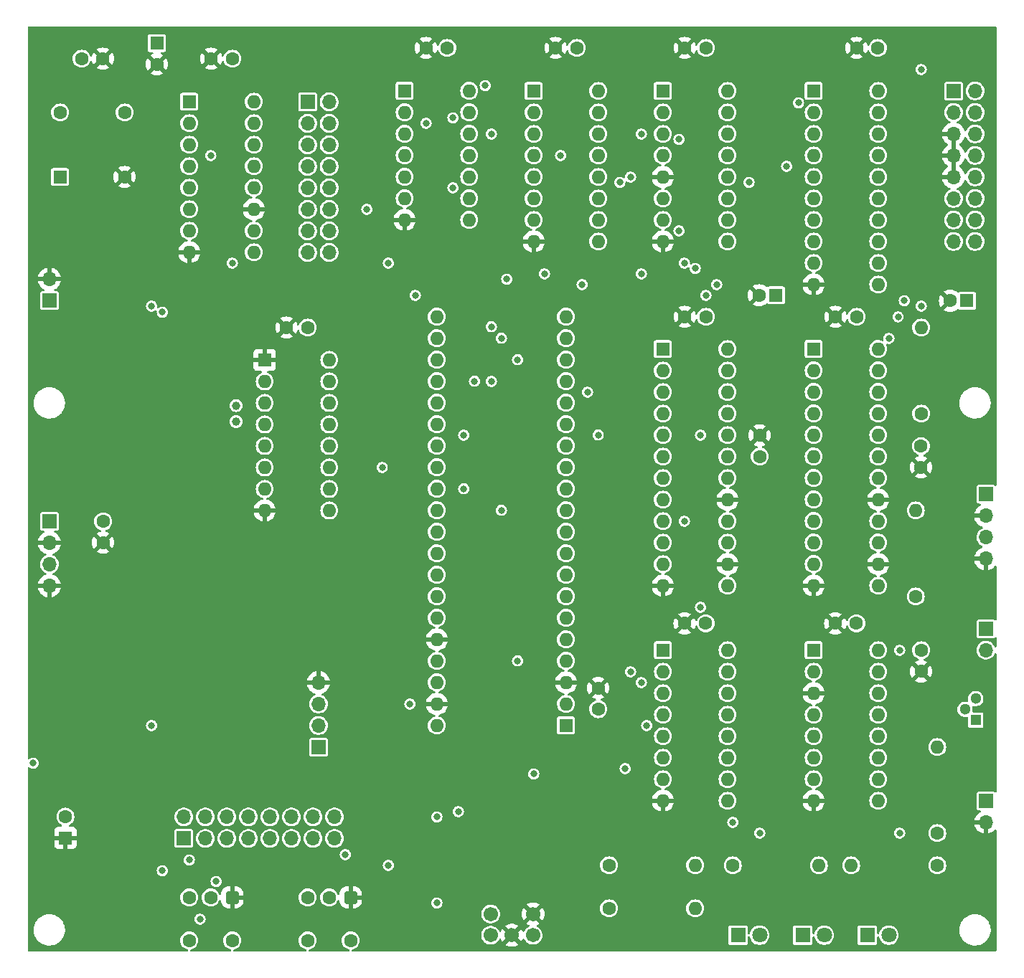
<source format=gbr>
%TF.GenerationSoftware,KiCad,Pcbnew,7.0.9-7.0.9~ubuntu22.04.1*%
%TF.CreationDate,2023-12-29T15:53:16-05:00*%
%TF.ProjectId,dac,6461632e-6b69-4636-9164-5f7063625858,rev?*%
%TF.SameCoordinates,Original*%
%TF.FileFunction,Copper,L2,Inr*%
%TF.FilePolarity,Positive*%
%FSLAX46Y46*%
G04 Gerber Fmt 4.6, Leading zero omitted, Abs format (unit mm)*
G04 Created by KiCad (PCBNEW 7.0.9-7.0.9~ubuntu22.04.1) date 2023-12-29 15:53:16*
%MOMM*%
%LPD*%
G01*
G04 APERTURE LIST*
G04 Aperture macros list*
%AMRoundRect*
0 Rectangle with rounded corners*
0 $1 Rounding radius*
0 $2 $3 $4 $5 $6 $7 $8 $9 X,Y pos of 4 corners*
0 Add a 4 corners polygon primitive as box body*
4,1,4,$2,$3,$4,$5,$6,$7,$8,$9,$2,$3,0*
0 Add four circle primitives for the rounded corners*
1,1,$1+$1,$2,$3*
1,1,$1+$1,$4,$5*
1,1,$1+$1,$6,$7*
1,1,$1+$1,$8,$9*
0 Add four rect primitives between the rounded corners*
20,1,$1+$1,$2,$3,$4,$5,0*
20,1,$1+$1,$4,$5,$6,$7,0*
20,1,$1+$1,$6,$7,$8,$9,0*
20,1,$1+$1,$8,$9,$2,$3,0*%
G04 Aperture macros list end*
%TA.AperFunction,ComponentPad*%
%ADD10R,1.600000X1.600000*%
%TD*%
%TA.AperFunction,ComponentPad*%
%ADD11O,1.600000X1.600000*%
%TD*%
%TA.AperFunction,ComponentPad*%
%ADD12C,1.600000*%
%TD*%
%TA.AperFunction,ComponentPad*%
%ADD13R,1.800000X1.800000*%
%TD*%
%TA.AperFunction,ComponentPad*%
%ADD14C,1.800000*%
%TD*%
%TA.AperFunction,ComponentPad*%
%ADD15R,1.700000X1.700000*%
%TD*%
%TA.AperFunction,ComponentPad*%
%ADD16O,1.700000X1.700000*%
%TD*%
%TA.AperFunction,ComponentPad*%
%ADD17C,1.701800*%
%TD*%
%TA.AperFunction,ComponentPad*%
%ADD18RoundRect,0.400000X0.400000X-0.400000X0.400000X0.400000X-0.400000X0.400000X-0.400000X-0.400000X0*%
%TD*%
%TA.AperFunction,ComponentPad*%
%ADD19R,1.300000X1.300000*%
%TD*%
%TA.AperFunction,ComponentPad*%
%ADD20C,1.300000*%
%TD*%
%TA.AperFunction,ComponentPad*%
%ADD21C,1.000000*%
%TD*%
%TA.AperFunction,ViaPad*%
%ADD22C,0.800000*%
%TD*%
G04 APERTURE END LIST*
D10*
%TO.N,GND*%
%TO.C,U6*%
X54620000Y-101615000D03*
D11*
%TO.N,Net-(BT1-+)*%
X54620000Y-104155000D03*
%TO.N,Net-(U6-X1)*%
X54620000Y-106695000D03*
%TO.N,Net-(U6-X2)*%
X54620000Y-109235000D03*
%TO.N,unconnected-(U6-INT0-Pad5)*%
X54620000Y-111775000D03*
%TO.N,unconnected-(U6-INT1-Pad6)*%
X54620000Y-114315000D03*
%TO.N,unconnected-(U6-1Hz-Pad7)*%
X54620000Y-116855000D03*
%TO.N,GND*%
X54620000Y-119395000D03*
%TO.N,+5V*%
X62240000Y-119395000D03*
%TO.N,/KQ4*%
X62240000Y-116855000D03*
%TO.N,/nLED2*%
X62240000Y-114315000D03*
%TO.N,/LED3*%
X62240000Y-111775000D03*
%TO.N,/KD5*%
X62240000Y-109235000D03*
%TO.N,+5V*%
X62240000Y-106695000D03*
%TO.N,unconnected-(U6-32kHz-Pad15)*%
X62240000Y-104155000D03*
%TO.N,+5V*%
X62240000Y-101615000D03*
%TD*%
D12*
%TO.N,+5V*%
%TO.C,C20*%
X106660000Y-132715000D03*
%TO.N,GND*%
X104160000Y-132715000D03*
%TD*%
D13*
%TO.N,Net-(D1-K)*%
%TO.C,D1*%
X125725000Y-169545000D03*
D14*
%TO.N,+5V*%
X128265000Y-169545000D03*
%TD*%
D10*
%TO.N,/KQ0*%
%TO.C,U5*%
X101600000Y-69850000D03*
D11*
%TO.N,/BA0*%
X101600000Y-72390000D03*
%TO.N,/KQ1*%
X101600000Y-74930000D03*
%TO.N,/nLED1*%
X101600000Y-77470000D03*
%TO.N,GND*%
X101600000Y-80010000D03*
%TO.N,+5V*%
X101600000Y-82550000D03*
%TO.N,/nDACX*%
X101600000Y-85090000D03*
%TO.N,GND*%
X101600000Y-87630000D03*
%TO.N,unconnected-(U5-O6-Pad9)*%
X109220000Y-87630000D03*
%TO.N,/nDACY*%
X109220000Y-85090000D03*
%TO.N,unconnected-(U5-O4-Pad11)*%
X109220000Y-82550000D03*
%TO.N,/nEXP*%
X109220000Y-80010000D03*
%TO.N,Net-(U5-O2)*%
X109220000Y-77470000D03*
%TO.N,Net-(U5-O1)*%
X109220000Y-74930000D03*
%TO.N,Net-(U5-O0)*%
X109220000Y-72390000D03*
%TO.N,+5V*%
X109220000Y-69850000D03*
%TD*%
D13*
%TO.N,Net-(D3-K)*%
%TO.C,D3*%
X110480000Y-169545000D03*
D14*
%TO.N,+5V*%
X113020000Y-169545000D03*
%TD*%
D12*
%TO.N,/KQ2*%
%TO.C,R4*%
X133985000Y-157480000D03*
D11*
%TO.N,Net-(Q1-B)*%
X133985000Y-147320000D03*
%TD*%
D15*
%TO.N,/B38400*%
%TO.C,J4*%
X59685000Y-71135000D03*
D16*
%TO.N,/CLK16X*%
X62225000Y-71135000D03*
%TO.N,/B19200*%
X59685000Y-73675000D03*
%TO.N,/CLK16X*%
X62225000Y-73675000D03*
%TO.N,/B9600*%
X59685000Y-76215000D03*
%TO.N,/CLK16X*%
X62225000Y-76215000D03*
%TO.N,/B4800*%
X59685000Y-78755000D03*
%TO.N,/CLK16X*%
X62225000Y-78755000D03*
%TO.N,/B2400*%
X59685000Y-81295000D03*
%TO.N,/CLK16X*%
X62225000Y-81295000D03*
%TO.N,/B1200*%
X59685000Y-83835000D03*
%TO.N,/CLK16X*%
X62225000Y-83835000D03*
%TO.N,/B600*%
X59685000Y-86375000D03*
%TO.N,/CLK16X*%
X62225000Y-86375000D03*
%TO.N,/B300*%
X59685000Y-88915000D03*
%TO.N,/CLK16X*%
X62225000Y-88915000D03*
%TD*%
D17*
%TO.N,/KD1*%
%TO.C,SW3*%
X81280000Y-169545000D03*
%TO.N,/KD2*%
X86280000Y-169545000D03*
%TO.N,GND*%
X83780000Y-169545000D03*
%TO.N,/KD0*%
X81280000Y-167045000D03*
%TO.N,GND*%
X86280000Y-167045000D03*
%TD*%
D10*
%TO.N,/nDACY*%
%TO.C,U11*%
X101610000Y-135890000D03*
D11*
%TO.N,/nDACX*%
X101610000Y-138430000D03*
%TO.N,unconnected-(U11-D0-Pad3)*%
X101610000Y-140970000D03*
%TO.N,unconnected-(U11-D1-Pad4)*%
X101610000Y-143510000D03*
%TO.N,unconnected-(U11-D2-Pad5)*%
X101610000Y-146050000D03*
%TO.N,unconnected-(U11-D3-Pad6)*%
X101610000Y-148590000D03*
%TO.N,+5V*%
X101610000Y-151130000D03*
%TO.N,GND*%
X101610000Y-153670000D03*
%TO.N,+5V*%
X109230000Y-153670000D03*
X109230000Y-151130000D03*
%TO.N,unconnected-(U11-Q3-Pad11)*%
X109230000Y-148590000D03*
%TO.N,unconnected-(U11-Q2-Pad12)*%
X109230000Y-146050000D03*
%TO.N,Net-(U10A-A0)*%
X109230000Y-143510000D03*
%TO.N,Net-(U11-Q0)*%
X109230000Y-140970000D03*
%TO.N,unconnected-(U11-TC-Pad15)*%
X109230000Y-138430000D03*
%TO.N,+5V*%
X109230000Y-135890000D03*
%TD*%
D12*
%TO.N,Net-(U8-RFB)*%
%TO.C,R5*%
X132080000Y-107950000D03*
D11*
%TO.N,/Y_OUT*%
X132080000Y-97790000D03*
%TD*%
D12*
%TO.N,/LED2*%
%TO.C,R3*%
X95250000Y-166370000D03*
D11*
%TO.N,Net-(D3-K)*%
X105410000Y-166370000D03*
%TD*%
D12*
%TO.N,/KQ2*%
%TO.C,R7*%
X133985000Y-161290000D03*
D11*
%TO.N,+5V*%
X123825000Y-161290000D03*
%TD*%
D12*
%TO.N,+5V*%
%TO.C,C6*%
X106680000Y-96520000D03*
%TO.N,GND*%
X104180000Y-96520000D03*
%TD*%
%TO.N,-5V*%
%TO.C,C8*%
X113030000Y-113010000D03*
%TO.N,GND*%
X113030000Y-110510000D03*
%TD*%
%TO.N,*%
%TO.C,SW1*%
X50800000Y-170170000D03*
X45720000Y-170170000D03*
D18*
%TO.N,GND*%
X50800000Y-165090000D03*
D12*
%TO.N,N/C*%
X48260000Y-165090000D03*
%TO.N,/KD3*%
X45720000Y-165090000D03*
%TD*%
%TO.N,+5V*%
%TO.C,C3*%
X91440000Y-64770000D03*
%TO.N,GND*%
X88940000Y-64770000D03*
%TD*%
D10*
%TO.N,/nDACX*%
%TO.C,U10*%
X119390000Y-135890000D03*
D11*
%TO.N,Net-(U10A-A0)*%
X119390000Y-138430000D03*
%TO.N,GND*%
X119390000Y-140970000D03*
%TO.N,/DAC_X_nWR*%
X119390000Y-143510000D03*
%TO.N,/DAC_Y_nWR*%
X119390000Y-146050000D03*
%TO.N,unconnected-(U10A-O2-Pad6)*%
X119390000Y-148590000D03*
%TO.N,unconnected-(U10A-O3-Pad7)*%
X119390000Y-151130000D03*
%TO.N,GND*%
X119390000Y-153670000D03*
%TO.N,N/C*%
X127010000Y-153670000D03*
X127010000Y-151130000D03*
X127010000Y-148590000D03*
X127010000Y-146050000D03*
X127010000Y-143510000D03*
X127010000Y-140970000D03*
X127010000Y-138430000D03*
%TO.N,+5V*%
X127010000Y-135890000D03*
%TD*%
D10*
%TO.N,/BD1*%
%TO.C,U8*%
X119390000Y-100325000D03*
D11*
%TO.N,/BD2*%
X119390000Y-102865000D03*
%TO.N,/BD3*%
X119390000Y-105405000D03*
%TO.N,/BD4*%
X119390000Y-107945000D03*
%TO.N,/BD5*%
X119390000Y-110485000D03*
%TO.N,/BD6*%
X119390000Y-113025000D03*
%TO.N,/BD7*%
X119390000Y-115565000D03*
%TO.N,Net-(U11-Q0)*%
X119390000Y-118105000D03*
X119390000Y-120645000D03*
%TO.N,/DAC_X_nWR*%
X119390000Y-123185000D03*
X119390000Y-125725000D03*
%TO.N,GND*%
X119390000Y-128265000D03*
%TO.N,+5V*%
X127010000Y-128265000D03*
%TO.N,GND*%
X127010000Y-125725000D03*
%TO.N,+5V*%
X127010000Y-123185000D03*
%TO.N,/nDACY*%
X127010000Y-120645000D03*
%TO.N,GND*%
X127010000Y-118105000D03*
%TO.N,+5V*%
X127010000Y-115565000D03*
%TO.N,-5V*%
X127010000Y-113025000D03*
%TO.N,Net-(U8-RFB)*%
X127010000Y-110485000D03*
X127010000Y-107945000D03*
%TO.N,+5V*%
X127010000Y-105405000D03*
X127010000Y-102865000D03*
%TO.N,/BD0*%
X127010000Y-100325000D03*
%TD*%
D12*
%TO.N,+5V*%
%TO.C,C4*%
X93980000Y-142855000D03*
%TO.N,GND*%
X93980000Y-140355000D03*
%TD*%
%TO.N,-5V*%
%TO.C,C11*%
X132080000Y-135890000D03*
%TO.N,GND*%
X132080000Y-138390000D03*
%TD*%
%TO.N,+5V*%
%TO.C,C13*%
X76160000Y-64770000D03*
%TO.N,GND*%
X73660000Y-64770000D03*
%TD*%
D15*
%TO.N,Net-(BT1-+)*%
%TO.C,BT1*%
X29210000Y-94600000D03*
D16*
%TO.N,GND*%
X29210000Y-92060000D03*
%TD*%
D10*
%TO.N,/BD1*%
%TO.C,U9*%
X101600000Y-100330000D03*
D11*
%TO.N,/BD2*%
X101600000Y-102870000D03*
%TO.N,/BD3*%
X101600000Y-105410000D03*
%TO.N,/BD4*%
X101600000Y-107950000D03*
%TO.N,/BD5*%
X101600000Y-110490000D03*
%TO.N,/BD6*%
X101600000Y-113030000D03*
%TO.N,/BD7*%
X101600000Y-115570000D03*
%TO.N,Net-(U11-Q0)*%
X101600000Y-118110000D03*
X101600000Y-120650000D03*
%TO.N,/DAC_Y_nWR*%
X101600000Y-123190000D03*
X101600000Y-125730000D03*
%TO.N,GND*%
X101600000Y-128270000D03*
%TO.N,+5V*%
X109220000Y-128270000D03*
%TO.N,GND*%
X109220000Y-125730000D03*
%TO.N,+5V*%
X109220000Y-123190000D03*
%TO.N,/nDACY*%
X109220000Y-120650000D03*
%TO.N,GND*%
X109220000Y-118110000D03*
%TO.N,+5V*%
X109220000Y-115570000D03*
%TO.N,-5V*%
X109220000Y-113030000D03*
%TO.N,Net-(U9-RFB)*%
X109220000Y-110490000D03*
X109220000Y-107950000D03*
%TO.N,+5V*%
X109220000Y-105410000D03*
X109220000Y-102870000D03*
%TO.N,/BD0*%
X109220000Y-100330000D03*
%TD*%
D15*
%TO.N,/X_OUT*%
%TO.C,J7*%
X139700000Y-117475000D03*
D16*
%TO.N,GND*%
X139700000Y-120015000D03*
%TO.N,/Y_OUT*%
X139700000Y-122555000D03*
%TO.N,GND*%
X139700000Y-125095000D03*
%TD*%
D12*
%TO.N,/LED1*%
%TO.C,R2*%
X95250000Y-161290000D03*
D11*
%TO.N,Net-(D2-K)*%
X105410000Y-161290000D03*
%TD*%
D15*
%TO.N,Net-(J5-Pin_1)*%
%TO.C,J5*%
X139700000Y-133345000D03*
D16*
%TO.N,-5V*%
X139700000Y-135885000D03*
%TD*%
D15*
%TO.N,unconnected-(J3-Pin_1-Pad1)*%
%TO.C,J3*%
X45085000Y-158115000D03*
D16*
%TO.N,unconnected-(J3-Pin_2-Pad2)*%
X45085000Y-155575000D03*
%TO.N,unconnected-(J3-Pin_3-Pad3)*%
X47625000Y-158115000D03*
%TO.N,/KD0*%
X47625000Y-155575000D03*
%TO.N,unconnected-(J3-Pin_5-Pad5)*%
X50165000Y-158115000D03*
%TO.N,/KD1*%
X50165000Y-155575000D03*
%TO.N,/KQ4*%
X52705000Y-158115000D03*
%TO.N,/KD2*%
X52705000Y-155575000D03*
%TO.N,/KQ3*%
X55245000Y-158115000D03*
%TO.N,/KD3*%
X55245000Y-155575000D03*
%TO.N,/KQ2*%
X57785000Y-158115000D03*
%TO.N,/KD4*%
X57785000Y-155575000D03*
%TO.N,/KQ1*%
X60325000Y-158115000D03*
%TO.N,/KD5*%
X60325000Y-155575000D03*
%TO.N,/KQ0*%
X62865000Y-158115000D03*
%TO.N,/KD6*%
X62865000Y-155575000D03*
%TD*%
D12*
%TO.N,*%
%TO.C,SW2*%
X64770000Y-170170000D03*
X59690000Y-170170000D03*
D18*
%TO.N,GND*%
X64770000Y-165090000D03*
D12*
%TO.N,N/C*%
X62230000Y-165090000D03*
%TO.N,/KD4*%
X59690000Y-165090000D03*
%TD*%
D19*
%TO.N,+5V*%
%TO.C,Q1*%
X138515000Y-144145000D03*
D20*
%TO.N,Net-(Q1-B)*%
X137245000Y-142875000D03*
%TO.N,Net-(J5-Pin_1)*%
X138515000Y-141605000D03*
%TD*%
D21*
%TO.N,Net-(U6-X1)*%
%TO.C,Y1*%
X51240000Y-107000000D03*
%TO.N,Net-(U6-X2)*%
X51240000Y-108900000D03*
%TD*%
D10*
%TO.N,unconnected-(U1-Q11-Pad1)*%
%TO.C,U1*%
X45720000Y-71120000D03*
D11*
%TO.N,/B4800*%
X45720000Y-73660000D03*
%TO.N,/B9600*%
X45720000Y-76200000D03*
%TO.N,/B2400*%
X45720000Y-78740000D03*
%TO.N,/B19200*%
X45720000Y-81280000D03*
%TO.N,/B38400*%
X45720000Y-83820000D03*
%TO.N,unconnected-(U1-Q1-Pad7)*%
X45720000Y-86360000D03*
%TO.N,GND*%
X45720000Y-88900000D03*
%TO.N,unconnected-(U1-Q0-Pad9)*%
X53340000Y-88900000D03*
%TO.N,Net-(U1-CLK)*%
X53340000Y-86360000D03*
%TO.N,GND*%
X53340000Y-83820000D03*
%TO.N,/B600*%
X53340000Y-81280000D03*
%TO.N,/B1200*%
X53340000Y-78740000D03*
%TO.N,/B300*%
X53340000Y-76200000D03*
%TO.N,unconnected-(U1-Q10-Pad15)*%
X53340000Y-73660000D03*
%TO.N,+5V*%
X53340000Y-71120000D03*
%TD*%
D10*
%TO.N,/KQ0*%
%TO.C,U4*%
X119390000Y-69850000D03*
D11*
%TO.N,/D0*%
X119390000Y-72390000D03*
%TO.N,/D1*%
X119390000Y-74930000D03*
%TO.N,/D2*%
X119390000Y-77470000D03*
%TO.N,/D3*%
X119390000Y-80010000D03*
%TO.N,/D4*%
X119390000Y-82550000D03*
%TO.N,/D5*%
X119390000Y-85090000D03*
%TO.N,/D6*%
X119390000Y-87630000D03*
%TO.N,/D7*%
X119390000Y-90170000D03*
%TO.N,GND*%
X119390000Y-92710000D03*
%TO.N,/BD7*%
X127010000Y-92710000D03*
%TO.N,/BD6*%
X127010000Y-90170000D03*
%TO.N,/BD5*%
X127010000Y-87630000D03*
%TO.N,/BD4*%
X127010000Y-85090000D03*
%TO.N,/BD3*%
X127010000Y-82550000D03*
%TO.N,/BD2*%
X127010000Y-80010000D03*
%TO.N,/BD1*%
X127010000Y-77470000D03*
%TO.N,/BD0*%
X127010000Y-74930000D03*
%TO.N,Net-(U4-CE)*%
X127010000Y-72390000D03*
%TO.N,+5V*%
X127010000Y-69850000D03*
%TD*%
D10*
%TO.N,+5V*%
%TO.C,U3*%
X86360000Y-69850000D03*
D11*
%TO.N,/LED0*%
X86360000Y-72390000D03*
%TO.N,/BD0*%
X86360000Y-74930000D03*
%TO.N,/BD1*%
X86360000Y-77470000D03*
%TO.N,/LED1*%
X86360000Y-80010000D03*
%TO.N,/BD2*%
X86360000Y-82550000D03*
%TO.N,/LED2*%
X86360000Y-85090000D03*
%TO.N,GND*%
X86360000Y-87630000D03*
%TO.N,/nEXP*%
X93980000Y-87630000D03*
%TO.N,/LED3*%
X93980000Y-85090000D03*
%TO.N,/BD3*%
X93980000Y-82550000D03*
%TO.N,/LED4*%
X93980000Y-80010000D03*
%TO.N,/BD4*%
X93980000Y-77470000D03*
%TO.N,/BD5*%
X93980000Y-74930000D03*
%TO.N,/LED5*%
X93980000Y-72390000D03*
%TO.N,+5V*%
X93980000Y-69850000D03*
%TD*%
D12*
%TO.N,+5V*%
%TO.C,C7*%
X126960000Y-64770000D03*
%TO.N,GND*%
X124460000Y-64770000D03*
%TD*%
D15*
%TO.N,/LED4*%
%TO.C,J8*%
X139700000Y-153665000D03*
D16*
%TO.N,GND*%
X139700000Y-156205000D03*
%TD*%
D10*
%TO.N,+5V*%
%TO.C,C14*%
X137480113Y-94615000D03*
D12*
%TO.N,GND*%
X135480113Y-94615000D03*
%TD*%
D13*
%TO.N,Net-(D2-K)*%
%TO.C,D2*%
X118105000Y-169545000D03*
D14*
%TO.N,+5V*%
X120645000Y-169545000D03*
%TD*%
D10*
%TO.N,unconnected-(X1-EN-Pad1)*%
%TO.C,X1*%
X30480000Y-80010000D03*
D12*
%TO.N,GND*%
X38100000Y-80010000D03*
%TO.N,Net-(U1-CLK)*%
X38100000Y-72390000D03*
%TO.N,+5V*%
X30480000Y-72390000D03*
%TD*%
%TO.N,+5V*%
%TO.C,C1*%
X35560000Y-120690000D03*
%TO.N,GND*%
X35560000Y-123190000D03*
%TD*%
%TO.N,+5V*%
%TO.C,C9*%
X59690000Y-97790000D03*
%TO.N,GND*%
X57190000Y-97790000D03*
%TD*%
%TO.N,Net-(U9-RFB)*%
%TO.C,R6*%
X131445000Y-129540000D03*
D11*
%TO.N,/X_OUT*%
X131445000Y-119380000D03*
%TD*%
D12*
%TO.N,+5V*%
%TO.C,C12*%
X50800000Y-66040000D03*
%TO.N,GND*%
X48300000Y-66040000D03*
%TD*%
D15*
%TO.N,+5V*%
%TO.C,J1*%
X29210000Y-120660000D03*
D16*
%TO.N,GND*%
X29210000Y-123200000D03*
%TO.N,-5V*%
X29210000Y-125740000D03*
%TO.N,GND*%
X29210000Y-128280000D03*
%TD*%
D12*
%TO.N,+5V*%
%TO.C,C16*%
X33020000Y-66040000D03*
%TO.N,GND*%
X35520000Y-66040000D03*
%TD*%
D10*
%TO.N,+5V*%
%TO.C,C17*%
X41910000Y-64199888D03*
D12*
%TO.N,GND*%
X41910000Y-66699888D03*
%TD*%
%TO.N,+5V*%
%TO.C,C10*%
X106680000Y-64770000D03*
%TO.N,GND*%
X104180000Y-64770000D03*
%TD*%
D15*
%TO.N,+5V*%
%TO.C,J2*%
X135890000Y-69850000D03*
D16*
%TO.N,/D0*%
X138430000Y-69850000D03*
%TO.N,+5V*%
X135890000Y-72390000D03*
%TO.N,/D1*%
X138430000Y-72390000D03*
%TO.N,GND*%
X135890000Y-74930000D03*
%TO.N,/D2*%
X138430000Y-74930000D03*
%TO.N,GND*%
X135890000Y-77470000D03*
%TO.N,/D3*%
X138430000Y-77470000D03*
%TO.N,GND*%
X135890000Y-80010000D03*
%TO.N,/D4*%
X138430000Y-80010000D03*
%TO.N,/nLED2*%
X135890000Y-82550000D03*
%TO.N,/D5*%
X138430000Y-82550000D03*
%TO.N,/nLED1*%
X135890000Y-85090000D03*
%TO.N,/D6*%
X138430000Y-85090000D03*
%TO.N,/A0*%
X135890000Y-87630000D03*
%TO.N,/D7*%
X138430000Y-87630000D03*
%TD*%
D12*
%TO.N,-5V*%
%TO.C,C5*%
X132060000Y-111780000D03*
%TO.N,GND*%
X132060000Y-114280000D03*
%TD*%
%TO.N,/LED0*%
%TO.C,R1*%
X109855000Y-161290000D03*
D11*
%TO.N,Net-(D1-K)*%
X120015000Y-161290000D03*
%TD*%
D10*
%TO.N,GND*%
%TO.C,C18*%
X31115000Y-158050112D03*
D12*
%TO.N,-5V*%
X31115000Y-155550112D03*
%TD*%
%TO.N,+5V*%
%TO.C,C2*%
X124460000Y-96520000D03*
%TO.N,GND*%
X121960000Y-96520000D03*
%TD*%
D10*
%TO.N,+5V*%
%TO.C,C15*%
X114940904Y-93980000D03*
D12*
%TO.N,GND*%
X112940904Y-93980000D03*
%TD*%
D15*
%TO.N,unconnected-(J6-Pin_1-Pad1)*%
%TO.C,J6*%
X60960000Y-147320000D03*
D16*
%TO.N,/RXD*%
X60960000Y-144780000D03*
%TO.N,/TXD*%
X60960000Y-142240000D03*
%TO.N,GND*%
X60960000Y-139700000D03*
%TD*%
D10*
%TO.N,/nLED1*%
%TO.C,U2*%
X71130000Y-69845000D03*
D11*
%TO.N,/nLED2*%
X71130000Y-72385000D03*
%TO.N,Net-(U4-CE)*%
X71130000Y-74925000D03*
%TO.N,+5V*%
X71130000Y-77465000D03*
%TO.N,/A0*%
X71130000Y-80005000D03*
%TO.N,/BA0*%
X71130000Y-82545000D03*
%TO.N,GND*%
X71130000Y-85085000D03*
%TO.N,N/C*%
X78750000Y-85085000D03*
X78750000Y-82545000D03*
X78750000Y-80005000D03*
X78750000Y-77465000D03*
X78750000Y-74925000D03*
X78750000Y-72385000D03*
%TO.N,+5V*%
X78750000Y-69845000D03*
%TD*%
D10*
%TO.N,+5V*%
%TO.C,U7*%
X90170000Y-144775000D03*
D11*
%TO.N,N/C*%
X90170000Y-142235000D03*
%TO.N,GND*%
X90170000Y-139695000D03*
%TO.N,Net-(U5-O0)*%
X90170000Y-137155000D03*
%TO.N,/BD7*%
X90170000Y-134615000D03*
%TO.N,/BD6*%
X90170000Y-132075000D03*
%TO.N,/BD5*%
X90170000Y-129535000D03*
%TO.N,/BD4*%
X90170000Y-126995000D03*
%TO.N,/BD3*%
X90170000Y-124455000D03*
%TO.N,/BD2*%
X90170000Y-121915000D03*
%TO.N,/BD1*%
X90170000Y-119375000D03*
%TO.N,/BD0*%
X90170000Y-116835000D03*
%TO.N,/BD3*%
X90170000Y-114295000D03*
%TO.N,/BD2*%
X90170000Y-111755000D03*
%TO.N,/BD1*%
X90170000Y-109215000D03*
%TO.N,Net-(U5-O2)*%
X90170000Y-106675000D03*
%TO.N,/CLK16X*%
X90170000Y-104135000D03*
%TO.N,Net-(U5-O0)*%
X90170000Y-101595000D03*
%TO.N,/BD4*%
X90170000Y-99055000D03*
%TO.N,/RXD*%
X90170000Y-96515000D03*
%TO.N,/KQ3*%
X74930000Y-96515000D03*
%TO.N,/BD0*%
X74930000Y-99055000D03*
%TO.N,Net-(U5-O1)*%
X74930000Y-101595000D03*
%TO.N,unconnected-(U7-TRE-Pad24)*%
X74930000Y-104135000D03*
%TO.N,/TXD*%
X74930000Y-106675000D03*
%TO.N,/BD0*%
X74930000Y-109215000D03*
%TO.N,/BD1*%
X74930000Y-111755000D03*
%TO.N,/BD2*%
X74930000Y-114295000D03*
%TO.N,/BD3*%
X74930000Y-116835000D03*
%TO.N,/BD4*%
X74930000Y-119375000D03*
%TO.N,/BD5*%
X74930000Y-121915000D03*
%TO.N,/BD6*%
X74930000Y-124455000D03*
%TO.N,/BD7*%
X74930000Y-126995000D03*
%TO.N,+5V*%
X74930000Y-129535000D03*
X74930000Y-132075000D03*
%TO.N,GND*%
X74930000Y-134615000D03*
%TO.N,+5V*%
X74930000Y-137155000D03*
X74930000Y-139695000D03*
%TO.N,GND*%
X74930000Y-142235000D03*
%TO.N,/CLK16X*%
X74930000Y-144775000D03*
%TD*%
D12*
%TO.N,+5V*%
%TO.C,C19*%
X124440000Y-132715000D03*
%TO.N,GND*%
X121940000Y-132715000D03*
%TD*%
D22*
%TO.N,-5V*%
X113030000Y-157480000D03*
X129540000Y-135890000D03*
X27305000Y-149225000D03*
X129540000Y-157480000D03*
%TO.N,/KD0*%
X46990000Y-167640000D03*
X74930000Y-165735000D03*
%TO.N,/KD1*%
X48895000Y-163195000D03*
%TO.N,/KD2*%
X77470000Y-154940000D03*
%TO.N,/nLED2*%
X132080000Y-67310000D03*
X68488500Y-114300000D03*
%TO.N,/nLED1*%
X76835000Y-73025000D03*
X117618000Y-71263000D03*
X103505000Y-75565000D03*
%TO.N,/A0*%
X116205000Y-78740000D03*
%TO.N,/KQ3*%
X42545000Y-161925000D03*
X42545000Y-95976500D03*
%TO.N,/KD3*%
X45720000Y-160655000D03*
%TO.N,/KQ2*%
X64135000Y-160020000D03*
%TO.N,/KQ1*%
X104140000Y-90170000D03*
X69215000Y-90170000D03*
X69215000Y-161290000D03*
%TO.N,/KQ0*%
X74930000Y-155575000D03*
X80645000Y-69215000D03*
%TO.N,/CLK16X*%
X83185000Y-92075000D03*
X81371500Y-104140000D03*
X79380000Y-104135000D03*
%TO.N,/B4800*%
X48260000Y-77470000D03*
%TO.N,/B300*%
X50800000Y-90170000D03*
%TO.N,Net-(U9-RFB)*%
X106045000Y-130810000D03*
X106045000Y-110490000D03*
%TO.N,/RXD*%
X41275000Y-144780000D03*
X41275000Y-95250000D03*
%TO.N,/TXD*%
X71755000Y-142240000D03*
%TO.N,/LED0*%
X86360000Y-150495000D03*
X109855000Y-156210000D03*
%TO.N,/LED1*%
X96520000Y-80645000D03*
%TO.N,/BA0*%
X73660000Y-73660000D03*
%TO.N,/DAC_Y_nWR*%
X99695000Y-144780000D03*
%TO.N,/BD0*%
X81371500Y-74930000D03*
X81371500Y-97698500D03*
X111760000Y-80645000D03*
X92710000Y-105410000D03*
X78110000Y-116835000D03*
%TO.N,/BD1*%
X89535000Y-77470000D03*
%TO.N,/BD2*%
X78105000Y-110490000D03*
X76835000Y-81280000D03*
%TO.N,/LED3*%
X66675000Y-83820000D03*
%TO.N,/BD3*%
X93977500Y-110487500D03*
%TO.N,/LED4*%
X97790000Y-80010000D03*
X97155000Y-149860000D03*
%TO.N,/BD4*%
X82555000Y-119375000D03*
X128270000Y-99060000D03*
X82555000Y-99055000D03*
X132080000Y-95250000D03*
%TO.N,/BD5*%
X99060000Y-74930000D03*
X99060000Y-91440000D03*
X129357000Y-96520000D03*
%TO.N,/BD6*%
X130083500Y-94615000D03*
%TO.N,Net-(U5-O2)*%
X107950000Y-92710000D03*
X92075000Y-92710000D03*
%TO.N,/nDACY*%
X103505000Y-86360000D03*
X104140000Y-120650000D03*
%TO.N,Net-(U5-O1)*%
X106680000Y-93980000D03*
X72390000Y-93980000D03*
%TO.N,/nDACX*%
X97790000Y-138430000D03*
%TO.N,Net-(U5-O0)*%
X84460000Y-101595000D03*
X87630000Y-91440000D03*
X84460000Y-137155000D03*
X105410000Y-90805000D03*
%TO.N,Net-(U11-Q0)*%
X99060000Y-139700000D03*
%TD*%
%TA.AperFunction,Conductor*%
%TO.N,GND*%
G36*
X136144000Y-79576325D02*
G01*
X136032315Y-79525320D01*
X135925763Y-79510000D01*
X135854237Y-79510000D01*
X135747685Y-79525320D01*
X135636000Y-79576325D01*
X135636000Y-77903674D01*
X135747685Y-77954680D01*
X135854237Y-77970000D01*
X135925763Y-77970000D01*
X136032315Y-77954680D01*
X136144000Y-77903674D01*
X136144000Y-79576325D01*
G37*
%TD.AperFunction*%
%TA.AperFunction,Conductor*%
G36*
X136144000Y-77036325D02*
G01*
X136032315Y-76985320D01*
X135925763Y-76970000D01*
X135854237Y-76970000D01*
X135747685Y-76985320D01*
X135636000Y-77036325D01*
X135636000Y-75363674D01*
X135747685Y-75414680D01*
X135854237Y-75430000D01*
X135925763Y-75430000D01*
X136032315Y-75414680D01*
X136144000Y-75363674D01*
X136144000Y-77036325D01*
G37*
%TD.AperFunction*%
%TA.AperFunction,Conductor*%
G36*
X140912121Y-62250002D02*
G01*
X140958614Y-62303658D01*
X140970000Y-62356000D01*
X140970000Y-116380120D01*
X140949998Y-116448241D01*
X140896342Y-116494734D01*
X140826068Y-116504838D01*
X140761488Y-116475344D01*
X140739237Y-116450125D01*
X140733484Y-116441515D01*
X140649302Y-116385266D01*
X140575067Y-116370500D01*
X138824936Y-116370500D01*
X138824926Y-116370501D01*
X138750699Y-116385265D01*
X138666515Y-116441516D01*
X138610266Y-116525697D01*
X138595500Y-116599930D01*
X138595500Y-118350063D01*
X138595501Y-118350073D01*
X138610265Y-118424300D01*
X138666516Y-118508484D01*
X138750697Y-118564733D01*
X138750699Y-118564734D01*
X138824933Y-118579500D01*
X139001755Y-118579499D01*
X139069873Y-118599501D01*
X139116366Y-118653156D01*
X139126471Y-118723430D01*
X139096978Y-118788011D01*
X139061723Y-118816312D01*
X138954704Y-118874228D01*
X138954698Y-118874232D01*
X138777097Y-119012465D01*
X138624674Y-119178041D01*
X138501580Y-119366451D01*
X138411179Y-119572543D01*
X138411176Y-119572550D01*
X138363455Y-119760999D01*
X138363456Y-119761000D01*
X139268884Y-119761000D01*
X139240507Y-119805156D01*
X139200000Y-119943111D01*
X139200000Y-120086889D01*
X139240507Y-120224844D01*
X139268884Y-120269000D01*
X138363455Y-120269000D01*
X138411176Y-120457449D01*
X138411179Y-120457456D01*
X138501580Y-120663548D01*
X138624674Y-120851958D01*
X138777097Y-121017534D01*
X138954698Y-121155767D01*
X138954699Y-121155768D01*
X139152628Y-121262882D01*
X139152634Y-121262884D01*
X139263803Y-121301048D01*
X139321739Y-121342084D01*
X139348291Y-121407929D01*
X139335030Y-121477676D01*
X139286166Y-121529182D01*
X139268410Y-121537712D01*
X139205574Y-121562055D01*
X139205566Y-121562059D01*
X139031536Y-121669814D01*
X138880266Y-121807715D01*
X138756913Y-121971063D01*
X138665671Y-122154301D01*
X138609654Y-122351180D01*
X138590768Y-122554995D01*
X138590768Y-122555004D01*
X138609654Y-122758819D01*
X138662912Y-122946000D01*
X138665672Y-122955701D01*
X138756912Y-123138935D01*
X138756913Y-123138936D01*
X138880266Y-123302284D01*
X139031536Y-123440185D01*
X139205566Y-123547940D01*
X139205568Y-123547940D01*
X139205573Y-123547944D01*
X139255333Y-123567221D01*
X139268409Y-123572287D01*
X139324704Y-123615546D01*
X139348674Y-123682374D01*
X139332710Y-123751552D01*
X139281879Y-123801118D01*
X139263804Y-123808951D01*
X139152631Y-123847116D01*
X139152628Y-123847117D01*
X138954699Y-123954231D01*
X138954698Y-123954232D01*
X138777097Y-124092465D01*
X138624674Y-124258041D01*
X138501580Y-124446451D01*
X138411179Y-124652543D01*
X138411176Y-124652550D01*
X138363455Y-124840999D01*
X138363456Y-124841000D01*
X139268884Y-124841000D01*
X139240507Y-124885156D01*
X139200000Y-125023111D01*
X139200000Y-125166889D01*
X139240507Y-125304844D01*
X139268884Y-125349000D01*
X138363455Y-125349000D01*
X138411176Y-125537449D01*
X138411179Y-125537456D01*
X138501580Y-125743548D01*
X138624674Y-125931958D01*
X138777097Y-126097534D01*
X138954698Y-126235767D01*
X138954699Y-126235768D01*
X139152628Y-126342882D01*
X139152630Y-126342883D01*
X139365483Y-126415955D01*
X139365492Y-126415957D01*
X139446000Y-126429391D01*
X139446000Y-125528674D01*
X139557685Y-125579680D01*
X139664237Y-125595000D01*
X139735763Y-125595000D01*
X139842315Y-125579680D01*
X139954000Y-125528674D01*
X139954000Y-126429390D01*
X140034507Y-126415957D01*
X140034516Y-126415955D01*
X140247369Y-126342883D01*
X140247371Y-126342882D01*
X140445300Y-126235768D01*
X140445301Y-126235767D01*
X140622902Y-126097534D01*
X140751298Y-125958059D01*
X140812151Y-125921488D01*
X140883116Y-125923621D01*
X140941661Y-125963783D01*
X140969200Y-126029221D01*
X140970000Y-126043396D01*
X140970000Y-132250120D01*
X140949998Y-132318241D01*
X140896342Y-132364734D01*
X140826068Y-132374838D01*
X140761488Y-132345344D01*
X140739237Y-132320125D01*
X140733484Y-132311515D01*
X140649302Y-132255266D01*
X140575067Y-132240500D01*
X138824936Y-132240500D01*
X138824926Y-132240501D01*
X138750699Y-132255265D01*
X138666515Y-132311516D01*
X138610266Y-132395697D01*
X138595500Y-132469930D01*
X138595500Y-134220063D01*
X138595501Y-134220073D01*
X138610265Y-134294300D01*
X138666516Y-134378484D01*
X138750697Y-134434733D01*
X138750699Y-134434734D01*
X138824933Y-134449500D01*
X140575066Y-134449499D01*
X140575069Y-134449498D01*
X140575073Y-134449498D01*
X140624326Y-134439701D01*
X140649301Y-134434734D01*
X140733484Y-134378484D01*
X140739235Y-134369876D01*
X140793712Y-134324349D01*
X140864155Y-134315501D01*
X140928199Y-134346143D01*
X140965511Y-134406544D01*
X140970000Y-134439879D01*
X140970000Y-135421872D01*
X140949998Y-135489993D01*
X140896342Y-135536486D01*
X140826068Y-135546590D01*
X140761488Y-135517096D01*
X140731210Y-135478035D01*
X140643091Y-135301069D01*
X140643087Y-135301064D01*
X140519733Y-135137715D01*
X140368463Y-134999814D01*
X140194433Y-134892059D01*
X140194428Y-134892057D01*
X140194427Y-134892056D01*
X140134913Y-134869000D01*
X140003559Y-134818113D01*
X140003560Y-134818113D01*
X140003557Y-134818112D01*
X140003556Y-134818112D01*
X139802347Y-134780500D01*
X139597653Y-134780500D01*
X139396444Y-134818112D01*
X139396439Y-134818113D01*
X139205577Y-134892054D01*
X139205566Y-134892059D01*
X139031536Y-134999814D01*
X138880266Y-135137715D01*
X138756913Y-135301063D01*
X138665671Y-135484301D01*
X138609654Y-135681180D01*
X138590768Y-135884995D01*
X138590768Y-135885004D01*
X138609654Y-136088819D01*
X138653943Y-136244477D01*
X138665672Y-136285701D01*
X138756912Y-136468935D01*
X138756913Y-136468936D01*
X138880266Y-136632284D01*
X139031536Y-136770185D01*
X139205566Y-136877940D01*
X139205568Y-136877940D01*
X139205573Y-136877944D01*
X139396444Y-136951888D01*
X139597653Y-136989500D01*
X139597655Y-136989500D01*
X139802345Y-136989500D01*
X139802347Y-136989500D01*
X140003556Y-136951888D01*
X140194427Y-136877944D01*
X140368462Y-136770186D01*
X140519732Y-136632285D01*
X140643088Y-136468935D01*
X140731209Y-136291963D01*
X140779479Y-136239900D01*
X140848233Y-136222198D01*
X140915643Y-136244477D01*
X140960307Y-136299665D01*
X140970000Y-136348127D01*
X140970000Y-152570120D01*
X140949998Y-152638241D01*
X140896342Y-152684734D01*
X140826068Y-152694838D01*
X140761488Y-152665344D01*
X140739237Y-152640125D01*
X140733484Y-152631515D01*
X140649302Y-152575266D01*
X140575067Y-152560500D01*
X138824936Y-152560500D01*
X138824926Y-152560501D01*
X138750699Y-152575265D01*
X138666515Y-152631516D01*
X138610266Y-152715697D01*
X138595500Y-152789930D01*
X138595500Y-154540063D01*
X138595501Y-154540073D01*
X138610265Y-154614300D01*
X138666516Y-154698484D01*
X138750697Y-154754733D01*
X138750699Y-154754734D01*
X138824933Y-154769500D01*
X139001755Y-154769499D01*
X139069873Y-154789501D01*
X139116366Y-154843156D01*
X139126471Y-154913430D01*
X139096978Y-154978011D01*
X139061723Y-155006312D01*
X138954704Y-155064228D01*
X138954698Y-155064232D01*
X138777097Y-155202465D01*
X138624674Y-155368041D01*
X138501580Y-155556451D01*
X138411179Y-155762543D01*
X138411176Y-155762550D01*
X138363455Y-155950999D01*
X138363456Y-155951000D01*
X139268884Y-155951000D01*
X139240507Y-155995156D01*
X139200000Y-156133111D01*
X139200000Y-156276889D01*
X139240507Y-156414844D01*
X139268884Y-156459000D01*
X138363455Y-156459000D01*
X138411176Y-156647449D01*
X138411179Y-156647456D01*
X138501580Y-156853548D01*
X138624674Y-157041958D01*
X138777097Y-157207534D01*
X138954698Y-157345767D01*
X138954699Y-157345768D01*
X139152628Y-157452882D01*
X139152630Y-157452883D01*
X139365483Y-157525955D01*
X139365492Y-157525957D01*
X139446000Y-157539391D01*
X139446000Y-156638674D01*
X139557685Y-156689680D01*
X139664237Y-156705000D01*
X139735763Y-156705000D01*
X139842315Y-156689680D01*
X139954000Y-156638674D01*
X139954000Y-157539390D01*
X140034507Y-157525957D01*
X140034516Y-157525955D01*
X140247369Y-157452883D01*
X140247371Y-157452882D01*
X140445300Y-157345768D01*
X140445301Y-157345767D01*
X140622902Y-157207534D01*
X140751298Y-157068059D01*
X140812151Y-157031488D01*
X140883116Y-157033621D01*
X140941661Y-157073783D01*
X140969200Y-157139221D01*
X140970000Y-157153396D01*
X140970000Y-171324000D01*
X140949998Y-171392121D01*
X140896342Y-171438614D01*
X140844000Y-171450000D01*
X65032467Y-171450000D01*
X64964346Y-171429998D01*
X64917853Y-171376342D01*
X64907749Y-171306068D01*
X64937243Y-171241488D01*
X64995890Y-171203426D01*
X65175492Y-171148945D01*
X65358683Y-171051027D01*
X65358684Y-171051025D01*
X65358686Y-171051025D01*
X65358686Y-171051024D01*
X65519252Y-170919252D01*
X65651027Y-170758683D01*
X65748945Y-170575492D01*
X65809242Y-170376718D01*
X65814227Y-170326110D01*
X65829602Y-170170003D01*
X65829602Y-170169996D01*
X65809243Y-169963288D01*
X65809242Y-169963286D01*
X65809242Y-169963282D01*
X65748945Y-169764508D01*
X65651027Y-169581317D01*
X65651025Y-169581313D01*
X65621224Y-169545000D01*
X80169864Y-169545000D01*
X80188766Y-169748990D01*
X80244826Y-169946021D01*
X80244829Y-169946027D01*
X80336143Y-170129411D01*
X80336144Y-170129412D01*
X80459598Y-170292893D01*
X80610994Y-170430908D01*
X80610995Y-170430909D01*
X80785158Y-170538746D01*
X80785162Y-170538748D01*
X80785170Y-170538753D01*
X80785174Y-170538754D01*
X80785177Y-170538756D01*
X80917490Y-170590014D01*
X80976197Y-170612757D01*
X81177570Y-170650400D01*
X81177573Y-170650400D01*
X81382427Y-170650400D01*
X81382430Y-170650400D01*
X81583803Y-170612757D01*
X81774830Y-170538753D01*
X81949006Y-170430908D01*
X82100400Y-170292894D01*
X82101164Y-170291883D01*
X82124682Y-170260739D01*
X82223857Y-170129411D01*
X82278545Y-170019581D01*
X82326813Y-169967519D01*
X82395567Y-169949816D01*
X82462977Y-169972095D01*
X82506722Y-170025131D01*
X82580785Y-170193977D01*
X82656271Y-170309517D01*
X83217941Y-169747847D01*
X83258609Y-169846025D01*
X83354286Y-169970714D01*
X83478975Y-170066391D01*
X83577151Y-170107057D01*
X83013668Y-170670540D01*
X83034197Y-170686518D01*
X83034202Y-170686521D01*
X83232269Y-170793710D01*
X83445262Y-170866831D01*
X83445269Y-170866833D01*
X83667402Y-170903900D01*
X83892598Y-170903900D01*
X84114730Y-170866833D01*
X84114737Y-170866831D01*
X84327731Y-170793710D01*
X84327734Y-170793708D01*
X84525792Y-170686525D01*
X84525798Y-170686521D01*
X84546329Y-170670540D01*
X83982847Y-170107057D01*
X84081025Y-170066391D01*
X84205714Y-169970714D01*
X84301391Y-169846026D01*
X84342057Y-169747848D01*
X84903726Y-170309517D01*
X84903727Y-170309517D01*
X84979212Y-170193980D01*
X85053276Y-170025132D01*
X85098957Y-169970783D01*
X85166770Y-169949759D01*
X85235183Y-169968735D01*
X85281454Y-170019581D01*
X85336143Y-170129411D01*
X85336144Y-170129412D01*
X85459598Y-170292893D01*
X85610994Y-170430908D01*
X85610995Y-170430909D01*
X85785158Y-170538746D01*
X85785162Y-170538748D01*
X85785170Y-170538753D01*
X85785174Y-170538754D01*
X85785177Y-170538756D01*
X85917490Y-170590014D01*
X85976197Y-170612757D01*
X86177570Y-170650400D01*
X86177573Y-170650400D01*
X86382427Y-170650400D01*
X86382430Y-170650400D01*
X86583803Y-170612757D01*
X86774830Y-170538753D01*
X86885768Y-170470063D01*
X109325500Y-170470063D01*
X109325501Y-170470073D01*
X109340265Y-170544300D01*
X109396516Y-170628484D01*
X109480697Y-170684733D01*
X109480699Y-170684734D01*
X109554933Y-170699500D01*
X111405066Y-170699499D01*
X111405069Y-170699498D01*
X111405073Y-170699498D01*
X111470331Y-170686518D01*
X111479301Y-170684734D01*
X111563484Y-170628484D01*
X111619734Y-170544301D01*
X111634500Y-170470067D01*
X111634499Y-169797424D01*
X111654501Y-169729306D01*
X111708157Y-169682813D01*
X111778430Y-169672709D01*
X111843011Y-169702202D01*
X111881395Y-169761929D01*
X111881689Y-169762945D01*
X111934859Y-169949816D01*
X111938849Y-169963840D01*
X112034219Y-170155370D01*
X112034220Y-170155371D01*
X112034221Y-170155373D01*
X112163155Y-170326110D01*
X112163158Y-170326112D01*
X112163159Y-170326114D01*
X112307222Y-170457444D01*
X112321278Y-170470258D01*
X112321279Y-170470259D01*
X112503178Y-170582886D01*
X112503181Y-170582887D01*
X112503190Y-170582893D01*
X112702698Y-170660183D01*
X112702703Y-170660185D01*
X112913020Y-170699500D01*
X112913022Y-170699500D01*
X113126978Y-170699500D01*
X113126980Y-170699500D01*
X113337297Y-170660185D01*
X113536810Y-170582893D01*
X113718722Y-170470258D01*
X113718936Y-170470063D01*
X116950500Y-170470063D01*
X116950501Y-170470073D01*
X116965265Y-170544300D01*
X117021516Y-170628484D01*
X117105697Y-170684733D01*
X117105699Y-170684734D01*
X117179933Y-170699500D01*
X119030066Y-170699499D01*
X119030069Y-170699498D01*
X119030073Y-170699498D01*
X119095331Y-170686518D01*
X119104301Y-170684734D01*
X119188484Y-170628484D01*
X119244734Y-170544301D01*
X119259500Y-170470067D01*
X119259499Y-169797424D01*
X119279501Y-169729306D01*
X119333157Y-169682813D01*
X119403430Y-169672709D01*
X119468011Y-169702202D01*
X119506395Y-169761929D01*
X119506689Y-169762945D01*
X119559859Y-169949816D01*
X119563849Y-169963840D01*
X119659219Y-170155370D01*
X119659220Y-170155371D01*
X119659221Y-170155373D01*
X119788155Y-170326110D01*
X119788158Y-170326112D01*
X119788159Y-170326114D01*
X119932222Y-170457444D01*
X119946278Y-170470258D01*
X119946279Y-170470259D01*
X120128178Y-170582886D01*
X120128181Y-170582887D01*
X120128190Y-170582893D01*
X120327698Y-170660183D01*
X120327703Y-170660185D01*
X120538020Y-170699500D01*
X120538022Y-170699500D01*
X120751978Y-170699500D01*
X120751980Y-170699500D01*
X120962297Y-170660185D01*
X121161810Y-170582893D01*
X121343722Y-170470258D01*
X121343936Y-170470063D01*
X124570500Y-170470063D01*
X124570501Y-170470073D01*
X124585265Y-170544300D01*
X124641516Y-170628484D01*
X124725697Y-170684733D01*
X124725699Y-170684734D01*
X124799933Y-170699500D01*
X126650066Y-170699499D01*
X126650069Y-170699498D01*
X126650073Y-170699498D01*
X126715331Y-170686518D01*
X126724301Y-170684734D01*
X126808484Y-170628484D01*
X126864734Y-170544301D01*
X126879500Y-170470067D01*
X126879499Y-169797424D01*
X126899501Y-169729306D01*
X126953157Y-169682813D01*
X127023430Y-169672709D01*
X127088011Y-169702202D01*
X127126395Y-169761929D01*
X127126689Y-169762945D01*
X127179859Y-169949816D01*
X127183849Y-169963840D01*
X127279219Y-170155370D01*
X127279220Y-170155371D01*
X127279221Y-170155373D01*
X127408155Y-170326110D01*
X127408158Y-170326112D01*
X127408159Y-170326114D01*
X127552222Y-170457444D01*
X127566278Y-170470258D01*
X127566279Y-170470259D01*
X127748178Y-170582886D01*
X127748181Y-170582887D01*
X127748190Y-170582893D01*
X127947698Y-170660183D01*
X127947703Y-170660185D01*
X128158020Y-170699500D01*
X128158022Y-170699500D01*
X128371978Y-170699500D01*
X128371980Y-170699500D01*
X128582297Y-170660185D01*
X128781810Y-170582893D01*
X128963722Y-170470258D01*
X129121841Y-170326114D01*
X129250781Y-170155370D01*
X129346151Y-169963840D01*
X129404704Y-169758048D01*
X129424446Y-169545000D01*
X129421118Y-169509090D01*
X129409091Y-169379297D01*
X129404704Y-169331952D01*
X129346151Y-169126160D01*
X129272260Y-168977765D01*
X136575788Y-168977765D01*
X136605412Y-169247014D01*
X136673928Y-169509090D01*
X136779869Y-169758389D01*
X136803694Y-169797427D01*
X136920982Y-169989610D01*
X137094255Y-170197820D01*
X137295998Y-170378582D01*
X137521910Y-170528044D01*
X137767176Y-170643020D01*
X138026569Y-170721060D01*
X138026572Y-170721060D01*
X138026574Y-170721061D01*
X138294557Y-170760500D01*
X138294561Y-170760500D01*
X138497633Y-170760500D01*
X138532363Y-170757957D01*
X138700156Y-170745677D01*
X138700160Y-170745676D01*
X138700161Y-170745676D01*
X138810665Y-170721060D01*
X138964553Y-170686780D01*
X139217558Y-170590014D01*
X139453777Y-170457441D01*
X139668177Y-170291888D01*
X139856186Y-170096881D01*
X140013799Y-169876579D01*
X140029508Y-169846026D01*
X140137656Y-169635675D01*
X140137657Y-169635672D01*
X140225118Y-169379305D01*
X140268586Y-169143973D01*
X140274318Y-169112941D01*
X140274319Y-169112930D01*
X140275873Y-169070417D01*
X140284212Y-168842235D01*
X140264061Y-168659091D01*
X140254587Y-168572985D01*
X140197165Y-168353344D01*
X140186072Y-168310912D01*
X140178762Y-168293711D01*
X140080130Y-168061610D01*
X140066182Y-168038756D01*
X139939018Y-167830390D01*
X139765745Y-167622180D01*
X139765741Y-167622177D01*
X139765740Y-167622175D01*
X139564012Y-167441427D01*
X139564002Y-167441418D01*
X139338090Y-167291956D01*
X139092824Y-167176980D01*
X138900945Y-167119252D01*
X138833425Y-167098938D01*
X138565442Y-167059500D01*
X138565439Y-167059500D01*
X138362369Y-167059500D01*
X138362367Y-167059500D01*
X138159839Y-167074323D01*
X138159838Y-167074323D01*
X137895456Y-167133217D01*
X137895441Y-167133222D01*
X137642441Y-167229986D01*
X137406229Y-167362555D01*
X137406225Y-167362557D01*
X137191818Y-167528116D01*
X137003815Y-167723117D01*
X137003810Y-167723123D01*
X136846203Y-167943417D01*
X136846196Y-167943427D01*
X136722343Y-168184324D01*
X136722342Y-168184327D01*
X136634883Y-168440689D01*
X136634880Y-168440702D01*
X136585681Y-168707058D01*
X136585680Y-168707069D01*
X136575788Y-168977765D01*
X129272260Y-168977765D01*
X129250781Y-168934630D01*
X129221617Y-168896010D01*
X129121844Y-168763889D01*
X128963721Y-168619741D01*
X128963720Y-168619740D01*
X128781821Y-168507113D01*
X128781814Y-168507109D01*
X128781810Y-168507107D01*
X128778209Y-168505712D01*
X128582301Y-168429816D01*
X128582302Y-168429816D01*
X128582297Y-168429815D01*
X128371980Y-168390500D01*
X128158020Y-168390500D01*
X128003103Y-168419459D01*
X127947697Y-168429816D01*
X127748194Y-168507105D01*
X127748178Y-168507113D01*
X127566279Y-168619740D01*
X127566278Y-168619741D01*
X127408155Y-168763889D01*
X127279221Y-168934626D01*
X127183849Y-169126160D01*
X127183847Y-169126165D01*
X127126689Y-169327055D01*
X127088808Y-169387101D01*
X127024477Y-169417136D01*
X126954121Y-169407622D01*
X126900077Y-169361581D01*
X126879503Y-169293631D01*
X126879499Y-169292573D01*
X126879499Y-168619936D01*
X126879498Y-168619926D01*
X126864734Y-168545699D01*
X126838015Y-168505712D01*
X126808484Y-168461516D01*
X126808483Y-168461515D01*
X126724302Y-168405266D01*
X126650067Y-168390500D01*
X124799936Y-168390500D01*
X124799926Y-168390501D01*
X124725699Y-168405265D01*
X124641515Y-168461516D01*
X124585266Y-168545697D01*
X124570500Y-168619930D01*
X124570500Y-170470063D01*
X121343936Y-170470063D01*
X121501841Y-170326114D01*
X121630781Y-170155370D01*
X121726151Y-169963840D01*
X121784704Y-169758048D01*
X121804446Y-169545000D01*
X121801118Y-169509090D01*
X121789091Y-169379297D01*
X121784704Y-169331952D01*
X121726151Y-169126160D01*
X121630781Y-168934630D01*
X121601617Y-168896010D01*
X121501844Y-168763889D01*
X121343721Y-168619741D01*
X121343720Y-168619740D01*
X121161821Y-168507113D01*
X121161814Y-168507109D01*
X121161810Y-168507107D01*
X121158209Y-168505712D01*
X120962301Y-168429816D01*
X120962302Y-168429816D01*
X120962297Y-168429815D01*
X120751980Y-168390500D01*
X120538020Y-168390500D01*
X120383103Y-168419459D01*
X120327697Y-168429816D01*
X120128194Y-168507105D01*
X120128178Y-168507113D01*
X119946279Y-168619740D01*
X119946278Y-168619741D01*
X119788155Y-168763889D01*
X119659221Y-168934626D01*
X119563849Y-169126160D01*
X119563847Y-169126165D01*
X119506689Y-169327055D01*
X119468808Y-169387101D01*
X119404477Y-169417136D01*
X119334121Y-169407622D01*
X119280077Y-169361581D01*
X119259503Y-169293631D01*
X119259499Y-169292573D01*
X119259499Y-168619936D01*
X119259498Y-168619926D01*
X119244734Y-168545699D01*
X119218015Y-168505712D01*
X119188484Y-168461516D01*
X119188483Y-168461515D01*
X119104302Y-168405266D01*
X119030067Y-168390500D01*
X117179936Y-168390500D01*
X117179926Y-168390501D01*
X117105699Y-168405265D01*
X117021515Y-168461516D01*
X116965266Y-168545697D01*
X116950500Y-168619930D01*
X116950500Y-170470063D01*
X113718936Y-170470063D01*
X113876841Y-170326114D01*
X114005781Y-170155370D01*
X114101151Y-169963840D01*
X114159704Y-169758048D01*
X114179446Y-169545000D01*
X114176118Y-169509090D01*
X114164091Y-169379297D01*
X114159704Y-169331952D01*
X114101151Y-169126160D01*
X114005781Y-168934630D01*
X113976617Y-168896010D01*
X113876844Y-168763889D01*
X113718721Y-168619741D01*
X113718720Y-168619740D01*
X113536821Y-168507113D01*
X113536814Y-168507109D01*
X113536810Y-168507107D01*
X113533209Y-168505712D01*
X113337301Y-168429816D01*
X113337302Y-168429816D01*
X113337297Y-168429815D01*
X113126980Y-168390500D01*
X112913020Y-168390500D01*
X112758103Y-168419459D01*
X112702697Y-168429816D01*
X112503194Y-168507105D01*
X112503178Y-168507113D01*
X112321279Y-168619740D01*
X112321278Y-168619741D01*
X112163155Y-168763889D01*
X112034221Y-168934626D01*
X111938849Y-169126160D01*
X111938847Y-169126165D01*
X111881689Y-169327055D01*
X111843808Y-169387101D01*
X111779477Y-169417136D01*
X111709121Y-169407622D01*
X111655077Y-169361581D01*
X111634503Y-169293631D01*
X111634499Y-169292573D01*
X111634499Y-168619936D01*
X111634498Y-168619926D01*
X111619734Y-168545699D01*
X111593015Y-168505712D01*
X111563484Y-168461516D01*
X111563483Y-168461515D01*
X111479302Y-168405266D01*
X111405067Y-168390500D01*
X109554936Y-168390500D01*
X109554926Y-168390501D01*
X109480699Y-168405265D01*
X109396515Y-168461516D01*
X109340266Y-168545697D01*
X109325500Y-168619930D01*
X109325500Y-170470063D01*
X86885768Y-170470063D01*
X86949006Y-170430908D01*
X87100400Y-170292894D01*
X87101164Y-170291883D01*
X87120691Y-170266024D01*
X87223857Y-170129411D01*
X87315171Y-169946027D01*
X87371234Y-169748987D01*
X87390136Y-169545000D01*
X87371234Y-169341013D01*
X87356428Y-169288974D01*
X87315173Y-169143978D01*
X87313312Y-169140240D01*
X87223857Y-168960589D01*
X87175089Y-168896010D01*
X87100401Y-168797106D01*
X86949005Y-168659091D01*
X86949004Y-168659090D01*
X86774841Y-168551253D01*
X86774834Y-168551249D01*
X86774830Y-168551247D01*
X86768955Y-168548971D01*
X86712660Y-168505712D01*
X86688690Y-168438884D01*
X86704654Y-168369706D01*
X86755485Y-168320140D01*
X86773561Y-168312307D01*
X86827728Y-168293711D01*
X86827734Y-168293708D01*
X87025792Y-168186525D01*
X87025798Y-168186521D01*
X87046329Y-168170540D01*
X86482847Y-167607057D01*
X86581025Y-167566391D01*
X86705714Y-167470714D01*
X86801391Y-167346026D01*
X86842057Y-167247848D01*
X87403726Y-167809517D01*
X87403727Y-167809517D01*
X87479214Y-167693977D01*
X87569674Y-167487749D01*
X87569677Y-167487742D01*
X87624958Y-167269441D01*
X87643556Y-167045000D01*
X87624958Y-166820558D01*
X87569677Y-166602257D01*
X87569674Y-166602250D01*
X87479214Y-166396022D01*
X87462215Y-166370003D01*
X94190398Y-166370003D01*
X94210756Y-166576711D01*
X94210757Y-166576717D01*
X94210758Y-166576718D01*
X94271055Y-166775492D01*
X94368974Y-166958686D01*
X94500747Y-167119252D01*
X94661313Y-167251024D01*
X94661313Y-167251025D01*
X94661317Y-167251027D01*
X94844508Y-167348945D01*
X95043282Y-167409242D01*
X95043286Y-167409242D01*
X95043288Y-167409243D01*
X95249997Y-167429602D01*
X95250000Y-167429602D01*
X95250003Y-167429602D01*
X95456711Y-167409243D01*
X95456712Y-167409242D01*
X95456718Y-167409242D01*
X95655492Y-167348945D01*
X95838683Y-167251027D01*
X95838684Y-167251025D01*
X95838686Y-167251025D01*
X95838686Y-167251024D01*
X95999252Y-167119252D01*
X96131027Y-166958683D01*
X96228945Y-166775492D01*
X96289242Y-166576718D01*
X96306845Y-166398000D01*
X96309602Y-166370003D01*
X104350398Y-166370003D01*
X104370756Y-166576711D01*
X104370757Y-166576717D01*
X104370758Y-166576718D01*
X104431055Y-166775492D01*
X104528974Y-166958686D01*
X104660747Y-167119252D01*
X104821313Y-167251024D01*
X104821313Y-167251025D01*
X104821317Y-167251027D01*
X105004508Y-167348945D01*
X105203282Y-167409242D01*
X105203286Y-167409242D01*
X105203288Y-167409243D01*
X105409997Y-167429602D01*
X105410000Y-167429602D01*
X105410003Y-167429602D01*
X105616711Y-167409243D01*
X105616712Y-167409242D01*
X105616718Y-167409242D01*
X105815492Y-167348945D01*
X105998683Y-167251027D01*
X105998684Y-167251025D01*
X105998686Y-167251025D01*
X105998686Y-167251024D01*
X106159252Y-167119252D01*
X106291027Y-166958683D01*
X106388945Y-166775492D01*
X106449242Y-166576718D01*
X106466845Y-166398000D01*
X106469602Y-166370003D01*
X106469602Y-166369996D01*
X106449243Y-166163288D01*
X106449242Y-166163286D01*
X106449242Y-166163282D01*
X106388945Y-165964508D01*
X106291027Y-165781317D01*
X106291025Y-165781313D01*
X106159252Y-165620747D01*
X105998686Y-165488975D01*
X105998686Y-165488974D01*
X105815492Y-165391055D01*
X105798274Y-165385832D01*
X105616718Y-165330758D01*
X105616717Y-165330757D01*
X105616711Y-165330756D01*
X105410003Y-165310398D01*
X105409997Y-165310398D01*
X105203288Y-165330756D01*
X105004507Y-165391055D01*
X104821313Y-165488974D01*
X104821313Y-165488975D01*
X104660747Y-165620747D01*
X104528975Y-165781313D01*
X104528974Y-165781313D01*
X104431055Y-165964507D01*
X104370756Y-166163288D01*
X104350398Y-166369996D01*
X104350398Y-166370003D01*
X96309602Y-166370003D01*
X96309602Y-166369996D01*
X96289243Y-166163288D01*
X96289242Y-166163286D01*
X96289242Y-166163282D01*
X96228945Y-165964508D01*
X96131027Y-165781317D01*
X96131025Y-165781313D01*
X95999252Y-165620747D01*
X95838686Y-165488975D01*
X95838686Y-165488974D01*
X95655492Y-165391055D01*
X95638274Y-165385832D01*
X95456718Y-165330758D01*
X95456717Y-165330757D01*
X95456711Y-165330756D01*
X95250003Y-165310398D01*
X95249997Y-165310398D01*
X95043288Y-165330756D01*
X94844507Y-165391055D01*
X94661313Y-165488974D01*
X94661313Y-165488975D01*
X94500747Y-165620747D01*
X94368975Y-165781313D01*
X94368974Y-165781313D01*
X94271055Y-165964507D01*
X94210756Y-166163288D01*
X94190398Y-166369996D01*
X94190398Y-166370003D01*
X87462215Y-166370003D01*
X87403727Y-166280481D01*
X86842057Y-166842151D01*
X86801391Y-166743975D01*
X86705714Y-166619286D01*
X86581025Y-166523609D01*
X86482847Y-166482941D01*
X87046329Y-165919459D01*
X87046329Y-165919457D01*
X87025803Y-165903481D01*
X87025798Y-165903478D01*
X86827730Y-165796289D01*
X86614737Y-165723168D01*
X86614730Y-165723166D01*
X86392598Y-165686100D01*
X86167402Y-165686100D01*
X85945269Y-165723166D01*
X85945262Y-165723168D01*
X85732268Y-165796289D01*
X85732265Y-165796291D01*
X85534207Y-165903474D01*
X85513668Y-165919459D01*
X86077151Y-166482942D01*
X85978975Y-166523609D01*
X85854286Y-166619286D01*
X85758609Y-166743974D01*
X85717942Y-166842151D01*
X85156271Y-166280480D01*
X85156270Y-166280481D01*
X85080791Y-166396010D01*
X85080784Y-166396024D01*
X84990325Y-166602250D01*
X84990322Y-166602257D01*
X84935041Y-166820558D01*
X84916443Y-167045000D01*
X84935041Y-167269441D01*
X84990322Y-167487742D01*
X84990325Y-167487749D01*
X85080785Y-167693977D01*
X85156271Y-167809517D01*
X85717941Y-167247847D01*
X85758609Y-167346025D01*
X85854286Y-167470714D01*
X85978975Y-167566391D01*
X86077151Y-167607057D01*
X85513669Y-168170540D01*
X85534197Y-168186518D01*
X85534202Y-168186521D01*
X85732269Y-168293710D01*
X85786439Y-168312307D01*
X85844374Y-168353344D01*
X85870926Y-168419189D01*
X85857665Y-168488936D01*
X85808800Y-168540441D01*
X85791047Y-168548970D01*
X85785174Y-168551245D01*
X85785158Y-168551253D01*
X85610995Y-168659090D01*
X85610994Y-168659091D01*
X85459598Y-168797106D01*
X85336143Y-168960588D01*
X85336139Y-168960593D01*
X85281454Y-169070417D01*
X85233185Y-169122481D01*
X85164431Y-169140183D01*
X85097021Y-169117904D01*
X85053277Y-169064867D01*
X84979215Y-168896024D01*
X84903727Y-168780481D01*
X84342057Y-169342151D01*
X84301391Y-169243975D01*
X84205714Y-169119286D01*
X84081025Y-169023609D01*
X83982847Y-168982941D01*
X84546329Y-168419459D01*
X84546329Y-168419457D01*
X84525803Y-168403481D01*
X84525798Y-168403478D01*
X84327730Y-168296289D01*
X84114737Y-168223168D01*
X84114730Y-168223166D01*
X83892598Y-168186100D01*
X83667402Y-168186100D01*
X83445269Y-168223166D01*
X83445262Y-168223168D01*
X83232268Y-168296289D01*
X83232265Y-168296291D01*
X83034207Y-168403474D01*
X83013668Y-168419459D01*
X83577151Y-168982942D01*
X83478975Y-169023609D01*
X83354286Y-169119286D01*
X83258609Y-169243974D01*
X83217942Y-169342151D01*
X82656271Y-168780480D01*
X82656270Y-168780481D01*
X82580791Y-168896010D01*
X82580784Y-168896024D01*
X82506722Y-169064868D01*
X82461041Y-169119216D01*
X82393228Y-169140240D01*
X82324815Y-169121264D01*
X82278545Y-169070418D01*
X82223857Y-168960589D01*
X82175089Y-168896010D01*
X82100401Y-168797106D01*
X81949005Y-168659091D01*
X81949004Y-168659090D01*
X81774841Y-168551253D01*
X81774822Y-168551243D01*
X81583810Y-168477245D01*
X81583806Y-168477244D01*
X81583803Y-168477243D01*
X81382430Y-168439600D01*
X81177570Y-168439600D01*
X80976197Y-168477243D01*
X80976193Y-168477244D01*
X80976190Y-168477245D01*
X80976189Y-168477245D01*
X80785177Y-168551243D01*
X80785158Y-168551253D01*
X80610995Y-168659090D01*
X80610994Y-168659091D01*
X80459598Y-168797106D01*
X80336144Y-168960587D01*
X80244826Y-169143978D01*
X80188766Y-169341009D01*
X80169864Y-169545000D01*
X65621224Y-169545000D01*
X65519252Y-169420747D01*
X65358686Y-169288975D01*
X65358686Y-169288974D01*
X65175492Y-169191055D01*
X65158135Y-169185790D01*
X64976718Y-169130758D01*
X64976717Y-169130757D01*
X64976711Y-169130756D01*
X64770003Y-169110398D01*
X64769997Y-169110398D01*
X64563288Y-169130756D01*
X64364507Y-169191055D01*
X64181313Y-169288974D01*
X64181313Y-169288975D01*
X64020747Y-169420747D01*
X63888975Y-169581313D01*
X63888974Y-169581313D01*
X63791055Y-169764507D01*
X63730756Y-169963288D01*
X63710398Y-170169996D01*
X63710398Y-170170003D01*
X63730756Y-170376711D01*
X63730757Y-170376717D01*
X63730758Y-170376718D01*
X63731324Y-170378583D01*
X63791055Y-170575492D01*
X63888974Y-170758686D01*
X64020747Y-170919252D01*
X64181313Y-171051024D01*
X64181313Y-171051025D01*
X64181317Y-171051027D01*
X64364508Y-171148945D01*
X64544109Y-171203426D01*
X64603490Y-171242340D01*
X64632405Y-171307181D01*
X64621675Y-171377363D01*
X64574706Y-171430601D01*
X64507533Y-171450000D01*
X59952467Y-171450000D01*
X59884346Y-171429998D01*
X59837853Y-171376342D01*
X59827749Y-171306068D01*
X59857243Y-171241488D01*
X59915890Y-171203426D01*
X60095492Y-171148945D01*
X60278683Y-171051027D01*
X60278684Y-171051025D01*
X60278686Y-171051025D01*
X60278686Y-171051024D01*
X60439252Y-170919252D01*
X60571027Y-170758683D01*
X60668945Y-170575492D01*
X60729242Y-170376718D01*
X60734227Y-170326110D01*
X60749602Y-170170003D01*
X60749602Y-170169996D01*
X60729243Y-169963288D01*
X60729242Y-169963286D01*
X60729242Y-169963282D01*
X60668945Y-169764508D01*
X60571027Y-169581317D01*
X60571025Y-169581313D01*
X60439252Y-169420747D01*
X60278686Y-169288975D01*
X60278686Y-169288974D01*
X60095492Y-169191055D01*
X60078135Y-169185790D01*
X59896718Y-169130758D01*
X59896717Y-169130757D01*
X59896711Y-169130756D01*
X59690003Y-169110398D01*
X59689997Y-169110398D01*
X59483288Y-169130756D01*
X59284507Y-169191055D01*
X59101313Y-169288974D01*
X59101313Y-169288975D01*
X58940747Y-169420747D01*
X58808975Y-169581313D01*
X58808974Y-169581313D01*
X58711055Y-169764507D01*
X58650756Y-169963288D01*
X58630398Y-170169996D01*
X58630398Y-170170003D01*
X58650756Y-170376711D01*
X58650757Y-170376717D01*
X58650758Y-170376718D01*
X58651324Y-170378583D01*
X58711055Y-170575492D01*
X58808974Y-170758686D01*
X58940747Y-170919252D01*
X59101313Y-171051024D01*
X59101313Y-171051025D01*
X59101317Y-171051027D01*
X59284508Y-171148945D01*
X59464109Y-171203426D01*
X59523490Y-171242340D01*
X59552405Y-171307181D01*
X59541675Y-171377363D01*
X59494706Y-171430601D01*
X59427533Y-171450000D01*
X51062467Y-171450000D01*
X50994346Y-171429998D01*
X50947853Y-171376342D01*
X50937749Y-171306068D01*
X50967243Y-171241488D01*
X51025890Y-171203426D01*
X51205492Y-171148945D01*
X51388683Y-171051027D01*
X51388684Y-171051025D01*
X51388686Y-171051025D01*
X51388686Y-171051024D01*
X51549252Y-170919252D01*
X51681027Y-170758683D01*
X51778945Y-170575492D01*
X51839242Y-170376718D01*
X51844227Y-170326110D01*
X51859602Y-170170003D01*
X51859602Y-170169996D01*
X51839243Y-169963288D01*
X51839242Y-169963286D01*
X51839242Y-169963282D01*
X51778945Y-169764508D01*
X51681027Y-169581317D01*
X51681025Y-169581313D01*
X51549252Y-169420747D01*
X51388686Y-169288975D01*
X51388686Y-169288974D01*
X51205492Y-169191055D01*
X51188135Y-169185790D01*
X51006718Y-169130758D01*
X51006717Y-169130757D01*
X51006711Y-169130756D01*
X50800003Y-169110398D01*
X50799997Y-169110398D01*
X50593288Y-169130756D01*
X50394507Y-169191055D01*
X50211313Y-169288974D01*
X50211313Y-169288975D01*
X50050747Y-169420747D01*
X49918975Y-169581313D01*
X49918974Y-169581313D01*
X49821055Y-169764507D01*
X49760756Y-169963288D01*
X49740398Y-170169996D01*
X49740398Y-170170003D01*
X49760756Y-170376711D01*
X49760757Y-170376717D01*
X49760758Y-170376718D01*
X49761324Y-170378583D01*
X49821055Y-170575492D01*
X49918974Y-170758686D01*
X50050747Y-170919252D01*
X50211313Y-171051024D01*
X50211313Y-171051025D01*
X50211317Y-171051027D01*
X50394508Y-171148945D01*
X50574109Y-171203426D01*
X50633490Y-171242340D01*
X50662405Y-171307181D01*
X50651675Y-171377363D01*
X50604706Y-171430601D01*
X50537533Y-171450000D01*
X45982467Y-171450000D01*
X45914346Y-171429998D01*
X45867853Y-171376342D01*
X45857749Y-171306068D01*
X45887243Y-171241488D01*
X45945890Y-171203426D01*
X46125492Y-171148945D01*
X46308683Y-171051027D01*
X46308684Y-171051025D01*
X46308686Y-171051025D01*
X46308686Y-171051024D01*
X46469252Y-170919252D01*
X46601027Y-170758683D01*
X46698945Y-170575492D01*
X46759242Y-170376718D01*
X46764227Y-170326110D01*
X46779602Y-170170003D01*
X46779602Y-170169996D01*
X46759243Y-169963288D01*
X46759242Y-169963286D01*
X46759242Y-169963282D01*
X46698945Y-169764508D01*
X46601027Y-169581317D01*
X46601025Y-169581313D01*
X46469252Y-169420747D01*
X46308686Y-169288975D01*
X46308686Y-169288974D01*
X46125492Y-169191055D01*
X46108135Y-169185790D01*
X45926718Y-169130758D01*
X45926717Y-169130757D01*
X45926711Y-169130756D01*
X45720003Y-169110398D01*
X45719997Y-169110398D01*
X45513288Y-169130756D01*
X45314507Y-169191055D01*
X45131313Y-169288974D01*
X45131313Y-169288975D01*
X44970747Y-169420747D01*
X44838975Y-169581313D01*
X44838974Y-169581313D01*
X44741055Y-169764507D01*
X44680756Y-169963288D01*
X44660398Y-170169996D01*
X44660398Y-170170003D01*
X44680756Y-170376711D01*
X44680757Y-170376717D01*
X44680758Y-170376718D01*
X44681324Y-170378583D01*
X44741055Y-170575492D01*
X44838974Y-170758686D01*
X44970747Y-170919252D01*
X45131313Y-171051024D01*
X45131313Y-171051025D01*
X45131317Y-171051027D01*
X45314508Y-171148945D01*
X45494109Y-171203426D01*
X45553490Y-171242340D01*
X45582405Y-171307181D01*
X45571675Y-171377363D01*
X45524706Y-171430601D01*
X45457533Y-171450000D01*
X26796000Y-171450000D01*
X26727879Y-171429998D01*
X26681386Y-171376342D01*
X26670000Y-171324000D01*
X26670000Y-168977765D01*
X27355788Y-168977765D01*
X27385412Y-169247014D01*
X27453928Y-169509090D01*
X27559869Y-169758389D01*
X27583694Y-169797427D01*
X27700982Y-169989610D01*
X27874255Y-170197820D01*
X28075998Y-170378582D01*
X28301910Y-170528044D01*
X28547176Y-170643020D01*
X28806569Y-170721060D01*
X28806572Y-170721060D01*
X28806574Y-170721061D01*
X29074557Y-170760500D01*
X29074561Y-170760500D01*
X29277633Y-170760500D01*
X29312363Y-170757957D01*
X29480156Y-170745677D01*
X29480160Y-170745676D01*
X29480161Y-170745676D01*
X29590665Y-170721060D01*
X29744553Y-170686780D01*
X29997558Y-170590014D01*
X30233777Y-170457441D01*
X30448177Y-170291888D01*
X30636186Y-170096881D01*
X30793799Y-169876579D01*
X30809508Y-169846026D01*
X30917656Y-169635675D01*
X30917657Y-169635672D01*
X31005118Y-169379305D01*
X31048586Y-169143973D01*
X31054318Y-169112941D01*
X31054319Y-169112930D01*
X31055873Y-169070417D01*
X31064212Y-168842235D01*
X31044061Y-168659091D01*
X31034587Y-168572985D01*
X30977165Y-168353344D01*
X30966072Y-168310912D01*
X30958762Y-168293711D01*
X30860130Y-168061610D01*
X30846182Y-168038756D01*
X30719018Y-167830390D01*
X30560577Y-167640003D01*
X46330693Y-167640003D01*
X46349849Y-167797779D01*
X46362218Y-167830392D01*
X46406213Y-167946395D01*
X46496502Y-168077201D01*
X46615471Y-168182599D01*
X46615472Y-168182599D01*
X46615474Y-168182601D01*
X46622951Y-168186525D01*
X46756207Y-168256463D01*
X46910529Y-168294500D01*
X46910530Y-168294500D01*
X47069470Y-168294500D01*
X47069471Y-168294500D01*
X47223793Y-168256463D01*
X47364529Y-168182599D01*
X47483498Y-168077201D01*
X47573787Y-167946395D01*
X47630149Y-167797782D01*
X47630149Y-167797781D01*
X47630150Y-167797779D01*
X47649307Y-167640003D01*
X47649307Y-167639996D01*
X47630150Y-167482220D01*
X47602473Y-167409243D01*
X47573787Y-167333605D01*
X47483498Y-167202799D01*
X47364529Y-167097401D01*
X47364528Y-167097400D01*
X47364525Y-167097398D01*
X47264688Y-167045000D01*
X80169864Y-167045000D01*
X80188766Y-167248990D01*
X80244826Y-167446021D01*
X80244829Y-167446027D01*
X80336143Y-167629411D01*
X80344142Y-167640003D01*
X80459598Y-167792893D01*
X80610994Y-167930908D01*
X80610995Y-167930909D01*
X80785158Y-168038746D01*
X80785162Y-168038748D01*
X80785170Y-168038753D01*
X80785174Y-168038754D01*
X80785177Y-168038756D01*
X80884416Y-168077201D01*
X80976197Y-168112757D01*
X81177570Y-168150400D01*
X81177573Y-168150400D01*
X81382427Y-168150400D01*
X81382430Y-168150400D01*
X81583803Y-168112757D01*
X81774830Y-168038753D01*
X81949006Y-167930908D01*
X82100400Y-167792894D01*
X82223857Y-167629411D01*
X82315171Y-167446027D01*
X82316483Y-167441418D01*
X82365414Y-167269441D01*
X82371234Y-167248987D01*
X82390136Y-167045000D01*
X82371234Y-166841013D01*
X82352592Y-166775492D01*
X82315173Y-166643978D01*
X82302878Y-166619286D01*
X82223857Y-166460589D01*
X82170172Y-166389499D01*
X82100401Y-166297106D01*
X81949005Y-166159091D01*
X81949004Y-166159090D01*
X81774841Y-166051253D01*
X81774822Y-166051243D01*
X81583810Y-165977245D01*
X81583806Y-165977244D01*
X81583803Y-165977243D01*
X81382430Y-165939600D01*
X81177570Y-165939600D01*
X80976197Y-165977243D01*
X80976193Y-165977244D01*
X80976190Y-165977245D01*
X80976189Y-165977245D01*
X80785177Y-166051243D01*
X80785158Y-166051253D01*
X80610995Y-166159090D01*
X80610994Y-166159091D01*
X80459598Y-166297106D01*
X80336144Y-166460587D01*
X80244826Y-166643978D01*
X80188766Y-166841009D01*
X80169864Y-167045000D01*
X47264688Y-167045000D01*
X47223797Y-167023539D01*
X47223795Y-167023538D01*
X47223793Y-167023537D01*
X47223791Y-167023536D01*
X47223790Y-167023536D01*
X47069472Y-166985500D01*
X47069471Y-166985500D01*
X46910529Y-166985500D01*
X46910527Y-166985500D01*
X46756209Y-167023536D01*
X46756202Y-167023539D01*
X46615474Y-167097398D01*
X46615469Y-167097402D01*
X46496501Y-167202800D01*
X46406215Y-167333601D01*
X46406212Y-167333607D01*
X46349849Y-167482220D01*
X46330693Y-167639996D01*
X46330693Y-167640003D01*
X30560577Y-167640003D01*
X30545745Y-167622180D01*
X30545741Y-167622177D01*
X30545740Y-167622175D01*
X30344012Y-167441427D01*
X30344002Y-167441418D01*
X30118090Y-167291956D01*
X29872824Y-167176980D01*
X29680945Y-167119252D01*
X29613425Y-167098938D01*
X29345442Y-167059500D01*
X29345439Y-167059500D01*
X29142369Y-167059500D01*
X29142367Y-167059500D01*
X28939839Y-167074323D01*
X28939838Y-167074323D01*
X28675456Y-167133217D01*
X28675441Y-167133222D01*
X28422441Y-167229986D01*
X28186229Y-167362555D01*
X28186225Y-167362557D01*
X27971818Y-167528116D01*
X27783815Y-167723117D01*
X27783810Y-167723123D01*
X27626203Y-167943417D01*
X27626196Y-167943427D01*
X27502343Y-168184324D01*
X27502342Y-168184327D01*
X27414883Y-168440689D01*
X27414880Y-168440702D01*
X27365681Y-168707058D01*
X27365680Y-168707069D01*
X27355788Y-168977765D01*
X26670000Y-168977765D01*
X26670000Y-165090003D01*
X44660398Y-165090003D01*
X44680756Y-165296711D01*
X44680757Y-165296717D01*
X44680758Y-165296718D01*
X44739078Y-165488974D01*
X44741055Y-165495492D01*
X44838974Y-165678686D01*
X44970747Y-165839252D01*
X45131313Y-165971024D01*
X45131313Y-165971025D01*
X45131317Y-165971027D01*
X45314508Y-166068945D01*
X45513282Y-166129242D01*
X45513286Y-166129242D01*
X45513288Y-166129243D01*
X45719997Y-166149602D01*
X45720000Y-166149602D01*
X45720003Y-166149602D01*
X45926711Y-166129243D01*
X45926712Y-166129242D01*
X45926718Y-166129242D01*
X46125492Y-166068945D01*
X46308683Y-165971027D01*
X46308684Y-165971025D01*
X46308686Y-165971025D01*
X46308686Y-165971024D01*
X46469252Y-165839252D01*
X46601027Y-165678683D01*
X46698945Y-165495492D01*
X46759242Y-165296718D01*
X46769517Y-165192402D01*
X46779602Y-165090003D01*
X47200398Y-165090003D01*
X47220756Y-165296711D01*
X47220757Y-165296717D01*
X47220758Y-165296718D01*
X47279078Y-165488974D01*
X47281055Y-165495492D01*
X47378974Y-165678686D01*
X47510747Y-165839252D01*
X47671313Y-165971024D01*
X47671313Y-165971025D01*
X47671317Y-165971027D01*
X47854508Y-166068945D01*
X48053282Y-166129242D01*
X48053286Y-166129242D01*
X48053288Y-166129243D01*
X48259997Y-166149602D01*
X48260000Y-166149602D01*
X48260003Y-166149602D01*
X48466711Y-166129243D01*
X48466712Y-166129242D01*
X48466718Y-166129242D01*
X48665492Y-166068945D01*
X48848683Y-165971027D01*
X48848684Y-165971025D01*
X48848686Y-165971025D01*
X48848686Y-165971024D01*
X49009252Y-165839252D01*
X49141027Y-165678683D01*
X49238945Y-165495492D01*
X49245425Y-165474129D01*
X49284339Y-165414748D01*
X49349180Y-165385832D01*
X49419362Y-165396561D01*
X49472601Y-165443530D01*
X49492000Y-165510704D01*
X49492000Y-165553557D01*
X49498238Y-165632821D01*
X49498239Y-165632825D01*
X49547639Y-165817191D01*
X49634291Y-165987255D01*
X49634293Y-165987259D01*
X49754409Y-166135590D01*
X49902740Y-166255706D01*
X49902744Y-166255708D01*
X50072808Y-166342360D01*
X50257174Y-166391760D01*
X50257178Y-166391761D01*
X50336443Y-166398000D01*
X50546000Y-166398000D01*
X50546000Y-165455409D01*
X50604741Y-165495459D01*
X50732927Y-165535000D01*
X50833346Y-165535000D01*
X50932647Y-165520033D01*
X51053509Y-165461829D01*
X51054000Y-165461373D01*
X51054000Y-166398000D01*
X51263557Y-166398000D01*
X51342821Y-166391761D01*
X51342825Y-166391760D01*
X51527191Y-166342360D01*
X51697255Y-166255708D01*
X51697259Y-166255706D01*
X51845590Y-166135590D01*
X51965706Y-165987259D01*
X51965708Y-165987255D01*
X52052360Y-165817191D01*
X52101760Y-165632825D01*
X52101761Y-165632821D01*
X52108000Y-165553557D01*
X52108000Y-165344000D01*
X51167194Y-165344000D01*
X51218917Y-165254413D01*
X51248768Y-165123630D01*
X51246248Y-165090003D01*
X58630398Y-165090003D01*
X58650756Y-165296711D01*
X58650757Y-165296717D01*
X58650758Y-165296718D01*
X58709078Y-165488974D01*
X58711055Y-165495492D01*
X58808974Y-165678686D01*
X58940747Y-165839252D01*
X59101313Y-165971024D01*
X59101313Y-165971025D01*
X59101317Y-165971027D01*
X59284508Y-166068945D01*
X59483282Y-166129242D01*
X59483286Y-166129242D01*
X59483288Y-166129243D01*
X59689997Y-166149602D01*
X59690000Y-166149602D01*
X59690003Y-166149602D01*
X59896711Y-166129243D01*
X59896712Y-166129242D01*
X59896718Y-166129242D01*
X60095492Y-166068945D01*
X60278683Y-165971027D01*
X60278684Y-165971025D01*
X60278686Y-165971025D01*
X60278686Y-165971024D01*
X60439252Y-165839252D01*
X60571027Y-165678683D01*
X60668945Y-165495492D01*
X60729242Y-165296718D01*
X60739517Y-165192402D01*
X60749602Y-165090003D01*
X61170398Y-165090003D01*
X61190756Y-165296711D01*
X61190757Y-165296717D01*
X61190758Y-165296718D01*
X61249078Y-165488974D01*
X61251055Y-165495492D01*
X61348974Y-165678686D01*
X61480747Y-165839252D01*
X61641313Y-165971024D01*
X61641313Y-165971025D01*
X61641317Y-165971027D01*
X61824508Y-166068945D01*
X62023282Y-166129242D01*
X62023286Y-166129242D01*
X62023288Y-166129243D01*
X62229997Y-166149602D01*
X62230000Y-166149602D01*
X62230003Y-166149602D01*
X62436711Y-166129243D01*
X62436712Y-166129242D01*
X62436718Y-166129242D01*
X62635492Y-166068945D01*
X62818683Y-165971027D01*
X62818684Y-165971025D01*
X62818686Y-165971025D01*
X62818686Y-165971024D01*
X62979252Y-165839252D01*
X63111027Y-165678683D01*
X63208945Y-165495492D01*
X63215425Y-165474129D01*
X63254339Y-165414748D01*
X63319180Y-165385832D01*
X63389362Y-165396561D01*
X63442601Y-165443530D01*
X63462000Y-165510704D01*
X63462000Y-165553557D01*
X63468238Y-165632821D01*
X63468239Y-165632825D01*
X63517639Y-165817191D01*
X63604291Y-165987255D01*
X63604293Y-165987259D01*
X63724409Y-166135590D01*
X63872740Y-166255706D01*
X63872744Y-166255708D01*
X64042808Y-166342360D01*
X64227174Y-166391760D01*
X64227178Y-166391761D01*
X64306443Y-166398000D01*
X64516000Y-166398000D01*
X64516000Y-165455409D01*
X64574741Y-165495459D01*
X64702927Y-165535000D01*
X64803346Y-165535000D01*
X64902647Y-165520033D01*
X65023509Y-165461829D01*
X65024000Y-165461373D01*
X65024000Y-166398000D01*
X65233557Y-166398000D01*
X65312821Y-166391761D01*
X65312825Y-166391760D01*
X65497191Y-166342360D01*
X65667255Y-166255708D01*
X65667259Y-166255706D01*
X65815590Y-166135590D01*
X65935706Y-165987259D01*
X65935708Y-165987255D01*
X66022360Y-165817191D01*
X66044382Y-165735003D01*
X74270693Y-165735003D01*
X74289849Y-165892779D01*
X74321883Y-165977243D01*
X74346213Y-166041395D01*
X74436502Y-166172201D01*
X74555471Y-166277599D01*
X74555472Y-166277599D01*
X74555474Y-166277601D01*
X74592638Y-166297106D01*
X74696207Y-166351463D01*
X74850529Y-166389500D01*
X74850530Y-166389500D01*
X75009470Y-166389500D01*
X75009471Y-166389500D01*
X75163793Y-166351463D01*
X75304529Y-166277599D01*
X75423498Y-166172201D01*
X75513787Y-166041395D01*
X75570149Y-165892782D01*
X75570149Y-165892781D01*
X75570150Y-165892779D01*
X75589307Y-165735003D01*
X75589307Y-165734996D01*
X75570150Y-165577220D01*
X75539154Y-165495492D01*
X75513787Y-165428605D01*
X75423498Y-165297799D01*
X75304529Y-165192401D01*
X75304528Y-165192400D01*
X75304525Y-165192398D01*
X75163797Y-165118539D01*
X75163795Y-165118538D01*
X75163793Y-165118537D01*
X75163791Y-165118536D01*
X75163790Y-165118536D01*
X75009472Y-165080500D01*
X75009471Y-165080500D01*
X74850529Y-165080500D01*
X74850527Y-165080500D01*
X74696209Y-165118536D01*
X74696202Y-165118539D01*
X74555474Y-165192398D01*
X74555469Y-165192402D01*
X74436501Y-165297800D01*
X74346215Y-165428601D01*
X74346212Y-165428607D01*
X74289849Y-165577220D01*
X74270693Y-165734996D01*
X74270693Y-165735003D01*
X66044382Y-165735003D01*
X66071760Y-165632825D01*
X66071761Y-165632821D01*
X66078000Y-165553557D01*
X66078000Y-165344000D01*
X65137194Y-165344000D01*
X65188917Y-165254413D01*
X65218768Y-165123630D01*
X65208743Y-164989860D01*
X65159734Y-164864987D01*
X65136617Y-164836000D01*
X66078000Y-164836000D01*
X66078000Y-164626443D01*
X66071761Y-164547178D01*
X66071760Y-164547174D01*
X66022360Y-164362808D01*
X65935708Y-164192744D01*
X65935706Y-164192740D01*
X65815590Y-164044409D01*
X65667259Y-163924293D01*
X65667255Y-163924291D01*
X65497191Y-163837639D01*
X65312825Y-163788239D01*
X65312821Y-163788238D01*
X65233557Y-163782000D01*
X65024000Y-163782000D01*
X65024000Y-164724590D01*
X64965259Y-164684541D01*
X64837073Y-164645000D01*
X64736654Y-164645000D01*
X64637353Y-164659967D01*
X64516491Y-164718171D01*
X64516000Y-164718626D01*
X64516000Y-163782000D01*
X64306443Y-163782000D01*
X64227178Y-163788238D01*
X64227174Y-163788239D01*
X64042808Y-163837639D01*
X63872744Y-163924291D01*
X63872740Y-163924293D01*
X63724409Y-164044409D01*
X63604293Y-164192740D01*
X63604291Y-164192744D01*
X63517639Y-164362808D01*
X63468239Y-164547174D01*
X63468238Y-164547178D01*
X63462000Y-164626443D01*
X63462000Y-164669295D01*
X63441998Y-164737416D01*
X63388342Y-164783909D01*
X63318068Y-164794013D01*
X63253488Y-164764519D01*
X63215425Y-164705870D01*
X63208945Y-164684508D01*
X63111027Y-164501317D01*
X63111025Y-164501313D01*
X62979252Y-164340747D01*
X62818686Y-164208975D01*
X62818686Y-164208974D01*
X62635492Y-164111055D01*
X62436711Y-164050756D01*
X62230003Y-164030398D01*
X62229997Y-164030398D01*
X62023288Y-164050756D01*
X61824507Y-164111055D01*
X61641313Y-164208974D01*
X61641313Y-164208975D01*
X61480747Y-164340747D01*
X61348975Y-164501313D01*
X61348974Y-164501313D01*
X61251055Y-164684507D01*
X61190756Y-164883288D01*
X61170398Y-165089996D01*
X61170398Y-165090003D01*
X60749602Y-165090003D01*
X60749602Y-165089996D01*
X60729243Y-164883288D01*
X60729242Y-164883286D01*
X60729242Y-164883282D01*
X60668945Y-164684508D01*
X60571027Y-164501317D01*
X60571025Y-164501313D01*
X60439252Y-164340747D01*
X60278686Y-164208975D01*
X60278686Y-164208974D01*
X60095492Y-164111055D01*
X59896711Y-164050756D01*
X59690003Y-164030398D01*
X59689997Y-164030398D01*
X59483288Y-164050756D01*
X59284507Y-164111055D01*
X59101313Y-164208974D01*
X59101313Y-164208975D01*
X58940747Y-164340747D01*
X58808975Y-164501313D01*
X58808974Y-164501313D01*
X58711055Y-164684507D01*
X58650756Y-164883288D01*
X58630398Y-165089996D01*
X58630398Y-165090003D01*
X51246248Y-165090003D01*
X51238743Y-164989860D01*
X51189734Y-164864987D01*
X51166617Y-164836000D01*
X52108000Y-164836000D01*
X52108000Y-164626443D01*
X52101761Y-164547178D01*
X52101760Y-164547174D01*
X52052360Y-164362808D01*
X51965708Y-164192744D01*
X51965706Y-164192740D01*
X51845590Y-164044409D01*
X51697259Y-163924293D01*
X51697255Y-163924291D01*
X51527191Y-163837639D01*
X51342825Y-163788239D01*
X51342821Y-163788238D01*
X51263557Y-163782000D01*
X51054000Y-163782000D01*
X51054000Y-164724590D01*
X50995259Y-164684541D01*
X50867073Y-164645000D01*
X50766654Y-164645000D01*
X50667353Y-164659967D01*
X50546491Y-164718171D01*
X50546000Y-164718626D01*
X50546000Y-163782000D01*
X50336443Y-163782000D01*
X50257178Y-163788238D01*
X50257174Y-163788239D01*
X50072808Y-163837639D01*
X49902744Y-163924291D01*
X49902740Y-163924293D01*
X49754409Y-164044409D01*
X49634293Y-164192740D01*
X49634291Y-164192744D01*
X49547639Y-164362808D01*
X49498239Y-164547174D01*
X49498238Y-164547178D01*
X49492000Y-164626443D01*
X49492000Y-164669295D01*
X49471998Y-164737416D01*
X49418342Y-164783909D01*
X49348068Y-164794013D01*
X49283488Y-164764519D01*
X49245425Y-164705870D01*
X49238945Y-164684508D01*
X49141027Y-164501317D01*
X49141025Y-164501313D01*
X49009252Y-164340747D01*
X48848686Y-164208975D01*
X48848686Y-164208974D01*
X48665492Y-164111055D01*
X48466711Y-164050756D01*
X48260003Y-164030398D01*
X48259997Y-164030398D01*
X48053288Y-164050756D01*
X47854507Y-164111055D01*
X47671313Y-164208974D01*
X47671313Y-164208975D01*
X47510747Y-164340747D01*
X47378975Y-164501313D01*
X47378974Y-164501313D01*
X47281055Y-164684507D01*
X47220756Y-164883288D01*
X47200398Y-165089996D01*
X47200398Y-165090003D01*
X46779602Y-165090003D01*
X46779602Y-165089996D01*
X46759243Y-164883288D01*
X46759242Y-164883286D01*
X46759242Y-164883282D01*
X46698945Y-164684508D01*
X46601027Y-164501317D01*
X46601025Y-164501313D01*
X46469252Y-164340747D01*
X46308686Y-164208975D01*
X46308686Y-164208974D01*
X46125492Y-164111055D01*
X45926711Y-164050756D01*
X45720003Y-164030398D01*
X45719997Y-164030398D01*
X45513288Y-164050756D01*
X45314507Y-164111055D01*
X45131313Y-164208974D01*
X45131313Y-164208975D01*
X44970747Y-164340747D01*
X44838975Y-164501313D01*
X44838974Y-164501313D01*
X44741055Y-164684507D01*
X44680756Y-164883288D01*
X44660398Y-165089996D01*
X44660398Y-165090003D01*
X26670000Y-165090003D01*
X26670000Y-163195003D01*
X48235693Y-163195003D01*
X48254849Y-163352779D01*
X48303447Y-163480919D01*
X48311213Y-163501395D01*
X48401502Y-163632201D01*
X48520471Y-163737599D01*
X48520472Y-163737599D01*
X48520474Y-163737601D01*
X48595200Y-163776820D01*
X48661207Y-163811463D01*
X48815529Y-163849500D01*
X48815530Y-163849500D01*
X48974470Y-163849500D01*
X48974471Y-163849500D01*
X49128793Y-163811463D01*
X49269529Y-163737599D01*
X49388498Y-163632201D01*
X49478787Y-163501395D01*
X49535149Y-163352782D01*
X49535149Y-163352781D01*
X49535150Y-163352779D01*
X49554307Y-163195003D01*
X49554307Y-163194996D01*
X49535150Y-163037220D01*
X49521538Y-163001331D01*
X49478787Y-162888605D01*
X49388498Y-162757799D01*
X49269529Y-162652401D01*
X49269528Y-162652400D01*
X49269525Y-162652398D01*
X49128797Y-162578539D01*
X49128795Y-162578538D01*
X49128793Y-162578537D01*
X49128791Y-162578536D01*
X49128790Y-162578536D01*
X48974472Y-162540500D01*
X48974471Y-162540500D01*
X48815529Y-162540500D01*
X48815527Y-162540500D01*
X48661209Y-162578536D01*
X48661202Y-162578539D01*
X48520474Y-162652398D01*
X48520469Y-162652402D01*
X48401501Y-162757800D01*
X48311215Y-162888601D01*
X48311212Y-162888607D01*
X48254849Y-163037220D01*
X48235693Y-163194996D01*
X48235693Y-163195003D01*
X26670000Y-163195003D01*
X26670000Y-161925003D01*
X41885693Y-161925003D01*
X41904849Y-162082779D01*
X41938317Y-162171024D01*
X41961213Y-162231395D01*
X42051502Y-162362201D01*
X42170471Y-162467599D01*
X42170472Y-162467599D01*
X42170474Y-162467601D01*
X42245200Y-162506820D01*
X42311207Y-162541463D01*
X42465529Y-162579500D01*
X42465530Y-162579500D01*
X42624470Y-162579500D01*
X42624471Y-162579500D01*
X42778793Y-162541463D01*
X42919529Y-162467599D01*
X43038498Y-162362201D01*
X43128787Y-162231395D01*
X43185149Y-162082782D01*
X43185149Y-162082781D01*
X43185150Y-162082779D01*
X43204307Y-161925003D01*
X43204307Y-161924996D01*
X43185150Y-161767220D01*
X43169972Y-161727199D01*
X43128787Y-161618605D01*
X43038498Y-161487799D01*
X42919529Y-161382401D01*
X42919528Y-161382400D01*
X42919525Y-161382398D01*
X42778797Y-161308539D01*
X42778795Y-161308538D01*
X42778793Y-161308537D01*
X42778791Y-161308536D01*
X42778790Y-161308536D01*
X42624472Y-161270500D01*
X42624471Y-161270500D01*
X42465529Y-161270500D01*
X42465527Y-161270500D01*
X42311209Y-161308536D01*
X42311202Y-161308539D01*
X42170474Y-161382398D01*
X42170469Y-161382402D01*
X42051501Y-161487800D01*
X41961215Y-161618601D01*
X41961212Y-161618607D01*
X41904849Y-161767220D01*
X41885693Y-161924996D01*
X41885693Y-161925003D01*
X26670000Y-161925003D01*
X26670000Y-160655003D01*
X45060693Y-160655003D01*
X45079849Y-160812779D01*
X45107053Y-160884507D01*
X45136213Y-160961395D01*
X45226502Y-161092201D01*
X45345471Y-161197599D01*
X45345472Y-161197599D01*
X45345474Y-161197601D01*
X45420200Y-161236820D01*
X45486207Y-161271463D01*
X45640529Y-161309500D01*
X45640530Y-161309500D01*
X45799470Y-161309500D01*
X45799471Y-161309500D01*
X45878573Y-161290003D01*
X68555693Y-161290003D01*
X68574849Y-161447779D01*
X68593407Y-161496711D01*
X68631213Y-161596395D01*
X68721502Y-161727201D01*
X68840471Y-161832599D01*
X68840472Y-161832599D01*
X68840474Y-161832601D01*
X68915200Y-161871820D01*
X68981207Y-161906463D01*
X69135529Y-161944500D01*
X69135530Y-161944500D01*
X69294470Y-161944500D01*
X69294471Y-161944500D01*
X69448793Y-161906463D01*
X69589529Y-161832599D01*
X69708498Y-161727201D01*
X69798787Y-161596395D01*
X69855149Y-161447782D01*
X69855149Y-161447781D01*
X69855150Y-161447779D01*
X69874307Y-161290003D01*
X94190398Y-161290003D01*
X94210756Y-161496711D01*
X94210757Y-161496717D01*
X94210758Y-161496718D01*
X94240995Y-161596398D01*
X94271055Y-161695492D01*
X94368974Y-161878686D01*
X94500747Y-162039252D01*
X94661313Y-162171024D01*
X94661313Y-162171025D01*
X94661317Y-162171027D01*
X94844508Y-162268945D01*
X95043282Y-162329242D01*
X95043286Y-162329242D01*
X95043288Y-162329243D01*
X95249997Y-162349602D01*
X95250000Y-162349602D01*
X95250003Y-162349602D01*
X95456711Y-162329243D01*
X95456712Y-162329242D01*
X95456718Y-162329242D01*
X95655492Y-162268945D01*
X95838683Y-162171027D01*
X95838684Y-162171025D01*
X95838686Y-162171025D01*
X95838686Y-162171024D01*
X95999252Y-162039252D01*
X96131027Y-161878683D01*
X96228945Y-161695492D01*
X96289242Y-161496718D01*
X96290121Y-161487800D01*
X96309602Y-161290003D01*
X104350398Y-161290003D01*
X104370756Y-161496711D01*
X104370757Y-161496717D01*
X104370758Y-161496718D01*
X104400995Y-161596398D01*
X104431055Y-161695492D01*
X104528974Y-161878686D01*
X104660747Y-162039252D01*
X104821313Y-162171024D01*
X104821313Y-162171025D01*
X104821317Y-162171027D01*
X105004508Y-162268945D01*
X105203282Y-162329242D01*
X105203286Y-162329242D01*
X105203288Y-162329243D01*
X105409997Y-162349602D01*
X105410000Y-162349602D01*
X105410003Y-162349602D01*
X105616711Y-162329243D01*
X105616712Y-162329242D01*
X105616718Y-162329242D01*
X105815492Y-162268945D01*
X105998683Y-162171027D01*
X105998684Y-162171025D01*
X105998686Y-162171025D01*
X105998686Y-162171024D01*
X106159252Y-162039252D01*
X106291027Y-161878683D01*
X106388945Y-161695492D01*
X106449242Y-161496718D01*
X106450121Y-161487800D01*
X106469602Y-161290003D01*
X108795398Y-161290003D01*
X108815756Y-161496711D01*
X108815757Y-161496717D01*
X108815758Y-161496718D01*
X108845995Y-161596398D01*
X108876055Y-161695492D01*
X108973974Y-161878686D01*
X109105747Y-162039252D01*
X109266313Y-162171024D01*
X109266313Y-162171025D01*
X109266317Y-162171027D01*
X109449508Y-162268945D01*
X109648282Y-162329242D01*
X109648286Y-162329242D01*
X109648288Y-162329243D01*
X109854997Y-162349602D01*
X109855000Y-162349602D01*
X109855003Y-162349602D01*
X110061711Y-162329243D01*
X110061712Y-162329242D01*
X110061718Y-162329242D01*
X110260492Y-162268945D01*
X110443683Y-162171027D01*
X110443684Y-162171025D01*
X110443686Y-162171025D01*
X110443686Y-162171024D01*
X110604252Y-162039252D01*
X110736027Y-161878683D01*
X110833945Y-161695492D01*
X110894242Y-161496718D01*
X110895121Y-161487800D01*
X110914602Y-161290003D01*
X118955398Y-161290003D01*
X118975756Y-161496711D01*
X118975757Y-161496717D01*
X118975758Y-161496718D01*
X119005995Y-161596398D01*
X119036055Y-161695492D01*
X119133974Y-161878686D01*
X119265747Y-162039252D01*
X119426313Y-162171024D01*
X119426313Y-162171025D01*
X119426317Y-162171027D01*
X119609508Y-162268945D01*
X119808282Y-162329242D01*
X119808286Y-162329242D01*
X119808288Y-162329243D01*
X120014997Y-162349602D01*
X120015000Y-162349602D01*
X120015003Y-162349602D01*
X120221711Y-162329243D01*
X120221712Y-162329242D01*
X120221718Y-162329242D01*
X120420492Y-162268945D01*
X120603683Y-162171027D01*
X120603684Y-162171025D01*
X120603686Y-162171025D01*
X120603686Y-162171024D01*
X120764252Y-162039252D01*
X120896027Y-161878683D01*
X120993945Y-161695492D01*
X121054242Y-161496718D01*
X121055121Y-161487800D01*
X121074602Y-161290003D01*
X122765398Y-161290003D01*
X122785756Y-161496711D01*
X122785757Y-161496717D01*
X122785758Y-161496718D01*
X122815995Y-161596398D01*
X122846055Y-161695492D01*
X122943974Y-161878686D01*
X123075747Y-162039252D01*
X123236313Y-162171024D01*
X123236313Y-162171025D01*
X123236317Y-162171027D01*
X123419508Y-162268945D01*
X123618282Y-162329242D01*
X123618286Y-162329242D01*
X123618288Y-162329243D01*
X123824997Y-162349602D01*
X123825000Y-162349602D01*
X123825003Y-162349602D01*
X124031711Y-162329243D01*
X124031712Y-162329242D01*
X124031718Y-162329242D01*
X124230492Y-162268945D01*
X124413683Y-162171027D01*
X124413684Y-162171025D01*
X124413686Y-162171025D01*
X124413686Y-162171024D01*
X124574252Y-162039252D01*
X124706027Y-161878683D01*
X124803945Y-161695492D01*
X124864242Y-161496718D01*
X124865121Y-161487800D01*
X124884602Y-161290003D01*
X132925398Y-161290003D01*
X132945756Y-161496711D01*
X132945757Y-161496717D01*
X132945758Y-161496718D01*
X132975995Y-161596398D01*
X133006055Y-161695492D01*
X133103974Y-161878686D01*
X133235747Y-162039252D01*
X133396313Y-162171024D01*
X133396313Y-162171025D01*
X133396317Y-162171027D01*
X133579508Y-162268945D01*
X133778282Y-162329242D01*
X133778286Y-162329242D01*
X133778288Y-162329243D01*
X133984997Y-162349602D01*
X133985000Y-162349602D01*
X133985003Y-162349602D01*
X134191711Y-162329243D01*
X134191712Y-162329242D01*
X134191718Y-162329242D01*
X134390492Y-162268945D01*
X134573683Y-162171027D01*
X134573684Y-162171025D01*
X134573686Y-162171025D01*
X134573686Y-162171024D01*
X134734252Y-162039252D01*
X134866027Y-161878683D01*
X134963945Y-161695492D01*
X135024242Y-161496718D01*
X135025121Y-161487800D01*
X135044602Y-161290003D01*
X135044602Y-161289996D01*
X135024243Y-161083288D01*
X135024242Y-161083286D01*
X135024242Y-161083282D01*
X134963945Y-160884508D01*
X134866027Y-160701317D01*
X134866025Y-160701313D01*
X134734252Y-160540747D01*
X134573686Y-160408975D01*
X134573686Y-160408974D01*
X134390492Y-160311055D01*
X134191711Y-160250756D01*
X133985003Y-160230398D01*
X133984997Y-160230398D01*
X133778288Y-160250756D01*
X133579507Y-160311055D01*
X133396313Y-160408974D01*
X133396313Y-160408975D01*
X133235747Y-160540747D01*
X133103975Y-160701313D01*
X133103974Y-160701313D01*
X133006055Y-160884507D01*
X132945756Y-161083288D01*
X132925398Y-161289996D01*
X132925398Y-161290003D01*
X124884602Y-161290003D01*
X124884602Y-161289996D01*
X124864243Y-161083288D01*
X124864242Y-161083286D01*
X124864242Y-161083282D01*
X124803945Y-160884508D01*
X124706027Y-160701317D01*
X124706025Y-160701313D01*
X124574252Y-160540747D01*
X124413686Y-160408975D01*
X124413686Y-160408974D01*
X124230492Y-160311055D01*
X124031711Y-160250756D01*
X123825003Y-160230398D01*
X123824997Y-160230398D01*
X123618288Y-160250756D01*
X123419507Y-160311055D01*
X123236313Y-160408974D01*
X123236313Y-160408975D01*
X123075747Y-160540747D01*
X122943975Y-160701313D01*
X122943974Y-160701313D01*
X122846055Y-160884507D01*
X122785756Y-161083288D01*
X122765398Y-161289996D01*
X122765398Y-161290003D01*
X121074602Y-161290003D01*
X121074602Y-161289996D01*
X121054243Y-161083288D01*
X121054242Y-161083286D01*
X121054242Y-161083282D01*
X120993945Y-160884508D01*
X120896027Y-160701317D01*
X120896025Y-160701313D01*
X120764252Y-160540747D01*
X120603686Y-160408975D01*
X120603686Y-160408974D01*
X120420492Y-160311055D01*
X120221711Y-160250756D01*
X120015003Y-160230398D01*
X120014997Y-160230398D01*
X119808288Y-160250756D01*
X119609507Y-160311055D01*
X119426313Y-160408974D01*
X119426313Y-160408975D01*
X119265747Y-160540747D01*
X119133975Y-160701313D01*
X119133974Y-160701313D01*
X119036055Y-160884507D01*
X118975756Y-161083288D01*
X118955398Y-161289996D01*
X118955398Y-161290003D01*
X110914602Y-161290003D01*
X110914602Y-161289996D01*
X110894243Y-161083288D01*
X110894242Y-161083286D01*
X110894242Y-161083282D01*
X110833945Y-160884508D01*
X110736027Y-160701317D01*
X110736025Y-160701313D01*
X110604252Y-160540747D01*
X110443686Y-160408975D01*
X110443686Y-160408974D01*
X110260492Y-160311055D01*
X110061711Y-160250756D01*
X109855003Y-160230398D01*
X109854997Y-160230398D01*
X109648288Y-160250756D01*
X109449507Y-160311055D01*
X109266313Y-160408974D01*
X109266313Y-160408975D01*
X109105747Y-160540747D01*
X108973975Y-160701313D01*
X108973974Y-160701313D01*
X108876055Y-160884507D01*
X108815756Y-161083288D01*
X108795398Y-161289996D01*
X108795398Y-161290003D01*
X106469602Y-161290003D01*
X106469602Y-161289996D01*
X106449243Y-161083288D01*
X106449242Y-161083286D01*
X106449242Y-161083282D01*
X106388945Y-160884508D01*
X106291027Y-160701317D01*
X106291025Y-160701313D01*
X106159252Y-160540747D01*
X105998686Y-160408975D01*
X105998686Y-160408974D01*
X105815492Y-160311055D01*
X105616711Y-160250756D01*
X105410003Y-160230398D01*
X105409997Y-160230398D01*
X105203288Y-160250756D01*
X105004507Y-160311055D01*
X104821313Y-160408974D01*
X104821313Y-160408975D01*
X104660747Y-160540747D01*
X104528975Y-160701313D01*
X104528974Y-160701313D01*
X104431055Y-160884507D01*
X104370756Y-161083288D01*
X104350398Y-161289996D01*
X104350398Y-161290003D01*
X96309602Y-161290003D01*
X96309602Y-161289996D01*
X96289243Y-161083288D01*
X96289242Y-161083286D01*
X96289242Y-161083282D01*
X96228945Y-160884508D01*
X96131027Y-160701317D01*
X96131025Y-160701313D01*
X95999252Y-160540747D01*
X95838686Y-160408975D01*
X95838686Y-160408974D01*
X95655492Y-160311055D01*
X95456711Y-160250756D01*
X95250003Y-160230398D01*
X95249997Y-160230398D01*
X95043288Y-160250756D01*
X94844507Y-160311055D01*
X94661313Y-160408974D01*
X94661313Y-160408975D01*
X94500747Y-160540747D01*
X94368975Y-160701313D01*
X94368974Y-160701313D01*
X94271055Y-160884507D01*
X94210756Y-161083288D01*
X94190398Y-161289996D01*
X94190398Y-161290003D01*
X69874307Y-161290003D01*
X69874307Y-161289996D01*
X69855150Y-161132220D01*
X69836590Y-161083282D01*
X69798787Y-160983605D01*
X69708498Y-160852799D01*
X69589529Y-160747401D01*
X69589528Y-160747400D01*
X69589525Y-160747398D01*
X69448797Y-160673539D01*
X69448795Y-160673538D01*
X69448793Y-160673537D01*
X69448791Y-160673536D01*
X69448790Y-160673536D01*
X69294472Y-160635500D01*
X69294471Y-160635500D01*
X69135529Y-160635500D01*
X69135527Y-160635500D01*
X68981209Y-160673536D01*
X68981202Y-160673539D01*
X68840474Y-160747398D01*
X68840469Y-160747402D01*
X68721501Y-160852800D01*
X68631215Y-160983601D01*
X68631212Y-160983607D01*
X68574849Y-161132220D01*
X68555693Y-161289996D01*
X68555693Y-161290003D01*
X45878573Y-161290003D01*
X45953793Y-161271463D01*
X46094529Y-161197599D01*
X46213498Y-161092201D01*
X46303787Y-160961395D01*
X46360149Y-160812782D01*
X46360149Y-160812781D01*
X46360150Y-160812779D01*
X46379307Y-160655003D01*
X46379307Y-160654996D01*
X46360150Y-160497220D01*
X46344972Y-160457199D01*
X46303787Y-160348605D01*
X46213498Y-160217799D01*
X46094529Y-160112401D01*
X46094528Y-160112400D01*
X46094525Y-160112398D01*
X45953797Y-160038539D01*
X45953795Y-160038538D01*
X45953793Y-160038537D01*
X45953791Y-160038536D01*
X45953790Y-160038536D01*
X45878599Y-160020003D01*
X63475693Y-160020003D01*
X63494849Y-160177779D01*
X63522527Y-160250758D01*
X63551213Y-160326395D01*
X63641502Y-160457201D01*
X63760471Y-160562599D01*
X63760472Y-160562599D01*
X63760474Y-160562601D01*
X63835200Y-160601820D01*
X63901207Y-160636463D01*
X64055529Y-160674500D01*
X64055530Y-160674500D01*
X64214470Y-160674500D01*
X64214471Y-160674500D01*
X64368793Y-160636463D01*
X64509529Y-160562599D01*
X64628498Y-160457201D01*
X64718787Y-160326395D01*
X64775149Y-160177782D01*
X64775149Y-160177781D01*
X64775150Y-160177779D01*
X64794307Y-160020003D01*
X64794307Y-160019996D01*
X64775150Y-159862220D01*
X64761538Y-159826331D01*
X64718787Y-159713605D01*
X64628498Y-159582799D01*
X64509529Y-159477401D01*
X64509528Y-159477400D01*
X64509525Y-159477398D01*
X64368797Y-159403539D01*
X64368795Y-159403538D01*
X64368793Y-159403537D01*
X64368791Y-159403536D01*
X64368790Y-159403536D01*
X64214472Y-159365500D01*
X64214471Y-159365500D01*
X64055529Y-159365500D01*
X64055527Y-159365500D01*
X63901209Y-159403536D01*
X63901202Y-159403539D01*
X63760474Y-159477398D01*
X63760469Y-159477402D01*
X63641501Y-159582800D01*
X63551215Y-159713601D01*
X63551212Y-159713607D01*
X63494849Y-159862220D01*
X63475693Y-160019996D01*
X63475693Y-160020003D01*
X45878599Y-160020003D01*
X45799472Y-160000500D01*
X45799471Y-160000500D01*
X45640529Y-160000500D01*
X45640527Y-160000500D01*
X45486209Y-160038536D01*
X45486202Y-160038539D01*
X45345474Y-160112398D01*
X45345469Y-160112402D01*
X45226501Y-160217800D01*
X45136215Y-160348601D01*
X45136212Y-160348607D01*
X45079849Y-160497220D01*
X45060693Y-160654996D01*
X45060693Y-160655003D01*
X26670000Y-160655003D01*
X26670000Y-158898709D01*
X29807000Y-158898709D01*
X29813505Y-158959205D01*
X29864555Y-159096076D01*
X29864555Y-159096077D01*
X29952095Y-159213016D01*
X30069034Y-159300556D01*
X30205906Y-159351606D01*
X30266402Y-159358111D01*
X30266415Y-159358112D01*
X30861000Y-159358112D01*
X30861000Y-158361798D01*
X30876955Y-158377753D01*
X30989852Y-158435277D01*
X31083519Y-158450112D01*
X31146481Y-158450112D01*
X31240148Y-158435277D01*
X31353045Y-158377753D01*
X31369000Y-158361798D01*
X31369000Y-159358112D01*
X31963585Y-159358112D01*
X31963597Y-159358111D01*
X32024093Y-159351606D01*
X32160964Y-159300556D01*
X32160965Y-159300556D01*
X32277904Y-159213016D01*
X32365444Y-159096077D01*
X32365444Y-159096076D01*
X32404985Y-158990063D01*
X43980500Y-158990063D01*
X43980501Y-158990073D01*
X43995265Y-159064300D01*
X44051516Y-159148484D01*
X44135697Y-159204733D01*
X44135699Y-159204734D01*
X44209933Y-159219500D01*
X45960066Y-159219499D01*
X45960069Y-159219498D01*
X45960073Y-159219498D01*
X46009326Y-159209701D01*
X46034301Y-159204734D01*
X46118484Y-159148484D01*
X46174734Y-159064301D01*
X46189500Y-158990067D01*
X46189500Y-158115004D01*
X46515768Y-158115004D01*
X46534654Y-158318819D01*
X46590671Y-158515698D01*
X46590672Y-158515701D01*
X46681912Y-158698935D01*
X46681913Y-158698936D01*
X46805266Y-158862284D01*
X46956536Y-159000185D01*
X47130566Y-159107940D01*
X47130568Y-159107940D01*
X47130573Y-159107944D01*
X47321444Y-159181888D01*
X47522653Y-159219500D01*
X47522655Y-159219500D01*
X47727345Y-159219500D01*
X47727347Y-159219500D01*
X47928556Y-159181888D01*
X48119427Y-159107944D01*
X48293462Y-159000186D01*
X48444732Y-158862285D01*
X48568088Y-158698935D01*
X48659328Y-158515701D01*
X48715345Y-158318821D01*
X48734232Y-158115004D01*
X49055768Y-158115004D01*
X49074654Y-158318819D01*
X49130671Y-158515698D01*
X49130672Y-158515701D01*
X49221912Y-158698935D01*
X49221913Y-158698936D01*
X49345266Y-158862284D01*
X49496536Y-159000185D01*
X49670566Y-159107940D01*
X49670568Y-159107940D01*
X49670573Y-159107944D01*
X49861444Y-159181888D01*
X50062653Y-159219500D01*
X50062655Y-159219500D01*
X50267345Y-159219500D01*
X50267347Y-159219500D01*
X50468556Y-159181888D01*
X50659427Y-159107944D01*
X50833462Y-159000186D01*
X50984732Y-158862285D01*
X51108088Y-158698935D01*
X51199328Y-158515701D01*
X51255345Y-158318821D01*
X51274232Y-158115004D01*
X51595768Y-158115004D01*
X51614654Y-158318819D01*
X51670671Y-158515698D01*
X51670672Y-158515701D01*
X51761912Y-158698935D01*
X51761913Y-158698936D01*
X51885266Y-158862284D01*
X52036536Y-159000185D01*
X52210566Y-159107940D01*
X52210568Y-159107940D01*
X52210573Y-159107944D01*
X52401444Y-159181888D01*
X52602653Y-159219500D01*
X52602655Y-159219500D01*
X52807345Y-159219500D01*
X52807347Y-159219500D01*
X53008556Y-159181888D01*
X53199427Y-159107944D01*
X53373462Y-159000186D01*
X53524732Y-158862285D01*
X53648088Y-158698935D01*
X53739328Y-158515701D01*
X53795345Y-158318821D01*
X53814232Y-158115004D01*
X54135768Y-158115004D01*
X54154654Y-158318819D01*
X54210671Y-158515698D01*
X54210672Y-158515701D01*
X54301912Y-158698935D01*
X54301913Y-158698936D01*
X54425266Y-158862284D01*
X54576536Y-159000185D01*
X54750566Y-159107940D01*
X54750568Y-159107940D01*
X54750573Y-159107944D01*
X54941444Y-159181888D01*
X55142653Y-159219500D01*
X55142655Y-159219500D01*
X55347345Y-159219500D01*
X55347347Y-159219500D01*
X55548556Y-159181888D01*
X55739427Y-159107944D01*
X55913462Y-159000186D01*
X56064732Y-158862285D01*
X56188088Y-158698935D01*
X56279328Y-158515701D01*
X56335345Y-158318821D01*
X56354232Y-158115004D01*
X56675768Y-158115004D01*
X56694654Y-158318819D01*
X56750671Y-158515698D01*
X56750672Y-158515701D01*
X56841912Y-158698935D01*
X56841913Y-158698936D01*
X56965266Y-158862284D01*
X57116536Y-159000185D01*
X57290566Y-159107940D01*
X57290568Y-159107940D01*
X57290573Y-159107944D01*
X57481444Y-159181888D01*
X57682653Y-159219500D01*
X57682655Y-159219500D01*
X57887345Y-159219500D01*
X57887347Y-159219500D01*
X58088556Y-159181888D01*
X58279427Y-159107944D01*
X58453462Y-159000186D01*
X58604732Y-158862285D01*
X58728088Y-158698935D01*
X58819328Y-158515701D01*
X58875345Y-158318821D01*
X58894232Y-158115004D01*
X59215768Y-158115004D01*
X59234654Y-158318819D01*
X59290671Y-158515698D01*
X59290672Y-158515701D01*
X59381912Y-158698935D01*
X59381913Y-158698936D01*
X59505266Y-158862284D01*
X59656536Y-159000185D01*
X59830566Y-159107940D01*
X59830568Y-159107940D01*
X59830573Y-159107944D01*
X60021444Y-159181888D01*
X60222653Y-159219500D01*
X60222655Y-159219500D01*
X60427345Y-159219500D01*
X60427347Y-159219500D01*
X60628556Y-159181888D01*
X60819427Y-159107944D01*
X60993462Y-159000186D01*
X61144732Y-158862285D01*
X61268088Y-158698935D01*
X61359328Y-158515701D01*
X61415345Y-158318821D01*
X61434232Y-158115004D01*
X61755768Y-158115004D01*
X61774654Y-158318819D01*
X61830671Y-158515698D01*
X61830672Y-158515701D01*
X61921912Y-158698935D01*
X61921913Y-158698936D01*
X62045266Y-158862284D01*
X62196536Y-159000185D01*
X62370566Y-159107940D01*
X62370568Y-159107940D01*
X62370573Y-159107944D01*
X62561444Y-159181888D01*
X62762653Y-159219500D01*
X62762655Y-159219500D01*
X62967345Y-159219500D01*
X62967347Y-159219500D01*
X63168556Y-159181888D01*
X63359427Y-159107944D01*
X63533462Y-159000186D01*
X63684732Y-158862285D01*
X63808088Y-158698935D01*
X63899328Y-158515701D01*
X63955345Y-158318821D01*
X63974232Y-158115000D01*
X63972514Y-158096463D01*
X63955345Y-157911180D01*
X63927145Y-157812067D01*
X63899328Y-157714299D01*
X63808088Y-157531065D01*
X63769528Y-157480003D01*
X112370693Y-157480003D01*
X112389849Y-157637779D01*
X112438447Y-157765919D01*
X112446213Y-157786395D01*
X112536502Y-157917201D01*
X112655471Y-158022599D01*
X112655472Y-158022599D01*
X112655474Y-158022601D01*
X112730200Y-158061820D01*
X112796207Y-158096463D01*
X112950529Y-158134500D01*
X112950530Y-158134500D01*
X113109470Y-158134500D01*
X113109471Y-158134500D01*
X113263793Y-158096463D01*
X113404529Y-158022599D01*
X113523498Y-157917201D01*
X113613787Y-157786395D01*
X113670149Y-157637782D01*
X113670149Y-157637781D01*
X113670150Y-157637779D01*
X113689307Y-157480003D01*
X128880693Y-157480003D01*
X128899849Y-157637779D01*
X128948447Y-157765919D01*
X128956213Y-157786395D01*
X129046502Y-157917201D01*
X129165471Y-158022599D01*
X129165472Y-158022599D01*
X129165474Y-158022601D01*
X129240200Y-158061820D01*
X129306207Y-158096463D01*
X129460529Y-158134500D01*
X129460530Y-158134500D01*
X129619470Y-158134500D01*
X129619471Y-158134500D01*
X129773793Y-158096463D01*
X129914529Y-158022599D01*
X130033498Y-157917201D01*
X130123787Y-157786395D01*
X130180149Y-157637782D01*
X130180149Y-157637781D01*
X130180150Y-157637779D01*
X130199307Y-157480003D01*
X132925398Y-157480003D01*
X132945756Y-157686711D01*
X132945757Y-157686717D01*
X132945758Y-157686718D01*
X132975995Y-157786398D01*
X133006055Y-157885492D01*
X133103974Y-158068686D01*
X133235747Y-158229252D01*
X133396313Y-158361024D01*
X133396313Y-158361025D01*
X133396317Y-158361027D01*
X133579508Y-158458945D01*
X133778282Y-158519242D01*
X133778286Y-158519242D01*
X133778288Y-158519243D01*
X133984997Y-158539602D01*
X133985000Y-158539602D01*
X133985003Y-158539602D01*
X134191711Y-158519243D01*
X134191712Y-158519242D01*
X134191718Y-158519242D01*
X134390492Y-158458945D01*
X134573683Y-158361027D01*
X134573684Y-158361025D01*
X134573686Y-158361025D01*
X134573686Y-158361024D01*
X134734252Y-158229252D01*
X134866027Y-158068683D01*
X134963945Y-157885492D01*
X135024242Y-157686718D01*
X135026387Y-157664947D01*
X135044602Y-157480003D01*
X135044602Y-157479996D01*
X135024243Y-157273288D01*
X135024242Y-157273286D01*
X135024242Y-157273282D01*
X134963945Y-157074508D01*
X134866027Y-156891317D01*
X134866025Y-156891313D01*
X134734252Y-156730747D01*
X134573686Y-156598975D01*
X134573686Y-156598974D01*
X134390492Y-156501055D01*
X134255764Y-156460186D01*
X134191718Y-156440758D01*
X134191717Y-156440757D01*
X134191711Y-156440756D01*
X133985003Y-156420398D01*
X133984997Y-156420398D01*
X133778288Y-156440756D01*
X133579507Y-156501055D01*
X133396313Y-156598974D01*
X133396313Y-156598975D01*
X133235747Y-156730747D01*
X133103975Y-156891313D01*
X133103974Y-156891313D01*
X133006055Y-157074507D01*
X132945756Y-157273288D01*
X132925398Y-157479996D01*
X132925398Y-157480003D01*
X130199307Y-157480003D01*
X130199307Y-157479996D01*
X130180150Y-157322220D01*
X130148943Y-157239936D01*
X130123787Y-157173605D01*
X130033498Y-157042799D01*
X129914529Y-156937401D01*
X129914528Y-156937400D01*
X129914525Y-156937398D01*
X129773797Y-156863539D01*
X129773795Y-156863538D01*
X129773793Y-156863537D01*
X129773791Y-156863536D01*
X129773790Y-156863536D01*
X129619472Y-156825500D01*
X129619471Y-156825500D01*
X129460529Y-156825500D01*
X129460527Y-156825500D01*
X129306209Y-156863536D01*
X129306202Y-156863539D01*
X129165474Y-156937398D01*
X129165469Y-156937402D01*
X129046501Y-157042800D01*
X128956215Y-157173601D01*
X128956212Y-157173607D01*
X128899849Y-157322220D01*
X128880693Y-157479996D01*
X128880693Y-157480003D01*
X113689307Y-157480003D01*
X113689307Y-157479996D01*
X113670150Y-157322220D01*
X113638943Y-157239936D01*
X113613787Y-157173605D01*
X113523498Y-157042799D01*
X113404529Y-156937401D01*
X113404528Y-156937400D01*
X113404525Y-156937398D01*
X113263797Y-156863539D01*
X113263795Y-156863538D01*
X113263793Y-156863537D01*
X113263791Y-156863536D01*
X113263790Y-156863536D01*
X113109472Y-156825500D01*
X113109471Y-156825500D01*
X112950529Y-156825500D01*
X112950527Y-156825500D01*
X112796209Y-156863536D01*
X112796202Y-156863539D01*
X112655474Y-156937398D01*
X112655469Y-156937402D01*
X112536501Y-157042800D01*
X112446215Y-157173601D01*
X112446212Y-157173607D01*
X112389849Y-157322220D01*
X112370693Y-157479996D01*
X112370693Y-157480003D01*
X63769528Y-157480003D01*
X63749047Y-157452882D01*
X63684733Y-157367715D01*
X63533463Y-157229814D01*
X63359433Y-157122059D01*
X63359428Y-157122057D01*
X63359427Y-157122056D01*
X63359422Y-157122054D01*
X63168559Y-157048113D01*
X63168560Y-157048113D01*
X63168557Y-157048112D01*
X63168556Y-157048112D01*
X62967347Y-157010500D01*
X62762653Y-157010500D01*
X62561444Y-157048112D01*
X62561439Y-157048113D01*
X62370577Y-157122054D01*
X62370566Y-157122059D01*
X62196536Y-157229814D01*
X62045266Y-157367715D01*
X61921913Y-157531063D01*
X61830671Y-157714301D01*
X61774654Y-157911180D01*
X61755768Y-158114995D01*
X61755768Y-158115004D01*
X61434232Y-158115004D01*
X61434232Y-158115000D01*
X61432514Y-158096463D01*
X61415345Y-157911180D01*
X61387145Y-157812067D01*
X61359328Y-157714299D01*
X61268088Y-157531065D01*
X61209047Y-157452882D01*
X61144733Y-157367715D01*
X60993463Y-157229814D01*
X60819433Y-157122059D01*
X60819428Y-157122057D01*
X60819427Y-157122056D01*
X60819422Y-157122054D01*
X60628559Y-157048113D01*
X60628560Y-157048113D01*
X60628557Y-157048112D01*
X60628556Y-157048112D01*
X60427347Y-157010500D01*
X60222653Y-157010500D01*
X60021444Y-157048112D01*
X60021439Y-157048113D01*
X59830577Y-157122054D01*
X59830566Y-157122059D01*
X59656536Y-157229814D01*
X59505266Y-157367715D01*
X59381913Y-157531063D01*
X59290671Y-157714301D01*
X59234654Y-157911180D01*
X59215768Y-158114995D01*
X59215768Y-158115004D01*
X58894232Y-158115004D01*
X58894232Y-158115000D01*
X58892514Y-158096463D01*
X58875345Y-157911180D01*
X58847145Y-157812067D01*
X58819328Y-157714299D01*
X58728088Y-157531065D01*
X58669047Y-157452882D01*
X58604733Y-157367715D01*
X58453463Y-157229814D01*
X58279433Y-157122059D01*
X58279428Y-157122057D01*
X58279427Y-157122056D01*
X58279422Y-157122054D01*
X58088559Y-157048113D01*
X58088560Y-157048113D01*
X58088557Y-157048112D01*
X58088556Y-157048112D01*
X57887347Y-157010500D01*
X57682653Y-157010500D01*
X57481444Y-157048112D01*
X57481439Y-157048113D01*
X57290577Y-157122054D01*
X57290566Y-157122059D01*
X57116536Y-157229814D01*
X56965266Y-157367715D01*
X56841913Y-157531063D01*
X56750671Y-157714301D01*
X56694654Y-157911180D01*
X56675768Y-158114995D01*
X56675768Y-158115004D01*
X56354232Y-158115004D01*
X56354232Y-158115000D01*
X56352514Y-158096463D01*
X56335345Y-157911180D01*
X56307145Y-157812067D01*
X56279328Y-157714299D01*
X56188088Y-157531065D01*
X56129047Y-157452882D01*
X56064733Y-157367715D01*
X55913463Y-157229814D01*
X55739433Y-157122059D01*
X55739428Y-157122057D01*
X55739427Y-157122056D01*
X55739422Y-157122054D01*
X55548559Y-157048113D01*
X55548560Y-157048113D01*
X55548557Y-157048112D01*
X55548556Y-157048112D01*
X55347347Y-157010500D01*
X55142653Y-157010500D01*
X54941444Y-157048112D01*
X54941439Y-157048113D01*
X54750577Y-157122054D01*
X54750566Y-157122059D01*
X54576536Y-157229814D01*
X54425266Y-157367715D01*
X54301913Y-157531063D01*
X54210671Y-157714301D01*
X54154654Y-157911180D01*
X54135768Y-158114995D01*
X54135768Y-158115004D01*
X53814232Y-158115004D01*
X53814232Y-158115000D01*
X53812514Y-158096463D01*
X53795345Y-157911180D01*
X53767145Y-157812067D01*
X53739328Y-157714299D01*
X53648088Y-157531065D01*
X53589047Y-157452882D01*
X53524733Y-157367715D01*
X53373463Y-157229814D01*
X53199433Y-157122059D01*
X53199428Y-157122057D01*
X53199427Y-157122056D01*
X53199422Y-157122054D01*
X53008559Y-157048113D01*
X53008560Y-157048113D01*
X53008557Y-157048112D01*
X53008556Y-157048112D01*
X52807347Y-157010500D01*
X52602653Y-157010500D01*
X52401444Y-157048112D01*
X52401439Y-157048113D01*
X52210577Y-157122054D01*
X52210566Y-157122059D01*
X52036536Y-157229814D01*
X51885266Y-157367715D01*
X51761913Y-157531063D01*
X51670671Y-157714301D01*
X51614654Y-157911180D01*
X51595768Y-158114995D01*
X51595768Y-158115004D01*
X51274232Y-158115004D01*
X51274232Y-158115000D01*
X51272514Y-158096463D01*
X51255345Y-157911180D01*
X51227145Y-157812067D01*
X51199328Y-157714299D01*
X51108088Y-157531065D01*
X51049047Y-157452882D01*
X50984733Y-157367715D01*
X50833463Y-157229814D01*
X50659433Y-157122059D01*
X50659428Y-157122057D01*
X50659427Y-157122056D01*
X50659422Y-157122054D01*
X50468559Y-157048113D01*
X50468560Y-157048113D01*
X50468557Y-157048112D01*
X50468556Y-157048112D01*
X50267347Y-157010500D01*
X50062653Y-157010500D01*
X49861444Y-157048112D01*
X49861439Y-157048113D01*
X49670577Y-157122054D01*
X49670566Y-157122059D01*
X49496536Y-157229814D01*
X49345266Y-157367715D01*
X49221913Y-157531063D01*
X49130671Y-157714301D01*
X49074654Y-157911180D01*
X49055768Y-158114995D01*
X49055768Y-158115004D01*
X48734232Y-158115004D01*
X48734232Y-158115000D01*
X48732514Y-158096463D01*
X48715345Y-157911180D01*
X48687145Y-157812067D01*
X48659328Y-157714299D01*
X48568088Y-157531065D01*
X48509047Y-157452882D01*
X48444733Y-157367715D01*
X48293463Y-157229814D01*
X48119433Y-157122059D01*
X48119428Y-157122057D01*
X48119427Y-157122056D01*
X48119422Y-157122054D01*
X47928559Y-157048113D01*
X47928560Y-157048113D01*
X47928557Y-157048112D01*
X47928556Y-157048112D01*
X47727347Y-157010500D01*
X47522653Y-157010500D01*
X47321444Y-157048112D01*
X47321439Y-157048113D01*
X47130577Y-157122054D01*
X47130566Y-157122059D01*
X46956536Y-157229814D01*
X46805266Y-157367715D01*
X46681913Y-157531063D01*
X46590671Y-157714301D01*
X46534654Y-157911180D01*
X46515768Y-158114995D01*
X46515768Y-158115004D01*
X46189500Y-158115004D01*
X46189499Y-157239934D01*
X46189498Y-157239930D01*
X46189498Y-157239926D01*
X46174734Y-157165699D01*
X46118483Y-157081515D01*
X46034302Y-157025266D01*
X45960067Y-157010500D01*
X44209936Y-157010500D01*
X44209926Y-157010501D01*
X44135699Y-157025265D01*
X44051515Y-157081516D01*
X43995266Y-157165697D01*
X43980500Y-157239930D01*
X43980500Y-158990063D01*
X32404985Y-158990063D01*
X32416494Y-158959205D01*
X32422999Y-158898709D01*
X32423000Y-158898697D01*
X32423000Y-158304112D01*
X31426686Y-158304112D01*
X31442641Y-158288157D01*
X31500165Y-158175260D01*
X31519986Y-158050112D01*
X31500165Y-157924964D01*
X31442641Y-157812067D01*
X31426686Y-157796112D01*
X32423000Y-157796112D01*
X32423000Y-157201526D01*
X32422999Y-157201514D01*
X32416494Y-157141018D01*
X32365444Y-157004147D01*
X32365444Y-157004146D01*
X32277904Y-156887207D01*
X32160965Y-156799667D01*
X32024093Y-156748617D01*
X31963597Y-156742112D01*
X31624914Y-156742112D01*
X31556793Y-156722110D01*
X31510300Y-156668454D01*
X31500196Y-156598180D01*
X31529690Y-156533600D01*
X31565518Y-156504990D01*
X31649342Y-156460185D01*
X31703683Y-156431139D01*
X31703684Y-156431137D01*
X31703686Y-156431137D01*
X31703686Y-156431136D01*
X31864252Y-156299364D01*
X31996027Y-156138795D01*
X32093945Y-155955604D01*
X32154242Y-155756830D01*
X32163051Y-155667398D01*
X32172151Y-155575004D01*
X43975768Y-155575004D01*
X43994654Y-155778819D01*
X44043644Y-155950999D01*
X44050672Y-155975701D01*
X44141912Y-156158935D01*
X44141913Y-156158936D01*
X44265266Y-156322284D01*
X44416536Y-156460185D01*
X44590566Y-156567940D01*
X44590568Y-156567940D01*
X44590573Y-156567944D01*
X44781444Y-156641888D01*
X44982653Y-156679500D01*
X44982655Y-156679500D01*
X45187345Y-156679500D01*
X45187347Y-156679500D01*
X45388556Y-156641888D01*
X45579427Y-156567944D01*
X45753462Y-156460186D01*
X45904732Y-156322285D01*
X46028088Y-156158935D01*
X46119328Y-155975701D01*
X46175345Y-155778821D01*
X46192514Y-155593539D01*
X46194232Y-155575004D01*
X46515768Y-155575004D01*
X46534654Y-155778819D01*
X46583644Y-155950999D01*
X46590672Y-155975701D01*
X46681912Y-156158935D01*
X46681913Y-156158936D01*
X46805266Y-156322284D01*
X46956536Y-156460185D01*
X47130566Y-156567940D01*
X47130568Y-156567940D01*
X47130573Y-156567944D01*
X47321444Y-156641888D01*
X47522653Y-156679500D01*
X47522655Y-156679500D01*
X47727345Y-156679500D01*
X47727347Y-156679500D01*
X47928556Y-156641888D01*
X48119427Y-156567944D01*
X48293462Y-156460186D01*
X48444732Y-156322285D01*
X48568088Y-156158935D01*
X48659328Y-155975701D01*
X48715345Y-155778821D01*
X48732514Y-155593539D01*
X48734232Y-155575004D01*
X49055768Y-155575004D01*
X49074654Y-155778819D01*
X49123644Y-155950999D01*
X49130672Y-155975701D01*
X49221912Y-156158935D01*
X49221913Y-156158936D01*
X49345266Y-156322284D01*
X49496536Y-156460185D01*
X49670566Y-156567940D01*
X49670568Y-156567940D01*
X49670573Y-156567944D01*
X49861444Y-156641888D01*
X50062653Y-156679500D01*
X50062655Y-156679500D01*
X50267345Y-156679500D01*
X50267347Y-156679500D01*
X50468556Y-156641888D01*
X50659427Y-156567944D01*
X50833462Y-156460186D01*
X50984732Y-156322285D01*
X51108088Y-156158935D01*
X51199328Y-155975701D01*
X51255345Y-155778821D01*
X51272514Y-155593539D01*
X51274232Y-155575004D01*
X51595768Y-155575004D01*
X51614654Y-155778819D01*
X51663644Y-155950999D01*
X51670672Y-155975701D01*
X51761912Y-156158935D01*
X51761913Y-156158936D01*
X51885266Y-156322284D01*
X52036536Y-156460185D01*
X52210566Y-156567940D01*
X52210568Y-156567940D01*
X52210573Y-156567944D01*
X52401444Y-156641888D01*
X52602653Y-156679500D01*
X52602655Y-156679500D01*
X52807345Y-156679500D01*
X52807347Y-156679500D01*
X53008556Y-156641888D01*
X53199427Y-156567944D01*
X53373462Y-156460186D01*
X53524732Y-156322285D01*
X53648088Y-156158935D01*
X53739328Y-155975701D01*
X53795345Y-155778821D01*
X53812514Y-155593539D01*
X53814232Y-155575004D01*
X54135768Y-155575004D01*
X54154654Y-155778819D01*
X54203644Y-155950999D01*
X54210672Y-155975701D01*
X54301912Y-156158935D01*
X54301913Y-156158936D01*
X54425266Y-156322284D01*
X54576536Y-156460185D01*
X54750566Y-156567940D01*
X54750568Y-156567940D01*
X54750573Y-156567944D01*
X54941444Y-156641888D01*
X55142653Y-156679500D01*
X55142655Y-156679500D01*
X55347345Y-156679500D01*
X55347347Y-156679500D01*
X55548556Y-156641888D01*
X55739427Y-156567944D01*
X55913462Y-156460186D01*
X56064732Y-156322285D01*
X56188088Y-156158935D01*
X56279328Y-155975701D01*
X56335345Y-155778821D01*
X56352514Y-155593539D01*
X56354232Y-155575004D01*
X56675768Y-155575004D01*
X56694654Y-155778819D01*
X56743644Y-155950999D01*
X56750672Y-155975701D01*
X56841912Y-156158935D01*
X56841913Y-156158936D01*
X56965266Y-156322284D01*
X57116536Y-156460185D01*
X57290566Y-156567940D01*
X57290568Y-156567940D01*
X57290573Y-156567944D01*
X57481444Y-156641888D01*
X57682653Y-156679500D01*
X57682655Y-156679500D01*
X57887345Y-156679500D01*
X57887347Y-156679500D01*
X58088556Y-156641888D01*
X58279427Y-156567944D01*
X58453462Y-156460186D01*
X58604732Y-156322285D01*
X58728088Y-156158935D01*
X58819328Y-155975701D01*
X58875345Y-155778821D01*
X58892514Y-155593539D01*
X58894232Y-155575004D01*
X59215768Y-155575004D01*
X59234654Y-155778819D01*
X59283644Y-155950999D01*
X59290672Y-155975701D01*
X59381912Y-156158935D01*
X59381913Y-156158936D01*
X59505266Y-156322284D01*
X59656536Y-156460185D01*
X59830566Y-156567940D01*
X59830568Y-156567940D01*
X59830573Y-156567944D01*
X60021444Y-156641888D01*
X60222653Y-156679500D01*
X60222655Y-156679500D01*
X60427345Y-156679500D01*
X60427347Y-156679500D01*
X60628556Y-156641888D01*
X60819427Y-156567944D01*
X60993462Y-156460186D01*
X61144732Y-156322285D01*
X61268088Y-156158935D01*
X61359328Y-155975701D01*
X61415345Y-155778821D01*
X61432514Y-155593539D01*
X61434232Y-155575004D01*
X61755768Y-155575004D01*
X61774654Y-155778819D01*
X61823644Y-155950999D01*
X61830672Y-155975701D01*
X61921912Y-156158935D01*
X61921913Y-156158936D01*
X62045266Y-156322284D01*
X62196536Y-156460185D01*
X62370566Y-156567940D01*
X62370568Y-156567940D01*
X62370573Y-156567944D01*
X62561444Y-156641888D01*
X62762653Y-156679500D01*
X62762655Y-156679500D01*
X62967345Y-156679500D01*
X62967347Y-156679500D01*
X63168556Y-156641888D01*
X63359427Y-156567944D01*
X63533462Y-156460186D01*
X63684732Y-156322285D01*
X63808088Y-156158935D01*
X63899328Y-155975701D01*
X63955345Y-155778821D01*
X63972514Y-155593539D01*
X63974232Y-155575004D01*
X63974232Y-155575003D01*
X74270693Y-155575003D01*
X74289849Y-155732779D01*
X74338447Y-155860919D01*
X74346213Y-155881395D01*
X74436502Y-156012201D01*
X74555471Y-156117599D01*
X74555472Y-156117599D01*
X74555474Y-156117601D01*
X74595862Y-156138798D01*
X74696207Y-156191463D01*
X74850529Y-156229500D01*
X74850530Y-156229500D01*
X75009470Y-156229500D01*
X75009471Y-156229500D01*
X75088573Y-156210003D01*
X109195693Y-156210003D01*
X109214849Y-156367779D01*
X109263447Y-156495919D01*
X109271213Y-156516395D01*
X109361502Y-156647201D01*
X109480471Y-156752599D01*
X109480472Y-156752599D01*
X109480474Y-156752601D01*
X109555200Y-156791820D01*
X109621207Y-156826463D01*
X109775529Y-156864500D01*
X109775530Y-156864500D01*
X109934470Y-156864500D01*
X109934471Y-156864500D01*
X110088793Y-156826463D01*
X110229529Y-156752599D01*
X110348498Y-156647201D01*
X110438787Y-156516395D01*
X110495149Y-156367782D01*
X110495149Y-156367781D01*
X110495150Y-156367779D01*
X110514307Y-156210003D01*
X110514307Y-156209996D01*
X110495150Y-156052220D01*
X110473508Y-155995156D01*
X110438787Y-155903605D01*
X110348498Y-155772799D01*
X110229529Y-155667401D01*
X110229528Y-155667400D01*
X110229525Y-155667398D01*
X110088797Y-155593539D01*
X110088795Y-155593538D01*
X110088793Y-155593537D01*
X110088791Y-155593536D01*
X110088790Y-155593536D01*
X109934472Y-155555500D01*
X109934471Y-155555500D01*
X109775529Y-155555500D01*
X109775527Y-155555500D01*
X109621209Y-155593536D01*
X109621202Y-155593539D01*
X109480474Y-155667398D01*
X109480469Y-155667402D01*
X109361501Y-155772800D01*
X109271215Y-155903601D01*
X109271212Y-155903607D01*
X109214849Y-156052220D01*
X109195693Y-156209996D01*
X109195693Y-156210003D01*
X75088573Y-156210003D01*
X75163793Y-156191463D01*
X75304529Y-156117599D01*
X75423498Y-156012201D01*
X75513787Y-155881395D01*
X75570149Y-155732782D01*
X75570149Y-155732781D01*
X75570150Y-155732779D01*
X75589307Y-155575003D01*
X75589307Y-155574996D01*
X75570150Y-155417220D01*
X75552689Y-155371180D01*
X75513787Y-155268605D01*
X75423498Y-155137799D01*
X75304529Y-155032401D01*
X75304528Y-155032400D01*
X75304525Y-155032398D01*
X75163797Y-154958539D01*
X75163795Y-154958538D01*
X75163793Y-154958537D01*
X75163791Y-154958536D01*
X75163790Y-154958536D01*
X75088599Y-154940003D01*
X76810693Y-154940003D01*
X76829849Y-155097779D01*
X76878447Y-155225919D01*
X76886213Y-155246395D01*
X76976502Y-155377201D01*
X77095471Y-155482599D01*
X77095472Y-155482599D01*
X77095474Y-155482601D01*
X77170200Y-155521820D01*
X77236207Y-155556463D01*
X77390529Y-155594500D01*
X77390530Y-155594500D01*
X77549470Y-155594500D01*
X77549471Y-155594500D01*
X77703793Y-155556463D01*
X77844529Y-155482599D01*
X77963498Y-155377201D01*
X78053787Y-155246395D01*
X78110149Y-155097782D01*
X78110149Y-155097781D01*
X78110150Y-155097779D01*
X78129307Y-154940003D01*
X78129307Y-154939996D01*
X78110150Y-154782220D01*
X78082473Y-154709243D01*
X78053787Y-154633605D01*
X77963498Y-154502799D01*
X77844529Y-154397401D01*
X77844528Y-154397400D01*
X77844525Y-154397398D01*
X77703797Y-154323539D01*
X77703795Y-154323538D01*
X77703793Y-154323537D01*
X77703791Y-154323536D01*
X77703790Y-154323536D01*
X77549472Y-154285500D01*
X77549471Y-154285500D01*
X77390529Y-154285500D01*
X77390527Y-154285500D01*
X77236209Y-154323536D01*
X77236202Y-154323539D01*
X77095474Y-154397398D01*
X77095469Y-154397402D01*
X76976501Y-154502800D01*
X76886215Y-154633601D01*
X76886212Y-154633607D01*
X76829849Y-154782220D01*
X76810693Y-154939996D01*
X76810693Y-154940003D01*
X75088599Y-154940003D01*
X75009472Y-154920500D01*
X75009471Y-154920500D01*
X74850529Y-154920500D01*
X74850527Y-154920500D01*
X74696209Y-154958536D01*
X74696202Y-154958539D01*
X74555474Y-155032398D01*
X74555469Y-155032402D01*
X74436501Y-155137800D01*
X74346215Y-155268601D01*
X74346212Y-155268607D01*
X74289849Y-155417220D01*
X74270693Y-155574996D01*
X74270693Y-155575003D01*
X63974232Y-155575003D01*
X63974232Y-155574995D01*
X63955903Y-155377199D01*
X63955345Y-155371179D01*
X63899328Y-155174299D01*
X63808088Y-154991065D01*
X63749461Y-154913430D01*
X63684733Y-154827715D01*
X63533463Y-154689814D01*
X63359433Y-154582059D01*
X63359428Y-154582057D01*
X63359427Y-154582056D01*
X63359422Y-154582054D01*
X63168559Y-154508113D01*
X63168560Y-154508113D01*
X63168557Y-154508112D01*
X63168556Y-154508112D01*
X62967347Y-154470500D01*
X62762653Y-154470500D01*
X62561444Y-154508112D01*
X62561439Y-154508113D01*
X62370577Y-154582054D01*
X62370566Y-154582059D01*
X62196536Y-154689814D01*
X62045266Y-154827715D01*
X61921913Y-154991063D01*
X61830671Y-155174301D01*
X61774654Y-155371180D01*
X61755768Y-155574995D01*
X61755768Y-155575004D01*
X61434232Y-155575004D01*
X61434232Y-155574995D01*
X61415903Y-155377199D01*
X61415345Y-155371179D01*
X61359328Y-155174299D01*
X61268088Y-154991065D01*
X61209461Y-154913430D01*
X61144733Y-154827715D01*
X60993463Y-154689814D01*
X60819433Y-154582059D01*
X60819428Y-154582057D01*
X60819427Y-154582056D01*
X60819422Y-154582054D01*
X60628559Y-154508113D01*
X60628560Y-154508113D01*
X60628557Y-154508112D01*
X60628556Y-154508112D01*
X60427347Y-154470500D01*
X60222653Y-154470500D01*
X60021444Y-154508112D01*
X60021439Y-154508113D01*
X59830577Y-154582054D01*
X59830566Y-154582059D01*
X59656536Y-154689814D01*
X59505266Y-154827715D01*
X59381913Y-154991063D01*
X59290671Y-155174301D01*
X59234654Y-155371180D01*
X59215768Y-155574995D01*
X59215768Y-155575004D01*
X58894232Y-155575004D01*
X58894232Y-155574995D01*
X58875903Y-155377199D01*
X58875345Y-155371179D01*
X58819328Y-155174299D01*
X58728088Y-154991065D01*
X58669461Y-154913430D01*
X58604733Y-154827715D01*
X58453463Y-154689814D01*
X58279433Y-154582059D01*
X58279428Y-154582057D01*
X58279427Y-154582056D01*
X58279422Y-154582054D01*
X58088559Y-154508113D01*
X58088560Y-154508113D01*
X58088557Y-154508112D01*
X58088556Y-154508112D01*
X57887347Y-154470500D01*
X57682653Y-154470500D01*
X57481444Y-154508112D01*
X57481439Y-154508113D01*
X57290577Y-154582054D01*
X57290566Y-154582059D01*
X57116536Y-154689814D01*
X56965266Y-154827715D01*
X56841913Y-154991063D01*
X56750671Y-155174301D01*
X56694654Y-155371180D01*
X56675768Y-155574995D01*
X56675768Y-155575004D01*
X56354232Y-155575004D01*
X56354232Y-155574995D01*
X56335903Y-155377199D01*
X56335345Y-155371179D01*
X56279328Y-155174299D01*
X56188088Y-154991065D01*
X56129461Y-154913430D01*
X56064733Y-154827715D01*
X55913463Y-154689814D01*
X55739433Y-154582059D01*
X55739428Y-154582057D01*
X55739427Y-154582056D01*
X55739422Y-154582054D01*
X55548559Y-154508113D01*
X55548560Y-154508113D01*
X55548557Y-154508112D01*
X55548556Y-154508112D01*
X55347347Y-154470500D01*
X55142653Y-154470500D01*
X54941444Y-154508112D01*
X54941439Y-154508113D01*
X54750577Y-154582054D01*
X54750566Y-154582059D01*
X54576536Y-154689814D01*
X54425266Y-154827715D01*
X54301913Y-154991063D01*
X54210671Y-155174301D01*
X54154654Y-155371180D01*
X54135768Y-155574995D01*
X54135768Y-155575004D01*
X53814232Y-155575004D01*
X53814232Y-155574995D01*
X53795903Y-155377199D01*
X53795345Y-155371179D01*
X53739328Y-155174299D01*
X53648088Y-154991065D01*
X53589461Y-154913430D01*
X53524733Y-154827715D01*
X53373463Y-154689814D01*
X53199433Y-154582059D01*
X53199428Y-154582057D01*
X53199427Y-154582056D01*
X53199422Y-154582054D01*
X53008559Y-154508113D01*
X53008560Y-154508113D01*
X53008557Y-154508112D01*
X53008556Y-154508112D01*
X52807347Y-154470500D01*
X52602653Y-154470500D01*
X52401444Y-154508112D01*
X52401439Y-154508113D01*
X52210577Y-154582054D01*
X52210566Y-154582059D01*
X52036536Y-154689814D01*
X51885266Y-154827715D01*
X51761913Y-154991063D01*
X51670671Y-155174301D01*
X51614654Y-155371180D01*
X51595768Y-155574995D01*
X51595768Y-155575004D01*
X51274232Y-155575004D01*
X51274232Y-155574995D01*
X51255903Y-155377199D01*
X51255345Y-155371179D01*
X51199328Y-155174299D01*
X51108088Y-154991065D01*
X51049461Y-154913430D01*
X50984733Y-154827715D01*
X50833463Y-154689814D01*
X50659433Y-154582059D01*
X50659428Y-154582057D01*
X50659427Y-154582056D01*
X50659422Y-154582054D01*
X50468559Y-154508113D01*
X50468560Y-154508113D01*
X50468557Y-154508112D01*
X50468556Y-154508112D01*
X50267347Y-154470500D01*
X50062653Y-154470500D01*
X49861444Y-154508112D01*
X49861439Y-154508113D01*
X49670577Y-154582054D01*
X49670566Y-154582059D01*
X49496536Y-154689814D01*
X49345266Y-154827715D01*
X49221913Y-154991063D01*
X49130671Y-155174301D01*
X49074654Y-155371180D01*
X49055768Y-155574995D01*
X49055768Y-155575004D01*
X48734232Y-155575004D01*
X48734232Y-155574995D01*
X48715903Y-155377199D01*
X48715345Y-155371179D01*
X48659328Y-155174299D01*
X48568088Y-154991065D01*
X48509461Y-154913430D01*
X48444733Y-154827715D01*
X48293463Y-154689814D01*
X48119433Y-154582059D01*
X48119428Y-154582057D01*
X48119427Y-154582056D01*
X48119422Y-154582054D01*
X47928559Y-154508113D01*
X47928560Y-154508113D01*
X47928557Y-154508112D01*
X47928556Y-154508112D01*
X47727347Y-154470500D01*
X47522653Y-154470500D01*
X47321444Y-154508112D01*
X47321439Y-154508113D01*
X47130577Y-154582054D01*
X47130566Y-154582059D01*
X46956536Y-154689814D01*
X46805266Y-154827715D01*
X46681913Y-154991063D01*
X46590671Y-155174301D01*
X46534654Y-155371180D01*
X46515768Y-155574995D01*
X46515768Y-155575004D01*
X46194232Y-155575004D01*
X46194232Y-155574995D01*
X46175903Y-155377199D01*
X46175345Y-155371179D01*
X46119328Y-155174299D01*
X46028088Y-154991065D01*
X45969461Y-154913430D01*
X45904733Y-154827715D01*
X45753463Y-154689814D01*
X45579433Y-154582059D01*
X45579428Y-154582057D01*
X45579427Y-154582056D01*
X45579422Y-154582054D01*
X45388559Y-154508113D01*
X45388560Y-154508113D01*
X45388557Y-154508112D01*
X45388556Y-154508112D01*
X45187347Y-154470500D01*
X44982653Y-154470500D01*
X44781444Y-154508112D01*
X44781439Y-154508113D01*
X44590577Y-154582054D01*
X44590566Y-154582059D01*
X44416536Y-154689814D01*
X44265266Y-154827715D01*
X44141913Y-154991063D01*
X44050671Y-155174301D01*
X43994654Y-155371180D01*
X43975768Y-155574995D01*
X43975768Y-155575004D01*
X32172151Y-155575004D01*
X32174602Y-155550115D01*
X32174602Y-155550108D01*
X32154243Y-155343400D01*
X32154242Y-155343398D01*
X32154242Y-155343394D01*
X32093945Y-155144620D01*
X31996027Y-154961429D01*
X31996025Y-154961425D01*
X31864252Y-154800859D01*
X31703686Y-154669087D01*
X31703686Y-154669086D01*
X31520492Y-154571167D01*
X31331970Y-154513980D01*
X31321718Y-154510870D01*
X31321717Y-154510869D01*
X31321711Y-154510868D01*
X31115003Y-154490510D01*
X31114997Y-154490510D01*
X30908288Y-154510868D01*
X30709507Y-154571167D01*
X30526313Y-154669086D01*
X30526313Y-154669087D01*
X30365747Y-154800859D01*
X30233975Y-154961425D01*
X30233974Y-154961425D01*
X30136055Y-155144619D01*
X30075756Y-155343400D01*
X30055398Y-155550108D01*
X30055398Y-155550115D01*
X30075756Y-155756823D01*
X30075757Y-155756829D01*
X30075758Y-155756830D01*
X30082428Y-155778819D01*
X30136055Y-155955604D01*
X30233974Y-156138798D01*
X30365747Y-156299364D01*
X30526313Y-156431136D01*
X30526313Y-156431137D01*
X30664482Y-156504990D01*
X30715130Y-156554742D01*
X30730840Y-156623979D01*
X30706624Y-156690718D01*
X30650170Y-156733770D01*
X30605086Y-156742112D01*
X30266402Y-156742112D01*
X30205906Y-156748617D01*
X30069035Y-156799667D01*
X30069034Y-156799667D01*
X29952095Y-156887207D01*
X29864555Y-157004146D01*
X29864555Y-157004147D01*
X29813505Y-157141018D01*
X29807000Y-157201514D01*
X29807000Y-157796112D01*
X30803314Y-157796112D01*
X30787359Y-157812067D01*
X30729835Y-157924964D01*
X30710014Y-158050112D01*
X30729835Y-158175260D01*
X30787359Y-158288157D01*
X30803314Y-158304112D01*
X29807000Y-158304112D01*
X29807000Y-158898709D01*
X26670000Y-158898709D01*
X26670000Y-153416000D01*
X100323917Y-153416000D01*
X101298314Y-153416000D01*
X101282359Y-153431955D01*
X101224835Y-153544852D01*
X101205014Y-153670000D01*
X101224835Y-153795148D01*
X101282359Y-153908045D01*
X101298314Y-153924000D01*
X100323918Y-153924000D01*
X100376186Y-154119068D01*
X100376188Y-154119073D01*
X100472912Y-154326498D01*
X100604184Y-154513974D01*
X100604189Y-154513980D01*
X100766019Y-154675810D01*
X100766025Y-154675815D01*
X100953501Y-154807087D01*
X101160926Y-154903811D01*
X101160931Y-154903813D01*
X101356000Y-154956081D01*
X101356000Y-153981686D01*
X101371955Y-153997641D01*
X101484852Y-154055165D01*
X101578519Y-154070000D01*
X101641481Y-154070000D01*
X101735148Y-154055165D01*
X101848045Y-153997641D01*
X101864000Y-153981686D01*
X101864000Y-154956081D01*
X102059068Y-154903813D01*
X102059073Y-154903811D01*
X102266498Y-154807087D01*
X102453974Y-154675815D01*
X102453980Y-154675810D01*
X102615810Y-154513980D01*
X102615815Y-154513974D01*
X102747087Y-154326498D01*
X102843811Y-154119073D01*
X102843813Y-154119068D01*
X102896082Y-153924000D01*
X101921686Y-153924000D01*
X101937641Y-153908045D01*
X101995165Y-153795148D01*
X102014986Y-153670003D01*
X108170398Y-153670003D01*
X108190756Y-153876711D01*
X108251055Y-154075492D01*
X108348974Y-154258686D01*
X108480747Y-154419252D01*
X108641313Y-154551024D01*
X108641313Y-154551025D01*
X108641317Y-154551027D01*
X108824508Y-154648945D01*
X109023282Y-154709242D01*
X109023286Y-154709242D01*
X109023288Y-154709243D01*
X109229997Y-154729602D01*
X109230000Y-154729602D01*
X109230003Y-154729602D01*
X109436711Y-154709243D01*
X109436712Y-154709242D01*
X109436718Y-154709242D01*
X109635492Y-154648945D01*
X109818683Y-154551027D01*
X109818684Y-154551025D01*
X109818686Y-154551025D01*
X109818686Y-154551024D01*
X109979252Y-154419252D01*
X110111027Y-154258683D01*
X110208945Y-154075492D01*
X110269242Y-153876718D01*
X110289602Y-153670000D01*
X110269242Y-153463282D01*
X110254899Y-153416000D01*
X118103917Y-153416000D01*
X119078314Y-153416000D01*
X119062359Y-153431955D01*
X119004835Y-153544852D01*
X118985014Y-153670000D01*
X119004835Y-153795148D01*
X119062359Y-153908045D01*
X119078314Y-153924000D01*
X118103918Y-153924000D01*
X118156186Y-154119068D01*
X118156188Y-154119073D01*
X118252912Y-154326498D01*
X118384184Y-154513974D01*
X118384189Y-154513980D01*
X118546019Y-154675810D01*
X118546025Y-154675815D01*
X118733501Y-154807087D01*
X118940926Y-154903811D01*
X118940931Y-154903813D01*
X119136000Y-154956081D01*
X119136000Y-153981686D01*
X119151955Y-153997641D01*
X119264852Y-154055165D01*
X119358519Y-154070000D01*
X119421481Y-154070000D01*
X119515148Y-154055165D01*
X119628045Y-153997641D01*
X119644000Y-153981686D01*
X119644000Y-154956081D01*
X119839068Y-154903813D01*
X119839073Y-154903811D01*
X120046498Y-154807087D01*
X120233974Y-154675815D01*
X120233980Y-154675810D01*
X120395810Y-154513980D01*
X120395815Y-154513974D01*
X120527087Y-154326498D01*
X120623811Y-154119073D01*
X120623813Y-154119068D01*
X120676082Y-153924000D01*
X119701686Y-153924000D01*
X119717641Y-153908045D01*
X119775165Y-153795148D01*
X119794986Y-153670003D01*
X125950398Y-153670003D01*
X125970756Y-153876711D01*
X126031055Y-154075492D01*
X126128974Y-154258686D01*
X126260747Y-154419252D01*
X126421313Y-154551024D01*
X126421313Y-154551025D01*
X126421317Y-154551027D01*
X126604508Y-154648945D01*
X126803282Y-154709242D01*
X126803286Y-154709242D01*
X126803288Y-154709243D01*
X127009997Y-154729602D01*
X127010000Y-154729602D01*
X127010003Y-154729602D01*
X127216711Y-154709243D01*
X127216712Y-154709242D01*
X127216718Y-154709242D01*
X127415492Y-154648945D01*
X127598683Y-154551027D01*
X127598684Y-154551025D01*
X127598686Y-154551025D01*
X127598686Y-154551024D01*
X127759252Y-154419252D01*
X127891027Y-154258683D01*
X127988945Y-154075492D01*
X128049242Y-153876718D01*
X128069602Y-153670000D01*
X128049242Y-153463282D01*
X127988945Y-153264508D01*
X127891027Y-153081317D01*
X127891025Y-153081313D01*
X127759252Y-152920747D01*
X127598686Y-152788975D01*
X127598686Y-152788974D01*
X127415492Y-152691055D01*
X127394654Y-152684734D01*
X127216718Y-152630758D01*
X127216717Y-152630757D01*
X127216711Y-152630756D01*
X127010003Y-152610398D01*
X127009997Y-152610398D01*
X126803288Y-152630756D01*
X126604507Y-152691055D01*
X126421313Y-152788974D01*
X126421313Y-152788975D01*
X126260747Y-152920747D01*
X126128975Y-153081313D01*
X126128974Y-153081313D01*
X126031055Y-153264507D01*
X125970756Y-153463288D01*
X125950398Y-153669996D01*
X125950398Y-153670003D01*
X119794986Y-153670003D01*
X119794986Y-153670000D01*
X119775165Y-153544852D01*
X119717641Y-153431955D01*
X119701686Y-153416000D01*
X120676082Y-153416000D01*
X120623813Y-153220931D01*
X120623811Y-153220926D01*
X120527087Y-153013501D01*
X120395815Y-152826025D01*
X120395810Y-152826019D01*
X120233980Y-152664189D01*
X120233974Y-152664184D01*
X120046498Y-152532912D01*
X119839073Y-152436188D01*
X119839071Y-152436187D01*
X119669319Y-152390702D01*
X119608697Y-152353750D01*
X119577675Y-152289889D01*
X119586104Y-152219395D01*
X119631307Y-152164648D01*
X119665349Y-152148422D01*
X119795492Y-152108945D01*
X119978683Y-152011027D01*
X119978684Y-152011025D01*
X119978686Y-152011025D01*
X119978686Y-152011024D01*
X120139252Y-151879252D01*
X120271027Y-151718683D01*
X120368945Y-151535492D01*
X120429242Y-151336718D01*
X120447682Y-151149500D01*
X120449602Y-151130003D01*
X125950398Y-151130003D01*
X125970756Y-151336711D01*
X126031055Y-151535492D01*
X126128974Y-151718686D01*
X126260747Y-151879252D01*
X126421313Y-152011024D01*
X126421313Y-152011025D01*
X126421317Y-152011027D01*
X126604508Y-152108945D01*
X126803282Y-152169242D01*
X126803286Y-152169242D01*
X126803288Y-152169243D01*
X127009997Y-152189602D01*
X127010000Y-152189602D01*
X127010003Y-152189602D01*
X127216711Y-152169243D01*
X127216712Y-152169242D01*
X127216718Y-152169242D01*
X127415492Y-152108945D01*
X127598683Y-152011027D01*
X127598684Y-152011025D01*
X127598686Y-152011025D01*
X127598686Y-152011024D01*
X127759252Y-151879252D01*
X127891027Y-151718683D01*
X127988945Y-151535492D01*
X128049242Y-151336718D01*
X128067682Y-151149500D01*
X128069602Y-151130003D01*
X128069602Y-151129996D01*
X128049243Y-150923288D01*
X128049242Y-150923286D01*
X128049242Y-150923282D01*
X127988945Y-150724508D01*
X127891027Y-150541317D01*
X127891025Y-150541313D01*
X127759252Y-150380747D01*
X127598686Y-150248975D01*
X127598686Y-150248974D01*
X127415492Y-150151055D01*
X127216711Y-150090756D01*
X127010003Y-150070398D01*
X127009997Y-150070398D01*
X126803288Y-150090756D01*
X126604507Y-150151055D01*
X126421313Y-150248974D01*
X126421313Y-150248975D01*
X126260747Y-150380747D01*
X126128975Y-150541313D01*
X126128974Y-150541313D01*
X126031055Y-150724507D01*
X125970756Y-150923288D01*
X125950398Y-151129996D01*
X125950398Y-151130003D01*
X120449602Y-151130003D01*
X120449602Y-151129996D01*
X120429243Y-150923288D01*
X120429242Y-150923286D01*
X120429242Y-150923282D01*
X120368945Y-150724508D01*
X120271027Y-150541317D01*
X120271025Y-150541313D01*
X120139252Y-150380747D01*
X119978686Y-150248975D01*
X119978686Y-150248974D01*
X119795492Y-150151055D01*
X119596711Y-150090756D01*
X119390003Y-150070398D01*
X119389997Y-150070398D01*
X119183288Y-150090756D01*
X118984507Y-150151055D01*
X118801313Y-150248974D01*
X118801313Y-150248975D01*
X118640747Y-150380747D01*
X118508975Y-150541313D01*
X118508974Y-150541313D01*
X118411055Y-150724507D01*
X118350756Y-150923288D01*
X118330398Y-151129996D01*
X118330398Y-151130003D01*
X118350756Y-151336711D01*
X118411055Y-151535492D01*
X118508974Y-151718686D01*
X118640747Y-151879252D01*
X118801313Y-152011024D01*
X118801313Y-152011025D01*
X118801317Y-152011027D01*
X118984508Y-152108945D01*
X119114645Y-152148421D01*
X119174024Y-152187335D01*
X119202940Y-152252176D01*
X119192210Y-152322357D01*
X119145241Y-152375596D01*
X119110680Y-152390702D01*
X118940928Y-152436187D01*
X118940926Y-152436188D01*
X118733501Y-152532912D01*
X118546025Y-152664184D01*
X118546019Y-152664189D01*
X118384189Y-152826019D01*
X118384184Y-152826025D01*
X118252912Y-153013501D01*
X118156188Y-153220926D01*
X118156186Y-153220931D01*
X118103917Y-153416000D01*
X110254899Y-153416000D01*
X110208945Y-153264508D01*
X110111027Y-153081317D01*
X110111025Y-153081313D01*
X109979252Y-152920747D01*
X109818686Y-152788975D01*
X109818686Y-152788974D01*
X109635492Y-152691055D01*
X109614654Y-152684734D01*
X109436718Y-152630758D01*
X109436717Y-152630757D01*
X109436711Y-152630756D01*
X109230003Y-152610398D01*
X109229997Y-152610398D01*
X109023288Y-152630756D01*
X108824507Y-152691055D01*
X108641313Y-152788974D01*
X108641313Y-152788975D01*
X108480747Y-152920747D01*
X108348975Y-153081313D01*
X108348974Y-153081313D01*
X108251055Y-153264507D01*
X108190756Y-153463288D01*
X108170398Y-153669996D01*
X108170398Y-153670003D01*
X102014986Y-153670003D01*
X102014986Y-153670000D01*
X101995165Y-153544852D01*
X101937641Y-153431955D01*
X101921686Y-153416000D01*
X102896082Y-153416000D01*
X102843813Y-153220931D01*
X102843811Y-153220926D01*
X102747087Y-153013501D01*
X102615815Y-152826025D01*
X102615810Y-152826019D01*
X102453980Y-152664189D01*
X102453974Y-152664184D01*
X102266498Y-152532912D01*
X102059073Y-152436188D01*
X102059071Y-152436187D01*
X101889319Y-152390702D01*
X101828697Y-152353750D01*
X101797675Y-152289889D01*
X101806104Y-152219395D01*
X101851307Y-152164648D01*
X101885349Y-152148422D01*
X102015492Y-152108945D01*
X102198683Y-152011027D01*
X102198684Y-152011025D01*
X102198686Y-152011025D01*
X102198686Y-152011024D01*
X102359252Y-151879252D01*
X102491027Y-151718683D01*
X102588945Y-151535492D01*
X102649242Y-151336718D01*
X102667682Y-151149500D01*
X102669602Y-151130003D01*
X108170398Y-151130003D01*
X108190756Y-151336711D01*
X108251055Y-151535492D01*
X108348974Y-151718686D01*
X108480747Y-151879252D01*
X108641313Y-152011024D01*
X108641313Y-152011025D01*
X108641317Y-152011027D01*
X108824508Y-152108945D01*
X109023282Y-152169242D01*
X109023286Y-152169242D01*
X109023288Y-152169243D01*
X109229997Y-152189602D01*
X109230000Y-152189602D01*
X109230003Y-152189602D01*
X109436711Y-152169243D01*
X109436712Y-152169242D01*
X109436718Y-152169242D01*
X109635492Y-152108945D01*
X109818683Y-152011027D01*
X109818684Y-152011025D01*
X109818686Y-152011025D01*
X109818686Y-152011024D01*
X109979252Y-151879252D01*
X110111027Y-151718683D01*
X110208945Y-151535492D01*
X110269242Y-151336718D01*
X110287682Y-151149500D01*
X110289602Y-151130003D01*
X110289602Y-151129996D01*
X110269243Y-150923288D01*
X110269242Y-150923286D01*
X110269242Y-150923282D01*
X110208945Y-150724508D01*
X110111027Y-150541317D01*
X110111025Y-150541313D01*
X109979252Y-150380747D01*
X109818686Y-150248975D01*
X109818686Y-150248974D01*
X109635492Y-150151055D01*
X109436711Y-150090756D01*
X109230003Y-150070398D01*
X109229997Y-150070398D01*
X109023288Y-150090756D01*
X108824507Y-150151055D01*
X108641313Y-150248974D01*
X108641313Y-150248975D01*
X108480747Y-150380747D01*
X108348975Y-150541313D01*
X108348974Y-150541313D01*
X108251055Y-150724507D01*
X108190756Y-150923288D01*
X108170398Y-151129996D01*
X108170398Y-151130003D01*
X102669602Y-151130003D01*
X102669602Y-151129996D01*
X102649243Y-150923288D01*
X102649242Y-150923286D01*
X102649242Y-150923282D01*
X102588945Y-150724508D01*
X102491027Y-150541317D01*
X102491025Y-150541313D01*
X102359252Y-150380747D01*
X102198686Y-150248975D01*
X102198686Y-150248974D01*
X102015492Y-150151055D01*
X101816711Y-150090756D01*
X101610003Y-150070398D01*
X101609997Y-150070398D01*
X101403288Y-150090756D01*
X101204507Y-150151055D01*
X101021313Y-150248974D01*
X101021313Y-150248975D01*
X100860747Y-150380747D01*
X100728975Y-150541313D01*
X100728974Y-150541313D01*
X100631055Y-150724507D01*
X100570756Y-150923288D01*
X100550398Y-151129996D01*
X100550398Y-151130003D01*
X100570756Y-151336711D01*
X100631055Y-151535492D01*
X100728974Y-151718686D01*
X100860747Y-151879252D01*
X101021313Y-152011024D01*
X101021313Y-152011025D01*
X101021317Y-152011027D01*
X101204508Y-152108945D01*
X101334645Y-152148421D01*
X101394024Y-152187335D01*
X101422940Y-152252176D01*
X101412210Y-152322357D01*
X101365241Y-152375596D01*
X101330680Y-152390702D01*
X101160928Y-152436187D01*
X101160926Y-152436188D01*
X100953501Y-152532912D01*
X100766025Y-152664184D01*
X100766019Y-152664189D01*
X100604189Y-152826019D01*
X100604184Y-152826025D01*
X100472912Y-153013501D01*
X100376188Y-153220926D01*
X100376186Y-153220931D01*
X100323917Y-153416000D01*
X26670000Y-153416000D01*
X26670000Y-150495003D01*
X85700693Y-150495003D01*
X85719849Y-150652779D01*
X85747053Y-150724507D01*
X85776213Y-150801395D01*
X85866502Y-150932201D01*
X85985471Y-151037599D01*
X85985472Y-151037599D01*
X85985474Y-151037601D01*
X86060200Y-151076820D01*
X86126207Y-151111463D01*
X86280529Y-151149500D01*
X86280530Y-151149500D01*
X86439470Y-151149500D01*
X86439471Y-151149500D01*
X86593793Y-151111463D01*
X86734529Y-151037599D01*
X86853498Y-150932201D01*
X86943787Y-150801395D01*
X87000149Y-150652782D01*
X87000149Y-150652781D01*
X87000150Y-150652779D01*
X87019307Y-150495003D01*
X87019307Y-150494996D01*
X87000150Y-150337220D01*
X86984972Y-150297199D01*
X86943787Y-150188605D01*
X86853498Y-150057799D01*
X86734529Y-149952401D01*
X86734528Y-149952400D01*
X86734525Y-149952398D01*
X86593797Y-149878539D01*
X86593795Y-149878538D01*
X86593793Y-149878537D01*
X86593791Y-149878536D01*
X86593790Y-149878536D01*
X86518599Y-149860003D01*
X96495693Y-149860003D01*
X96514849Y-150017779D01*
X96542527Y-150090758D01*
X96571213Y-150166395D01*
X96661502Y-150297201D01*
X96780471Y-150402599D01*
X96780472Y-150402599D01*
X96780474Y-150402601D01*
X96855200Y-150441820D01*
X96921207Y-150476463D01*
X97075529Y-150514500D01*
X97075530Y-150514500D01*
X97234470Y-150514500D01*
X97234471Y-150514500D01*
X97388793Y-150476463D01*
X97529529Y-150402599D01*
X97648498Y-150297201D01*
X97738787Y-150166395D01*
X97795149Y-150017782D01*
X97795149Y-150017781D01*
X97795150Y-150017779D01*
X97814307Y-149860003D01*
X97814307Y-149859996D01*
X97795150Y-149702220D01*
X97767473Y-149629243D01*
X97738787Y-149553605D01*
X97648498Y-149422799D01*
X97529529Y-149317401D01*
X97529528Y-149317400D01*
X97529525Y-149317398D01*
X97388797Y-149243539D01*
X97388795Y-149243538D01*
X97388793Y-149243537D01*
X97388791Y-149243536D01*
X97388790Y-149243536D01*
X97234472Y-149205500D01*
X97234471Y-149205500D01*
X97075529Y-149205500D01*
X97075527Y-149205500D01*
X96921209Y-149243536D01*
X96921202Y-149243539D01*
X96780474Y-149317398D01*
X96780469Y-149317402D01*
X96661501Y-149422800D01*
X96571215Y-149553601D01*
X96571212Y-149553607D01*
X96514849Y-149702220D01*
X96495693Y-149859996D01*
X96495693Y-149860003D01*
X86518599Y-149860003D01*
X86439472Y-149840500D01*
X86439471Y-149840500D01*
X86280529Y-149840500D01*
X86280527Y-149840500D01*
X86126209Y-149878536D01*
X86126202Y-149878539D01*
X85985474Y-149952398D01*
X85985469Y-149952402D01*
X85866501Y-150057800D01*
X85776215Y-150188601D01*
X85776212Y-150188607D01*
X85719849Y-150337220D01*
X85700693Y-150494996D01*
X85700693Y-150495003D01*
X26670000Y-150495003D01*
X26670000Y-149816801D01*
X26690002Y-149748680D01*
X26743658Y-149702187D01*
X26813932Y-149692083D01*
X26878512Y-149721577D01*
X26879453Y-149722400D01*
X26930471Y-149767599D01*
X26930472Y-149767599D01*
X26930474Y-149767601D01*
X27005200Y-149806820D01*
X27071207Y-149841463D01*
X27225529Y-149879500D01*
X27225530Y-149879500D01*
X27384470Y-149879500D01*
X27384471Y-149879500D01*
X27538793Y-149841463D01*
X27679529Y-149767599D01*
X27798498Y-149662201D01*
X27888787Y-149531395D01*
X27945149Y-149382782D01*
X27945149Y-149382781D01*
X27945150Y-149382779D01*
X27964307Y-149225003D01*
X27964307Y-149224996D01*
X27945150Y-149067220D01*
X27931538Y-149031331D01*
X27888787Y-148918605D01*
X27798498Y-148787799D01*
X27679529Y-148682401D01*
X27679528Y-148682400D01*
X27679525Y-148682398D01*
X27538797Y-148608539D01*
X27538795Y-148608538D01*
X27538793Y-148608537D01*
X27538791Y-148608536D01*
X27538790Y-148608536D01*
X27463599Y-148590003D01*
X100550398Y-148590003D01*
X100570756Y-148796711D01*
X100631055Y-148995492D01*
X100728974Y-149178686D01*
X100860747Y-149339252D01*
X101021313Y-149471024D01*
X101021313Y-149471025D01*
X101021317Y-149471027D01*
X101204508Y-149568945D01*
X101403282Y-149629242D01*
X101403286Y-149629242D01*
X101403288Y-149629243D01*
X101609997Y-149649602D01*
X101610000Y-149649602D01*
X101610003Y-149649602D01*
X101816711Y-149629243D01*
X101816712Y-149629242D01*
X101816718Y-149629242D01*
X102015492Y-149568945D01*
X102198683Y-149471027D01*
X102198684Y-149471025D01*
X102198686Y-149471025D01*
X102198686Y-149471024D01*
X102359252Y-149339252D01*
X102491027Y-149178683D01*
X102588945Y-148995492D01*
X102649242Y-148796718D01*
X102650121Y-148787800D01*
X102669602Y-148590003D01*
X108170398Y-148590003D01*
X108190756Y-148796711D01*
X108251055Y-148995492D01*
X108348974Y-149178686D01*
X108480747Y-149339252D01*
X108641313Y-149471024D01*
X108641313Y-149471025D01*
X108641317Y-149471027D01*
X108824508Y-149568945D01*
X109023282Y-149629242D01*
X109023286Y-149629242D01*
X109023288Y-149629243D01*
X109229997Y-149649602D01*
X109230000Y-149649602D01*
X109230003Y-149649602D01*
X109436711Y-149629243D01*
X109436712Y-149629242D01*
X109436718Y-149629242D01*
X109635492Y-149568945D01*
X109818683Y-149471027D01*
X109818684Y-149471025D01*
X109818686Y-149471025D01*
X109818686Y-149471024D01*
X109979252Y-149339252D01*
X110111027Y-149178683D01*
X110208945Y-148995492D01*
X110269242Y-148796718D01*
X110270121Y-148787800D01*
X110289602Y-148590003D01*
X118330398Y-148590003D01*
X118350756Y-148796711D01*
X118411055Y-148995492D01*
X118508974Y-149178686D01*
X118640747Y-149339252D01*
X118801313Y-149471024D01*
X118801313Y-149471025D01*
X118801317Y-149471027D01*
X118984508Y-149568945D01*
X119183282Y-149629242D01*
X119183286Y-149629242D01*
X119183288Y-149629243D01*
X119389997Y-149649602D01*
X119390000Y-149649602D01*
X119390003Y-149649602D01*
X119596711Y-149629243D01*
X119596712Y-149629242D01*
X119596718Y-149629242D01*
X119795492Y-149568945D01*
X119978683Y-149471027D01*
X119978684Y-149471025D01*
X119978686Y-149471025D01*
X119978686Y-149471024D01*
X120139252Y-149339252D01*
X120271027Y-149178683D01*
X120368945Y-148995492D01*
X120429242Y-148796718D01*
X120430121Y-148787800D01*
X120449602Y-148590003D01*
X125950398Y-148590003D01*
X125970756Y-148796711D01*
X126031055Y-148995492D01*
X126128974Y-149178686D01*
X126260747Y-149339252D01*
X126421313Y-149471024D01*
X126421313Y-149471025D01*
X126421317Y-149471027D01*
X126604508Y-149568945D01*
X126803282Y-149629242D01*
X126803286Y-149629242D01*
X126803288Y-149629243D01*
X127009997Y-149649602D01*
X127010000Y-149649602D01*
X127010003Y-149649602D01*
X127216711Y-149629243D01*
X127216712Y-149629242D01*
X127216718Y-149629242D01*
X127415492Y-149568945D01*
X127598683Y-149471027D01*
X127598684Y-149471025D01*
X127598686Y-149471025D01*
X127598686Y-149471024D01*
X127759252Y-149339252D01*
X127891027Y-149178683D01*
X127988945Y-148995492D01*
X128049242Y-148796718D01*
X128050121Y-148787800D01*
X128069602Y-148590003D01*
X128069602Y-148589996D01*
X128049243Y-148383288D01*
X128049242Y-148383286D01*
X128049242Y-148383282D01*
X127988945Y-148184508D01*
X127891027Y-148001317D01*
X127891025Y-148001313D01*
X127759252Y-147840747D01*
X127598686Y-147708975D01*
X127598686Y-147708974D01*
X127415492Y-147611055D01*
X127216711Y-147550756D01*
X127010003Y-147530398D01*
X127009997Y-147530398D01*
X126803288Y-147550756D01*
X126604507Y-147611055D01*
X126421313Y-147708974D01*
X126421313Y-147708975D01*
X126260747Y-147840747D01*
X126128975Y-148001313D01*
X126128974Y-148001313D01*
X126031055Y-148184507D01*
X125970756Y-148383288D01*
X125950398Y-148589996D01*
X125950398Y-148590003D01*
X120449602Y-148590003D01*
X120449602Y-148589996D01*
X120429243Y-148383288D01*
X120429242Y-148383286D01*
X120429242Y-148383282D01*
X120368945Y-148184508D01*
X120271027Y-148001317D01*
X120271025Y-148001313D01*
X120139252Y-147840747D01*
X119978686Y-147708975D01*
X119978686Y-147708974D01*
X119795492Y-147611055D01*
X119596711Y-147550756D01*
X119390003Y-147530398D01*
X119389997Y-147530398D01*
X119183288Y-147550756D01*
X118984507Y-147611055D01*
X118801313Y-147708974D01*
X118801313Y-147708975D01*
X118640747Y-147840747D01*
X118508975Y-148001313D01*
X118508974Y-148001313D01*
X118411055Y-148184507D01*
X118350756Y-148383288D01*
X118330398Y-148589996D01*
X118330398Y-148590003D01*
X110289602Y-148590003D01*
X110289602Y-148589996D01*
X110269243Y-148383288D01*
X110269242Y-148383286D01*
X110269242Y-148383282D01*
X110208945Y-148184508D01*
X110111027Y-148001317D01*
X110111025Y-148001313D01*
X109979252Y-147840747D01*
X109818686Y-147708975D01*
X109818686Y-147708974D01*
X109635492Y-147611055D01*
X109436711Y-147550756D01*
X109230003Y-147530398D01*
X109229997Y-147530398D01*
X109023288Y-147550756D01*
X108824507Y-147611055D01*
X108641313Y-147708974D01*
X108641313Y-147708975D01*
X108480747Y-147840747D01*
X108348975Y-148001313D01*
X108348974Y-148001313D01*
X108251055Y-148184507D01*
X108190756Y-148383288D01*
X108170398Y-148589996D01*
X108170398Y-148590003D01*
X102669602Y-148590003D01*
X102669602Y-148589996D01*
X102649243Y-148383288D01*
X102649242Y-148383286D01*
X102649242Y-148383282D01*
X102588945Y-148184508D01*
X102491027Y-148001317D01*
X102491025Y-148001313D01*
X102359252Y-147840747D01*
X102198686Y-147708975D01*
X102198686Y-147708974D01*
X102015492Y-147611055D01*
X101816711Y-147550756D01*
X101610003Y-147530398D01*
X101609997Y-147530398D01*
X101403288Y-147550756D01*
X101204507Y-147611055D01*
X101021313Y-147708974D01*
X101021313Y-147708975D01*
X100860747Y-147840747D01*
X100728975Y-148001313D01*
X100728974Y-148001313D01*
X100631055Y-148184507D01*
X100570756Y-148383288D01*
X100550398Y-148589996D01*
X100550398Y-148590003D01*
X27463599Y-148590003D01*
X27384472Y-148570500D01*
X27384471Y-148570500D01*
X27225529Y-148570500D01*
X27225527Y-148570500D01*
X27071209Y-148608536D01*
X27071202Y-148608539D01*
X26930474Y-148682398D01*
X26930469Y-148682402D01*
X26879554Y-148727510D01*
X26815301Y-148757711D01*
X26744920Y-148748380D01*
X26690757Y-148702479D01*
X26670008Y-148634582D01*
X26670000Y-148633198D01*
X26670000Y-148195063D01*
X59855500Y-148195063D01*
X59855501Y-148195073D01*
X59870265Y-148269300D01*
X59926516Y-148353484D01*
X60010697Y-148409733D01*
X60010699Y-148409734D01*
X60084933Y-148424500D01*
X61835066Y-148424499D01*
X61835069Y-148424498D01*
X61835073Y-148424498D01*
X61884326Y-148414701D01*
X61909301Y-148409734D01*
X61993484Y-148353484D01*
X62049734Y-148269301D01*
X62064500Y-148195067D01*
X62064500Y-147320003D01*
X132925398Y-147320003D01*
X132945756Y-147526711D01*
X132945757Y-147526717D01*
X132945758Y-147526718D01*
X132971341Y-147611055D01*
X133006055Y-147725492D01*
X133103974Y-147908686D01*
X133235747Y-148069252D01*
X133396313Y-148201024D01*
X133396313Y-148201025D01*
X133396317Y-148201027D01*
X133579508Y-148298945D01*
X133778282Y-148359242D01*
X133778286Y-148359242D01*
X133778288Y-148359243D01*
X133984997Y-148379602D01*
X133985000Y-148379602D01*
X133985003Y-148379602D01*
X134191711Y-148359243D01*
X134191712Y-148359242D01*
X134191718Y-148359242D01*
X134390492Y-148298945D01*
X134573683Y-148201027D01*
X134573684Y-148201025D01*
X134573686Y-148201025D01*
X134573686Y-148201024D01*
X134734252Y-148069252D01*
X134866027Y-147908683D01*
X134963945Y-147725492D01*
X135024242Y-147526718D01*
X135044602Y-147320000D01*
X135024242Y-147113282D01*
X134963945Y-146914508D01*
X134866027Y-146731317D01*
X134866025Y-146731313D01*
X134734252Y-146570747D01*
X134573686Y-146438975D01*
X134573686Y-146438974D01*
X134390492Y-146341055D01*
X134191718Y-146280758D01*
X134191717Y-146280757D01*
X134191711Y-146280756D01*
X133985003Y-146260398D01*
X133984997Y-146260398D01*
X133778288Y-146280756D01*
X133579507Y-146341055D01*
X133396313Y-146438974D01*
X133396313Y-146438975D01*
X133235747Y-146570747D01*
X133103975Y-146731313D01*
X133103974Y-146731313D01*
X133006055Y-146914507D01*
X132945756Y-147113288D01*
X132925398Y-147319996D01*
X132925398Y-147320003D01*
X62064500Y-147320003D01*
X62064499Y-146444934D01*
X62064498Y-146444930D01*
X62064498Y-146444926D01*
X62049734Y-146370699D01*
X61993483Y-146286515D01*
X61909302Y-146230266D01*
X61835067Y-146215500D01*
X60084936Y-146215500D01*
X60084926Y-146215501D01*
X60010699Y-146230265D01*
X59926515Y-146286516D01*
X59870266Y-146370697D01*
X59855500Y-146444930D01*
X59855500Y-148195063D01*
X26670000Y-148195063D01*
X26670000Y-146050003D01*
X100550398Y-146050003D01*
X100570756Y-146256711D01*
X100570757Y-146256717D01*
X100570758Y-146256718D01*
X100579797Y-146286515D01*
X100631055Y-146455492D01*
X100728974Y-146638686D01*
X100860747Y-146799252D01*
X101021313Y-146931024D01*
X101021313Y-146931025D01*
X101021317Y-146931027D01*
X101204508Y-147028945D01*
X101403282Y-147089242D01*
X101403286Y-147089242D01*
X101403288Y-147089243D01*
X101609997Y-147109602D01*
X101610000Y-147109602D01*
X101610003Y-147109602D01*
X101816711Y-147089243D01*
X101816712Y-147089242D01*
X101816718Y-147089242D01*
X102015492Y-147028945D01*
X102198683Y-146931027D01*
X102198684Y-146931025D01*
X102198686Y-146931025D01*
X102198686Y-146931024D01*
X102359252Y-146799252D01*
X102491027Y-146638683D01*
X102588945Y-146455492D01*
X102649242Y-146256718D01*
X102651848Y-146230266D01*
X102669602Y-146050003D01*
X108170398Y-146050003D01*
X108190756Y-146256711D01*
X108190757Y-146256717D01*
X108190758Y-146256718D01*
X108199797Y-146286515D01*
X108251055Y-146455492D01*
X108348974Y-146638686D01*
X108480747Y-146799252D01*
X108641313Y-146931024D01*
X108641313Y-146931025D01*
X108641317Y-146931027D01*
X108824508Y-147028945D01*
X109023282Y-147089242D01*
X109023286Y-147089242D01*
X109023288Y-147089243D01*
X109229997Y-147109602D01*
X109230000Y-147109602D01*
X109230003Y-147109602D01*
X109436711Y-147089243D01*
X109436712Y-147089242D01*
X109436718Y-147089242D01*
X109635492Y-147028945D01*
X109818683Y-146931027D01*
X109818684Y-146931025D01*
X109818686Y-146931025D01*
X109818686Y-146931024D01*
X109979252Y-146799252D01*
X110111027Y-146638683D01*
X110208945Y-146455492D01*
X110269242Y-146256718D01*
X110271848Y-146230266D01*
X110289602Y-146050003D01*
X118330398Y-146050003D01*
X118350756Y-146256711D01*
X118350757Y-146256717D01*
X118350758Y-146256718D01*
X118359797Y-146286515D01*
X118411055Y-146455492D01*
X118508974Y-146638686D01*
X118640747Y-146799252D01*
X118801313Y-146931024D01*
X118801313Y-146931025D01*
X118801317Y-146931027D01*
X118984508Y-147028945D01*
X119183282Y-147089242D01*
X119183286Y-147089242D01*
X119183288Y-147089243D01*
X119389997Y-147109602D01*
X119390000Y-147109602D01*
X119390003Y-147109602D01*
X119596711Y-147089243D01*
X119596712Y-147089242D01*
X119596718Y-147089242D01*
X119795492Y-147028945D01*
X119978683Y-146931027D01*
X119978684Y-146931025D01*
X119978686Y-146931025D01*
X119978686Y-146931024D01*
X120139252Y-146799252D01*
X120271027Y-146638683D01*
X120368945Y-146455492D01*
X120429242Y-146256718D01*
X120431848Y-146230266D01*
X120449602Y-146050003D01*
X125950398Y-146050003D01*
X125970756Y-146256711D01*
X125970757Y-146256717D01*
X125970758Y-146256718D01*
X125979797Y-146286515D01*
X126031055Y-146455492D01*
X126128974Y-146638686D01*
X126260747Y-146799252D01*
X126421313Y-146931024D01*
X126421313Y-146931025D01*
X126421317Y-146931027D01*
X126604508Y-147028945D01*
X126803282Y-147089242D01*
X126803286Y-147089242D01*
X126803288Y-147089243D01*
X127009997Y-147109602D01*
X127010000Y-147109602D01*
X127010003Y-147109602D01*
X127216711Y-147089243D01*
X127216712Y-147089242D01*
X127216718Y-147089242D01*
X127415492Y-147028945D01*
X127598683Y-146931027D01*
X127598684Y-146931025D01*
X127598686Y-146931025D01*
X127598686Y-146931024D01*
X127759252Y-146799252D01*
X127891027Y-146638683D01*
X127988945Y-146455492D01*
X128049242Y-146256718D01*
X128051848Y-146230266D01*
X128069602Y-146050003D01*
X128069602Y-146049996D01*
X128049243Y-145843288D01*
X128049242Y-145843286D01*
X128049242Y-145843282D01*
X127988945Y-145644508D01*
X127891027Y-145461317D01*
X127891025Y-145461313D01*
X127759252Y-145300747D01*
X127598686Y-145168975D01*
X127598686Y-145168974D01*
X127415492Y-145071055D01*
X127344431Y-145049499D01*
X127216718Y-145010758D01*
X127216717Y-145010757D01*
X127216711Y-145010756D01*
X127010003Y-144990398D01*
X127009997Y-144990398D01*
X126803288Y-145010756D01*
X126604507Y-145071055D01*
X126421313Y-145168974D01*
X126421313Y-145168975D01*
X126260747Y-145300747D01*
X126128975Y-145461313D01*
X126128974Y-145461313D01*
X126031055Y-145644507D01*
X125970756Y-145843288D01*
X125950398Y-146049996D01*
X125950398Y-146050003D01*
X120449602Y-146050003D01*
X120449602Y-146049996D01*
X120429243Y-145843288D01*
X120429242Y-145843286D01*
X120429242Y-145843282D01*
X120368945Y-145644508D01*
X120271027Y-145461317D01*
X120271025Y-145461313D01*
X120139252Y-145300747D01*
X119978686Y-145168975D01*
X119978686Y-145168974D01*
X119795492Y-145071055D01*
X119724431Y-145049499D01*
X119596718Y-145010758D01*
X119596717Y-145010757D01*
X119596711Y-145010756D01*
X119390003Y-144990398D01*
X119389997Y-144990398D01*
X119183288Y-145010756D01*
X118984507Y-145071055D01*
X118801313Y-145168974D01*
X118801313Y-145168975D01*
X118640747Y-145300747D01*
X118508975Y-145461313D01*
X118508974Y-145461313D01*
X118411055Y-145644507D01*
X118350756Y-145843288D01*
X118330398Y-146049996D01*
X118330398Y-146050003D01*
X110289602Y-146050003D01*
X110289602Y-146049996D01*
X110269243Y-145843288D01*
X110269242Y-145843286D01*
X110269242Y-145843282D01*
X110208945Y-145644508D01*
X110111027Y-145461317D01*
X110111025Y-145461313D01*
X109979252Y-145300747D01*
X109818686Y-145168975D01*
X109818686Y-145168974D01*
X109635492Y-145071055D01*
X109564431Y-145049499D01*
X109436718Y-145010758D01*
X109436717Y-145010757D01*
X109436711Y-145010756D01*
X109230003Y-144990398D01*
X109229997Y-144990398D01*
X109023288Y-145010756D01*
X108824507Y-145071055D01*
X108641313Y-145168974D01*
X108641313Y-145168975D01*
X108480747Y-145300747D01*
X108348975Y-145461313D01*
X108348974Y-145461313D01*
X108251055Y-145644507D01*
X108190756Y-145843288D01*
X108170398Y-146049996D01*
X108170398Y-146050003D01*
X102669602Y-146050003D01*
X102669602Y-146049996D01*
X102649243Y-145843288D01*
X102649242Y-145843286D01*
X102649242Y-145843282D01*
X102588945Y-145644508D01*
X102491027Y-145461317D01*
X102491025Y-145461313D01*
X102359252Y-145300747D01*
X102198686Y-145168975D01*
X102198686Y-145168974D01*
X102015492Y-145071055D01*
X101944431Y-145049499D01*
X101816718Y-145010758D01*
X101816717Y-145010757D01*
X101816711Y-145010756D01*
X101610003Y-144990398D01*
X101609997Y-144990398D01*
X101403288Y-145010756D01*
X101204507Y-145071055D01*
X101021313Y-145168974D01*
X101021313Y-145168975D01*
X100860747Y-145300747D01*
X100728975Y-145461313D01*
X100728974Y-145461313D01*
X100631055Y-145644507D01*
X100570756Y-145843288D01*
X100550398Y-146049996D01*
X100550398Y-146050003D01*
X26670000Y-146050003D01*
X26670000Y-144780003D01*
X40615693Y-144780003D01*
X40634849Y-144937779D01*
X40662527Y-145010758D01*
X40691213Y-145086395D01*
X40781502Y-145217201D01*
X40900471Y-145322599D01*
X40900472Y-145322599D01*
X40900474Y-145322601D01*
X40975200Y-145361820D01*
X41041207Y-145396463D01*
X41195529Y-145434500D01*
X41195530Y-145434500D01*
X41354470Y-145434500D01*
X41354471Y-145434500D01*
X41508793Y-145396463D01*
X41649529Y-145322599D01*
X41768498Y-145217201D01*
X41858787Y-145086395D01*
X41915149Y-144937782D01*
X41915149Y-144937781D01*
X41915150Y-144937779D01*
X41934307Y-144780004D01*
X59850768Y-144780004D01*
X59869654Y-144983819D01*
X59925671Y-145180698D01*
X59925672Y-145180701D01*
X60016912Y-145363935D01*
X60016913Y-145363936D01*
X60140266Y-145527284D01*
X60291536Y-145665185D01*
X60465566Y-145772940D01*
X60465568Y-145772940D01*
X60465573Y-145772944D01*
X60656444Y-145846888D01*
X60857653Y-145884500D01*
X60857655Y-145884500D01*
X61062345Y-145884500D01*
X61062347Y-145884500D01*
X61263556Y-145846888D01*
X61454427Y-145772944D01*
X61628462Y-145665186D01*
X61779732Y-145527285D01*
X61782023Y-145524252D01*
X61800006Y-145500436D01*
X61903088Y-145363935D01*
X61994328Y-145180701D01*
X62050345Y-144983821D01*
X62065519Y-144820067D01*
X62069232Y-144780004D01*
X62069232Y-144779995D01*
X62050345Y-144576180D01*
X62050345Y-144576179D01*
X61994328Y-144379299D01*
X61903088Y-144196065D01*
X61829549Y-144098683D01*
X61779733Y-144032715D01*
X61628463Y-143894814D01*
X61454433Y-143787059D01*
X61454428Y-143787057D01*
X61454427Y-143787056D01*
X61375757Y-143756579D01*
X61263559Y-143713113D01*
X61263560Y-143713113D01*
X61263557Y-143713112D01*
X61263556Y-143713112D01*
X61062347Y-143675500D01*
X60857653Y-143675500D01*
X60656444Y-143713112D01*
X60656439Y-143713113D01*
X60465577Y-143787054D01*
X60465566Y-143787059D01*
X60291536Y-143894814D01*
X60140266Y-144032715D01*
X60016913Y-144196063D01*
X59925671Y-144379301D01*
X59869654Y-144576180D01*
X59850768Y-144779995D01*
X59850768Y-144780004D01*
X41934307Y-144780004D01*
X41934307Y-144780003D01*
X41934307Y-144779996D01*
X41915150Y-144622220D01*
X41897689Y-144576180D01*
X41858787Y-144473605D01*
X41768498Y-144342799D01*
X41649529Y-144237401D01*
X41649528Y-144237400D01*
X41649525Y-144237398D01*
X41508797Y-144163539D01*
X41508795Y-144163538D01*
X41508793Y-144163537D01*
X41508791Y-144163536D01*
X41508790Y-144163536D01*
X41354472Y-144125500D01*
X41354471Y-144125500D01*
X41195529Y-144125500D01*
X41195527Y-144125500D01*
X41041209Y-144163536D01*
X41041202Y-144163539D01*
X40900474Y-144237398D01*
X40900469Y-144237402D01*
X40781501Y-144342800D01*
X40691215Y-144473601D01*
X40691212Y-144473607D01*
X40634849Y-144622220D01*
X40615693Y-144779996D01*
X40615693Y-144780003D01*
X26670000Y-144780003D01*
X26670000Y-139954000D01*
X59623455Y-139954000D01*
X59671176Y-140142449D01*
X59671179Y-140142456D01*
X59761580Y-140348548D01*
X59884674Y-140536958D01*
X60037097Y-140702534D01*
X60214698Y-140840767D01*
X60214699Y-140840768D01*
X60412628Y-140947882D01*
X60412634Y-140947884D01*
X60523803Y-140986048D01*
X60581739Y-141027084D01*
X60608291Y-141092929D01*
X60595030Y-141162676D01*
X60546166Y-141214182D01*
X60528410Y-141222712D01*
X60465574Y-141247055D01*
X60465566Y-141247059D01*
X60291536Y-141354814D01*
X60140266Y-141492715D01*
X60016913Y-141656063D01*
X59925671Y-141839301D01*
X59869654Y-142036180D01*
X59850768Y-142239995D01*
X59850768Y-142240004D01*
X59869654Y-142443819D01*
X59925671Y-142640698D01*
X59925672Y-142640701D01*
X60016912Y-142823935D01*
X60016913Y-142823936D01*
X60140266Y-142987284D01*
X60291536Y-143125185D01*
X60465566Y-143232940D01*
X60465568Y-143232940D01*
X60465573Y-143232944D01*
X60656444Y-143306888D01*
X60857653Y-143344500D01*
X60857655Y-143344500D01*
X61062345Y-143344500D01*
X61062347Y-143344500D01*
X61263556Y-143306888D01*
X61454427Y-143232944D01*
X61628462Y-143125186D01*
X61779732Y-142987285D01*
X61782023Y-142984252D01*
X61800006Y-142960436D01*
X61903088Y-142823935D01*
X61994328Y-142640701D01*
X62050345Y-142443821D01*
X62061407Y-142324441D01*
X62069232Y-142240004D01*
X62069232Y-142240003D01*
X71095693Y-142240003D01*
X71114849Y-142397779D01*
X71150423Y-142491578D01*
X71171213Y-142546395D01*
X71261502Y-142677201D01*
X71380471Y-142782599D01*
X71380472Y-142782599D01*
X71380474Y-142782601D01*
X71455200Y-142821820D01*
X71521207Y-142856463D01*
X71675529Y-142894500D01*
X71675530Y-142894500D01*
X71834470Y-142894500D01*
X71834471Y-142894500D01*
X71988793Y-142856463D01*
X72129529Y-142782599D01*
X72248498Y-142677201D01*
X72338787Y-142546395D01*
X72395149Y-142397782D01*
X72395149Y-142397781D01*
X72395150Y-142397779D01*
X72414307Y-142240003D01*
X72414307Y-142239996D01*
X72395150Y-142082220D01*
X72377689Y-142036180D01*
X72356762Y-141981000D01*
X73643917Y-141981000D01*
X74618314Y-141981000D01*
X74602359Y-141996955D01*
X74544835Y-142109852D01*
X74525014Y-142235000D01*
X74544835Y-142360148D01*
X74602359Y-142473045D01*
X74618314Y-142489000D01*
X73643918Y-142489000D01*
X73696186Y-142684068D01*
X73696188Y-142684073D01*
X73792912Y-142891498D01*
X73924184Y-143078974D01*
X73924189Y-143078980D01*
X74086019Y-143240810D01*
X74086025Y-143240815D01*
X74273501Y-143372087D01*
X74480926Y-143468811D01*
X74480931Y-143468813D01*
X74650679Y-143514297D01*
X74711302Y-143551249D01*
X74742323Y-143615109D01*
X74733895Y-143685604D01*
X74688692Y-143740351D01*
X74654644Y-143756578D01*
X74524512Y-143796052D01*
X74524508Y-143796054D01*
X74341313Y-143893974D01*
X74341313Y-143893975D01*
X74180747Y-144025747D01*
X74048975Y-144186313D01*
X74048974Y-144186313D01*
X73951055Y-144369507D01*
X73890756Y-144568288D01*
X73870398Y-144774996D01*
X73870398Y-144775003D01*
X73890756Y-144981711D01*
X73951055Y-145180492D01*
X74048974Y-145363686D01*
X74180747Y-145524252D01*
X74341313Y-145656024D01*
X74341313Y-145656025D01*
X74341317Y-145656027D01*
X74524508Y-145753945D01*
X74723282Y-145814242D01*
X74723286Y-145814242D01*
X74723288Y-145814243D01*
X74929997Y-145834602D01*
X74930000Y-145834602D01*
X74930003Y-145834602D01*
X75136711Y-145814243D01*
X75136712Y-145814242D01*
X75136718Y-145814242D01*
X75335492Y-145753945D01*
X75518683Y-145656027D01*
X75518684Y-145656025D01*
X75518686Y-145656025D01*
X75518686Y-145656024D01*
X75586875Y-145600063D01*
X89115500Y-145600063D01*
X89115501Y-145600073D01*
X89130265Y-145674300D01*
X89186516Y-145758484D01*
X89270697Y-145814733D01*
X89270699Y-145814734D01*
X89344933Y-145829500D01*
X90995066Y-145829499D01*
X90995069Y-145829498D01*
X90995073Y-145829498D01*
X91044326Y-145819701D01*
X91069301Y-145814734D01*
X91153484Y-145758484D01*
X91209734Y-145674301D01*
X91224500Y-145600067D01*
X91224500Y-144780003D01*
X99035693Y-144780003D01*
X99054849Y-144937779D01*
X99082527Y-145010758D01*
X99111213Y-145086395D01*
X99201502Y-145217201D01*
X99320471Y-145322599D01*
X99320472Y-145322599D01*
X99320474Y-145322601D01*
X99395200Y-145361820D01*
X99461207Y-145396463D01*
X99615529Y-145434500D01*
X99615530Y-145434500D01*
X99774470Y-145434500D01*
X99774471Y-145434500D01*
X99928793Y-145396463D01*
X100069529Y-145322599D01*
X100188498Y-145217201D01*
X100278787Y-145086395D01*
X100335149Y-144937782D01*
X100335149Y-144937781D01*
X100335150Y-144937779D01*
X100354307Y-144780003D01*
X100354307Y-144779996D01*
X100335150Y-144622220D01*
X100317689Y-144576180D01*
X100278787Y-144473605D01*
X100188498Y-144342799D01*
X100069529Y-144237401D01*
X100069528Y-144237400D01*
X100069525Y-144237398D01*
X99928797Y-144163539D01*
X99928795Y-144163538D01*
X99928793Y-144163537D01*
X99928791Y-144163536D01*
X99928790Y-144163536D01*
X99774472Y-144125500D01*
X99774471Y-144125500D01*
X99615529Y-144125500D01*
X99615527Y-144125500D01*
X99461209Y-144163536D01*
X99461202Y-144163539D01*
X99320474Y-144237398D01*
X99320469Y-144237402D01*
X99201501Y-144342800D01*
X99111215Y-144473601D01*
X99111212Y-144473607D01*
X99054849Y-144622220D01*
X99035693Y-144779996D01*
X99035693Y-144780003D01*
X91224500Y-144780003D01*
X91224499Y-143949934D01*
X91224498Y-143949930D01*
X91224498Y-143949926D01*
X91209734Y-143875699D01*
X91205407Y-143869224D01*
X91153484Y-143791516D01*
X91146814Y-143787059D01*
X91069302Y-143735266D01*
X90995067Y-143720500D01*
X89344936Y-143720500D01*
X89344926Y-143720501D01*
X89270699Y-143735265D01*
X89186515Y-143791516D01*
X89130266Y-143875697D01*
X89115500Y-143949930D01*
X89115500Y-145600063D01*
X75586875Y-145600063D01*
X75679252Y-145524252D01*
X75811027Y-145363683D01*
X75908945Y-145180492D01*
X75969242Y-144981718D01*
X75973570Y-144937782D01*
X75989602Y-144775003D01*
X75989602Y-144774996D01*
X75969243Y-144568288D01*
X75969242Y-144568286D01*
X75969242Y-144568282D01*
X75908945Y-144369508D01*
X75833422Y-144228216D01*
X75811025Y-144186313D01*
X75679252Y-144025747D01*
X75518686Y-143893975D01*
X75518686Y-143893974D01*
X75335493Y-143796055D01*
X75274456Y-143777540D01*
X75205354Y-143756578D01*
X75145974Y-143717664D01*
X75117058Y-143652822D01*
X75127789Y-143582641D01*
X75174759Y-143529402D01*
X75209320Y-143514297D01*
X75379069Y-143468813D01*
X75379073Y-143468811D01*
X75586498Y-143372087D01*
X75773974Y-143240815D01*
X75773980Y-143240810D01*
X75935810Y-143078980D01*
X75935815Y-143078974D01*
X76067087Y-142891498D01*
X76163811Y-142684073D01*
X76163813Y-142684068D01*
X76216082Y-142489000D01*
X75241686Y-142489000D01*
X75257641Y-142473045D01*
X75315165Y-142360148D01*
X75334986Y-142235000D01*
X75315165Y-142109852D01*
X75257641Y-141996955D01*
X75241686Y-141981000D01*
X76216082Y-141981000D01*
X76163813Y-141785931D01*
X76163811Y-141785926D01*
X76067087Y-141578501D01*
X75935815Y-141391025D01*
X75935810Y-141391019D01*
X75773980Y-141229189D01*
X75773974Y-141229184D01*
X75586498Y-141097912D01*
X75379073Y-141001188D01*
X75379071Y-141001187D01*
X75209319Y-140955702D01*
X75148697Y-140918750D01*
X75117675Y-140854889D01*
X75126104Y-140784395D01*
X75171307Y-140729648D01*
X75205349Y-140713422D01*
X75335492Y-140673945D01*
X75518683Y-140576027D01*
X75518684Y-140576025D01*
X75518686Y-140576025D01*
X75518686Y-140576024D01*
X75679252Y-140444252D01*
X75811027Y-140283683D01*
X75908945Y-140100492D01*
X75969242Y-139901718D01*
X75973570Y-139857782D01*
X75989602Y-139695003D01*
X75989602Y-139694996D01*
X75969243Y-139488288D01*
X75969242Y-139488286D01*
X75969242Y-139488282D01*
X75954899Y-139441000D01*
X88883917Y-139441000D01*
X89858314Y-139441000D01*
X89842359Y-139456955D01*
X89784835Y-139569852D01*
X89765014Y-139695000D01*
X89784835Y-139820148D01*
X89842359Y-139933045D01*
X89858314Y-139949000D01*
X88883918Y-139949000D01*
X88936186Y-140144068D01*
X88936188Y-140144073D01*
X89032912Y-140351498D01*
X89164184Y-140538974D01*
X89164189Y-140538980D01*
X89326019Y-140700810D01*
X89326025Y-140700815D01*
X89513501Y-140832087D01*
X89720926Y-140928811D01*
X89720931Y-140928813D01*
X89890679Y-140974297D01*
X89951302Y-141011249D01*
X89982323Y-141075109D01*
X89973895Y-141145604D01*
X89928692Y-141200351D01*
X89894644Y-141216578D01*
X89764512Y-141256052D01*
X89764508Y-141256054D01*
X89581313Y-141353974D01*
X89581313Y-141353975D01*
X89420747Y-141485747D01*
X89288975Y-141646313D01*
X89288974Y-141646313D01*
X89191055Y-141829507D01*
X89130756Y-142028288D01*
X89110398Y-142234996D01*
X89110398Y-142235003D01*
X89130756Y-142441711D01*
X89130757Y-142441717D01*
X89130758Y-142441718D01*
X89139328Y-142469969D01*
X89191055Y-142640492D01*
X89288974Y-142823686D01*
X89420747Y-142984252D01*
X89581313Y-143116024D01*
X89581313Y-143116025D01*
X89581317Y-143116027D01*
X89764508Y-143213945D01*
X89963282Y-143274242D01*
X89963286Y-143274242D01*
X89963288Y-143274243D01*
X90169997Y-143294602D01*
X90170000Y-143294602D01*
X90170003Y-143294602D01*
X90376711Y-143274243D01*
X90376712Y-143274242D01*
X90376718Y-143274242D01*
X90575492Y-143213945D01*
X90758683Y-143116027D01*
X90758684Y-143116025D01*
X90758686Y-143116025D01*
X90758686Y-143116024D01*
X90919252Y-142984252D01*
X91051027Y-142823683D01*
X91148945Y-142640492D01*
X91209242Y-142441718D01*
X91213570Y-142397782D01*
X91229602Y-142235003D01*
X91229602Y-142234996D01*
X91209243Y-142028288D01*
X91209242Y-142028286D01*
X91209242Y-142028282D01*
X91148945Y-141829508D01*
X91071105Y-141683880D01*
X91051025Y-141646313D01*
X90919252Y-141485747D01*
X90758686Y-141353975D01*
X90758686Y-141353974D01*
X90575493Y-141256055D01*
X90486926Y-141229189D01*
X90445354Y-141216578D01*
X90385974Y-141177664D01*
X90357058Y-141112822D01*
X90367789Y-141042641D01*
X90414759Y-140989402D01*
X90449320Y-140974297D01*
X90619069Y-140928813D01*
X90619073Y-140928811D01*
X90826498Y-140832087D01*
X91013974Y-140700815D01*
X91013980Y-140700810D01*
X91175810Y-140538980D01*
X91175815Y-140538974D01*
X91304635Y-140355000D01*
X92667004Y-140355000D01*
X92686951Y-140583002D01*
X92746186Y-140804068D01*
X92746188Y-140804073D01*
X92842913Y-141011501D01*
X92892899Y-141082888D01*
X93581272Y-140394516D01*
X93594835Y-140480148D01*
X93652359Y-140593045D01*
X93741955Y-140682641D01*
X93854852Y-140740165D01*
X93940482Y-140753727D01*
X93252110Y-141442098D01*
X93252110Y-141442100D01*
X93323498Y-141492086D01*
X93530926Y-141588811D01*
X93530930Y-141588813D01*
X93630662Y-141615536D01*
X93691285Y-141652488D01*
X93722306Y-141716348D01*
X93713878Y-141786843D01*
X93668675Y-141841590D01*
X93634628Y-141857817D01*
X93574510Y-141876053D01*
X93574508Y-141876054D01*
X93391313Y-141973974D01*
X93391313Y-141973975D01*
X93230747Y-142105747D01*
X93098975Y-142266313D01*
X93098974Y-142266313D01*
X93001055Y-142449507D01*
X92940756Y-142648288D01*
X92920398Y-142854996D01*
X92920398Y-142855003D01*
X92940756Y-143061711D01*
X92940757Y-143061717D01*
X92940758Y-143061718D01*
X92957232Y-143116025D01*
X93001055Y-143260492D01*
X93098974Y-143443686D01*
X93230747Y-143604252D01*
X93391313Y-143736024D01*
X93391313Y-143736025D01*
X93425630Y-143754368D01*
X93574508Y-143833945D01*
X93773282Y-143894242D01*
X93773286Y-143894242D01*
X93773288Y-143894243D01*
X93979997Y-143914602D01*
X93980000Y-143914602D01*
X93980003Y-143914602D01*
X94186711Y-143894243D01*
X94186712Y-143894242D01*
X94186718Y-143894242D01*
X94385492Y-143833945D01*
X94568683Y-143736027D01*
X94568684Y-143736025D01*
X94568686Y-143736025D01*
X94568686Y-143736024D01*
X94729252Y-143604252D01*
X94806600Y-143510003D01*
X100550398Y-143510003D01*
X100570756Y-143716711D01*
X100570757Y-143716717D01*
X100570758Y-143716718D01*
X100596806Y-143802587D01*
X100631055Y-143915492D01*
X100728974Y-144098686D01*
X100860747Y-144259252D01*
X101021313Y-144391024D01*
X101021313Y-144391025D01*
X101021317Y-144391027D01*
X101204508Y-144488945D01*
X101403282Y-144549242D01*
X101403286Y-144549242D01*
X101403288Y-144549243D01*
X101609997Y-144569602D01*
X101610000Y-144569602D01*
X101610003Y-144569602D01*
X101816711Y-144549243D01*
X101816712Y-144549242D01*
X101816718Y-144549242D01*
X102015492Y-144488945D01*
X102198683Y-144391027D01*
X102198684Y-144391025D01*
X102198686Y-144391025D01*
X102198686Y-144391024D01*
X102359252Y-144259252D01*
X102491027Y-144098683D01*
X102588945Y-143915492D01*
X102649242Y-143716718D01*
X102650656Y-143702367D01*
X102669602Y-143510003D01*
X108170398Y-143510003D01*
X108190756Y-143716711D01*
X108190757Y-143716717D01*
X108190758Y-143716718D01*
X108216806Y-143802587D01*
X108251055Y-143915492D01*
X108348974Y-144098686D01*
X108480747Y-144259252D01*
X108641313Y-144391024D01*
X108641313Y-144391025D01*
X108641317Y-144391027D01*
X108824508Y-144488945D01*
X109023282Y-144549242D01*
X109023286Y-144549242D01*
X109023288Y-144549243D01*
X109229997Y-144569602D01*
X109230000Y-144569602D01*
X109230003Y-144569602D01*
X109436711Y-144549243D01*
X109436712Y-144549242D01*
X109436718Y-144549242D01*
X109635492Y-144488945D01*
X109818683Y-144391027D01*
X109818684Y-144391025D01*
X109818686Y-144391025D01*
X109818686Y-144391024D01*
X109979252Y-144259252D01*
X110111027Y-144098683D01*
X110208945Y-143915492D01*
X110269242Y-143716718D01*
X110270656Y-143702367D01*
X110289602Y-143510003D01*
X110289602Y-143509996D01*
X110269243Y-143303288D01*
X110269242Y-143303286D01*
X110269242Y-143303282D01*
X110208945Y-143104508D01*
X110111027Y-142921317D01*
X110111025Y-142921313D01*
X109979252Y-142760747D01*
X109818686Y-142628975D01*
X109818686Y-142628974D01*
X109635492Y-142531055D01*
X109564434Y-142509500D01*
X109436718Y-142470758D01*
X109436717Y-142470757D01*
X109436711Y-142470756D01*
X109230003Y-142450398D01*
X109229997Y-142450398D01*
X109023288Y-142470756D01*
X108824507Y-142531055D01*
X108641313Y-142628974D01*
X108641313Y-142628975D01*
X108480747Y-142760747D01*
X108348975Y-142921313D01*
X108348974Y-142921313D01*
X108251055Y-143104507D01*
X108190756Y-143303288D01*
X108170398Y-143509996D01*
X108170398Y-143510003D01*
X102669602Y-143510003D01*
X102669602Y-143509996D01*
X102649243Y-143303288D01*
X102649242Y-143303286D01*
X102649242Y-143303282D01*
X102588945Y-143104508D01*
X102491027Y-142921317D01*
X102491025Y-142921313D01*
X102359252Y-142760747D01*
X102198686Y-142628975D01*
X102198686Y-142628974D01*
X102015492Y-142531055D01*
X101944434Y-142509500D01*
X101816718Y-142470758D01*
X101816717Y-142470757D01*
X101816711Y-142470756D01*
X101610003Y-142450398D01*
X101609997Y-142450398D01*
X101403288Y-142470756D01*
X101204507Y-142531055D01*
X101021313Y-142628974D01*
X101021313Y-142628975D01*
X100860747Y-142760747D01*
X100728975Y-142921313D01*
X100728974Y-142921313D01*
X100631055Y-143104507D01*
X100570756Y-143303288D01*
X100550398Y-143509996D01*
X100550398Y-143510003D01*
X94806600Y-143510003D01*
X94861027Y-143443683D01*
X94958945Y-143260492D01*
X95019242Y-143061718D01*
X95033071Y-142921317D01*
X95039602Y-142855003D01*
X95039602Y-142854996D01*
X95019243Y-142648288D01*
X95019242Y-142648286D01*
X95019242Y-142648282D01*
X94958945Y-142449508D01*
X94861027Y-142266317D01*
X94861025Y-142266313D01*
X94729252Y-142105747D01*
X94568686Y-141973975D01*
X94568686Y-141973974D01*
X94385491Y-141876054D01*
X94385486Y-141876052D01*
X94325372Y-141857817D01*
X94265991Y-141818902D01*
X94237075Y-141754061D01*
X94247806Y-141683880D01*
X94294776Y-141630641D01*
X94329337Y-141615536D01*
X94429069Y-141588813D01*
X94429073Y-141588811D01*
X94636497Y-141492088D01*
X94707888Y-141442099D01*
X94707888Y-141442097D01*
X94019518Y-140753727D01*
X94105148Y-140740165D01*
X94218045Y-140682641D01*
X94307641Y-140593045D01*
X94365165Y-140480148D01*
X94378727Y-140394518D01*
X95067097Y-141082888D01*
X95067099Y-141082888D01*
X95117088Y-141011497D01*
X95136437Y-140970003D01*
X100550398Y-140970003D01*
X100570756Y-141176711D01*
X100570757Y-141176717D01*
X100570758Y-141176718D01*
X100607439Y-141297641D01*
X100631055Y-141375492D01*
X100728974Y-141558686D01*
X100860747Y-141719252D01*
X101021313Y-141851024D01*
X101021313Y-141851025D01*
X101021317Y-141851027D01*
X101204508Y-141948945D01*
X101403282Y-142009242D01*
X101403286Y-142009242D01*
X101403288Y-142009243D01*
X101609997Y-142029602D01*
X101610000Y-142029602D01*
X101610003Y-142029602D01*
X101816711Y-142009243D01*
X101816712Y-142009242D01*
X101816718Y-142009242D01*
X102015492Y-141948945D01*
X102198683Y-141851027D01*
X102198684Y-141851025D01*
X102198686Y-141851025D01*
X102198686Y-141851024D01*
X102359252Y-141719252D01*
X102491027Y-141558683D01*
X102588945Y-141375492D01*
X102649242Y-141176718D01*
X102652307Y-141145604D01*
X102669602Y-140970003D01*
X108170398Y-140970003D01*
X108190756Y-141176711D01*
X108190757Y-141176717D01*
X108190758Y-141176718D01*
X108227439Y-141297641D01*
X108251055Y-141375492D01*
X108348974Y-141558686D01*
X108480747Y-141719252D01*
X108641313Y-141851024D01*
X108641313Y-141851025D01*
X108641317Y-141851027D01*
X108824508Y-141948945D01*
X109023282Y-142009242D01*
X109023286Y-142009242D01*
X109023288Y-142009243D01*
X109229997Y-142029602D01*
X109230000Y-142029602D01*
X109230003Y-142029602D01*
X109436711Y-142009243D01*
X109436712Y-142009242D01*
X109436718Y-142009242D01*
X109635492Y-141948945D01*
X109818683Y-141851027D01*
X109818684Y-141851025D01*
X109818686Y-141851025D01*
X109818686Y-141851024D01*
X109979252Y-141719252D01*
X110111027Y-141558683D01*
X110208945Y-141375492D01*
X110269242Y-141176718D01*
X110272307Y-141145604D01*
X110289602Y-140970003D01*
X110289602Y-140969996D01*
X110269243Y-140763288D01*
X110269242Y-140763286D01*
X110269242Y-140763282D01*
X110254899Y-140716000D01*
X118103917Y-140716000D01*
X119078314Y-140716000D01*
X119062359Y-140731955D01*
X119004835Y-140844852D01*
X118985014Y-140970000D01*
X119004835Y-141095148D01*
X119062359Y-141208045D01*
X119078314Y-141224000D01*
X118103918Y-141224000D01*
X118156186Y-141419068D01*
X118156188Y-141419073D01*
X118252912Y-141626498D01*
X118384184Y-141813974D01*
X118384189Y-141813980D01*
X118546019Y-141975810D01*
X118546025Y-141975815D01*
X118733501Y-142107087D01*
X118940926Y-142203811D01*
X118940931Y-142203813D01*
X119110679Y-142249297D01*
X119171302Y-142286249D01*
X119202323Y-142350109D01*
X119193895Y-142420604D01*
X119148692Y-142475351D01*
X119114644Y-142491578D01*
X118984512Y-142531052D01*
X118984508Y-142531054D01*
X118801313Y-142628974D01*
X118801313Y-142628975D01*
X118640747Y-142760747D01*
X118508975Y-142921313D01*
X118508974Y-142921313D01*
X118411055Y-143104507D01*
X118350756Y-143303288D01*
X118330398Y-143509996D01*
X118330398Y-143510003D01*
X118350756Y-143716711D01*
X118350757Y-143716717D01*
X118350758Y-143716718D01*
X118376806Y-143802587D01*
X118411055Y-143915492D01*
X118508974Y-144098686D01*
X118640747Y-144259252D01*
X118801313Y-144391024D01*
X118801313Y-144391025D01*
X118801317Y-144391027D01*
X118984508Y-144488945D01*
X119183282Y-144549242D01*
X119183286Y-144549242D01*
X119183288Y-144549243D01*
X119389997Y-144569602D01*
X119390000Y-144569602D01*
X119390003Y-144569602D01*
X119596711Y-144549243D01*
X119596712Y-144549242D01*
X119596718Y-144549242D01*
X119795492Y-144488945D01*
X119978683Y-144391027D01*
X119978684Y-144391025D01*
X119978686Y-144391025D01*
X119978686Y-144391024D01*
X120139252Y-144259252D01*
X120271027Y-144098683D01*
X120368945Y-143915492D01*
X120429242Y-143716718D01*
X120430656Y-143702367D01*
X120449602Y-143510003D01*
X125950398Y-143510003D01*
X125970756Y-143716711D01*
X125970757Y-143716717D01*
X125970758Y-143716718D01*
X125996806Y-143802587D01*
X126031055Y-143915492D01*
X126128974Y-144098686D01*
X126260747Y-144259252D01*
X126421313Y-144391024D01*
X126421313Y-144391025D01*
X126421317Y-144391027D01*
X126604508Y-144488945D01*
X126803282Y-144549242D01*
X126803286Y-144549242D01*
X126803288Y-144549243D01*
X127009997Y-144569602D01*
X127010000Y-144569602D01*
X127010003Y-144569602D01*
X127216711Y-144549243D01*
X127216712Y-144549242D01*
X127216718Y-144549242D01*
X127415492Y-144488945D01*
X127598683Y-144391027D01*
X127598684Y-144391025D01*
X127598686Y-144391025D01*
X127598686Y-144391024D01*
X127759252Y-144259252D01*
X127891027Y-144098683D01*
X127988945Y-143915492D01*
X128049242Y-143716718D01*
X128050656Y-143702367D01*
X128069602Y-143510003D01*
X128069602Y-143509996D01*
X128049243Y-143303288D01*
X128049242Y-143303286D01*
X128049242Y-143303282D01*
X127988945Y-143104508D01*
X127891027Y-142921317D01*
X127891025Y-142921313D01*
X127853017Y-142875000D01*
X136335518Y-142875000D01*
X136355391Y-143064091D01*
X136388778Y-143166842D01*
X136414147Y-143244920D01*
X136509214Y-143409580D01*
X136636438Y-143550877D01*
X136790259Y-143662635D01*
X136963955Y-143739969D01*
X137149933Y-143779500D01*
X137340067Y-143779500D01*
X137458303Y-143754368D01*
X137529094Y-143759770D01*
X137585726Y-143802587D01*
X137610220Y-143869224D01*
X137610500Y-143877615D01*
X137610500Y-144820063D01*
X137610501Y-144820073D01*
X137625265Y-144894300D01*
X137681516Y-144978484D01*
X137765697Y-145034733D01*
X137765699Y-145034734D01*
X137839933Y-145049500D01*
X139190066Y-145049499D01*
X139190069Y-145049498D01*
X139190073Y-145049498D01*
X139239326Y-145039701D01*
X139264301Y-145034734D01*
X139348484Y-144978484D01*
X139404734Y-144894301D01*
X139419500Y-144820067D01*
X139419499Y-143469934D01*
X139419498Y-143469931D01*
X139419498Y-143469926D01*
X139404734Y-143395699D01*
X139348483Y-143311515D01*
X139264302Y-143255266D01*
X139190069Y-143240500D01*
X139190067Y-143240500D01*
X138250714Y-143240500D01*
X138182593Y-143220498D01*
X138136100Y-143166842D01*
X138125996Y-143096568D01*
X138130882Y-143075562D01*
X138134606Y-143064100D01*
X138134608Y-143064090D01*
X138154482Y-142875000D01*
X138134608Y-142685908D01*
X138119308Y-142638822D01*
X138117281Y-142567855D01*
X138153943Y-142507057D01*
X138217655Y-142475732D01*
X138265339Y-142476639D01*
X138283613Y-142480524D01*
X138419929Y-142509500D01*
X138419933Y-142509500D01*
X138610067Y-142509500D01*
X138796045Y-142469969D01*
X138969741Y-142392635D01*
X139123562Y-142280877D01*
X139250786Y-142139580D01*
X139345853Y-141974920D01*
X139404608Y-141794092D01*
X139424482Y-141605000D01*
X139404608Y-141415908D01*
X139345853Y-141235080D01*
X139250786Y-141070420D01*
X139123562Y-140929123D01*
X139123135Y-140928813D01*
X138969741Y-140817365D01*
X138796045Y-140740031D01*
X138610067Y-140700500D01*
X138419933Y-140700500D01*
X138233954Y-140740031D01*
X138060258Y-140817365D01*
X137906438Y-140929122D01*
X137779215Y-141070418D01*
X137779214Y-141070420D01*
X137754733Y-141112822D01*
X137684148Y-141235077D01*
X137625391Y-141415908D01*
X137605518Y-141605000D01*
X137625391Y-141794094D01*
X137640690Y-141841178D01*
X137642717Y-141912145D01*
X137606055Y-141972943D01*
X137542342Y-142004268D01*
X137494660Y-142003360D01*
X137340067Y-141970500D01*
X137149933Y-141970500D01*
X136963954Y-142010031D01*
X136790258Y-142087365D01*
X136636438Y-142199122D01*
X136509215Y-142340418D01*
X136509214Y-142340420D01*
X136476098Y-142397779D01*
X136414148Y-142505077D01*
X136355391Y-142685908D01*
X136335518Y-142875000D01*
X127853017Y-142875000D01*
X127759252Y-142760747D01*
X127598686Y-142628975D01*
X127598686Y-142628974D01*
X127415492Y-142531055D01*
X127344434Y-142509500D01*
X127216718Y-142470758D01*
X127216717Y-142470757D01*
X127216711Y-142470756D01*
X127010003Y-142450398D01*
X127009997Y-142450398D01*
X126803288Y-142470756D01*
X126604507Y-142531055D01*
X126421313Y-142628974D01*
X126421313Y-142628975D01*
X126260747Y-142760747D01*
X126128975Y-142921313D01*
X126128974Y-142921313D01*
X126031055Y-143104507D01*
X125970756Y-143303288D01*
X125950398Y-143509996D01*
X125950398Y-143510003D01*
X120449602Y-143510003D01*
X120449602Y-143509996D01*
X120429243Y-143303288D01*
X120429242Y-143303286D01*
X120429242Y-143303282D01*
X120368945Y-143104508D01*
X120271027Y-142921317D01*
X120271025Y-142921313D01*
X120139252Y-142760747D01*
X119978686Y-142628975D01*
X119978686Y-142628974D01*
X119795493Y-142531055D01*
X119724434Y-142509500D01*
X119665354Y-142491578D01*
X119605974Y-142452664D01*
X119577058Y-142387822D01*
X119587789Y-142317641D01*
X119634759Y-142264402D01*
X119669320Y-142249297D01*
X119839069Y-142203813D01*
X119839073Y-142203811D01*
X120046498Y-142107087D01*
X120233974Y-141975815D01*
X120233980Y-141975810D01*
X120395810Y-141813980D01*
X120395815Y-141813974D01*
X120527087Y-141626498D01*
X120623811Y-141419073D01*
X120623813Y-141419068D01*
X120676082Y-141224000D01*
X119701686Y-141224000D01*
X119717641Y-141208045D01*
X119775165Y-141095148D01*
X119794986Y-140970003D01*
X125950398Y-140970003D01*
X125970756Y-141176711D01*
X125970757Y-141176717D01*
X125970758Y-141176718D01*
X126007439Y-141297641D01*
X126031055Y-141375492D01*
X126128974Y-141558686D01*
X126260747Y-141719252D01*
X126421313Y-141851024D01*
X126421313Y-141851025D01*
X126421317Y-141851027D01*
X126604508Y-141948945D01*
X126803282Y-142009242D01*
X126803286Y-142009242D01*
X126803288Y-142009243D01*
X127009997Y-142029602D01*
X127010000Y-142029602D01*
X127010003Y-142029602D01*
X127216711Y-142009243D01*
X127216712Y-142009242D01*
X127216718Y-142009242D01*
X127415492Y-141948945D01*
X127598683Y-141851027D01*
X127598684Y-141851025D01*
X127598686Y-141851025D01*
X127598686Y-141851024D01*
X127759252Y-141719252D01*
X127891027Y-141558683D01*
X127988945Y-141375492D01*
X128049242Y-141176718D01*
X128052307Y-141145604D01*
X128069602Y-140970003D01*
X128069602Y-140969996D01*
X128049243Y-140763288D01*
X128049242Y-140763286D01*
X128049242Y-140763282D01*
X127988945Y-140564508D01*
X127891027Y-140381317D01*
X127891025Y-140381313D01*
X127759252Y-140220747D01*
X127598686Y-140088975D01*
X127598686Y-140088974D01*
X127415492Y-139991055D01*
X127216718Y-139930758D01*
X127216717Y-139930757D01*
X127216711Y-139930756D01*
X127010003Y-139910398D01*
X127009997Y-139910398D01*
X126803288Y-139930756D01*
X126604507Y-139991055D01*
X126421313Y-140088974D01*
X126421313Y-140088975D01*
X126260747Y-140220747D01*
X126128975Y-140381313D01*
X126128974Y-140381313D01*
X126031055Y-140564507D01*
X125970756Y-140763288D01*
X125950398Y-140969996D01*
X125950398Y-140970003D01*
X119794986Y-140970003D01*
X119794986Y-140970000D01*
X119775165Y-140844852D01*
X119717641Y-140731955D01*
X119701686Y-140716000D01*
X120676082Y-140716000D01*
X120623813Y-140520931D01*
X120623811Y-140520926D01*
X120527087Y-140313501D01*
X120395815Y-140126025D01*
X120395810Y-140126019D01*
X120233980Y-139964189D01*
X120233974Y-139964184D01*
X120046498Y-139832912D01*
X119839073Y-139736188D01*
X119839071Y-139736187D01*
X119669319Y-139690702D01*
X119608697Y-139653750D01*
X119577675Y-139589889D01*
X119586104Y-139519395D01*
X119631307Y-139464648D01*
X119665349Y-139448422D01*
X119795492Y-139408945D01*
X119978683Y-139311027D01*
X119978684Y-139311025D01*
X119978686Y-139311025D01*
X119978686Y-139311024D01*
X120139252Y-139179252D01*
X120271027Y-139018683D01*
X120368945Y-138835492D01*
X120429242Y-138636718D01*
X120430097Y-138628045D01*
X120449602Y-138430003D01*
X125950398Y-138430003D01*
X125970756Y-138636711D01*
X125970757Y-138636717D01*
X125970758Y-138636718D01*
X126000995Y-138736398D01*
X126031055Y-138835492D01*
X126128974Y-139018686D01*
X126260747Y-139179252D01*
X126421313Y-139311024D01*
X126421313Y-139311025D01*
X126421317Y-139311027D01*
X126604508Y-139408945D01*
X126803282Y-139469242D01*
X126803286Y-139469242D01*
X126803288Y-139469243D01*
X127009997Y-139489602D01*
X127010000Y-139489602D01*
X127010003Y-139489602D01*
X127216711Y-139469243D01*
X127216712Y-139469242D01*
X127216718Y-139469242D01*
X127415492Y-139408945D01*
X127598683Y-139311027D01*
X127598684Y-139311025D01*
X127598686Y-139311025D01*
X127598686Y-139311024D01*
X127759252Y-139179252D01*
X127891027Y-139018683D01*
X127988945Y-138835492D01*
X128049242Y-138636718D01*
X128050097Y-138628045D01*
X128069602Y-138430003D01*
X128069602Y-138429996D01*
X128065663Y-138390000D01*
X130767004Y-138390000D01*
X130786951Y-138618002D01*
X130846186Y-138839068D01*
X130846188Y-138839073D01*
X130942913Y-139046501D01*
X130992899Y-139117888D01*
X131681272Y-138429516D01*
X131694835Y-138515148D01*
X131752359Y-138628045D01*
X131841955Y-138717641D01*
X131954852Y-138775165D01*
X132040482Y-138788727D01*
X131352110Y-139477098D01*
X131352110Y-139477100D01*
X131423498Y-139527086D01*
X131630926Y-139623811D01*
X131630931Y-139623813D01*
X131851999Y-139683048D01*
X131851995Y-139683048D01*
X132080000Y-139702995D01*
X132308002Y-139683048D01*
X132529068Y-139623813D01*
X132529073Y-139623811D01*
X132736497Y-139527088D01*
X132807888Y-139477099D01*
X132807888Y-139477097D01*
X132119518Y-138788727D01*
X132205148Y-138775165D01*
X132318045Y-138717641D01*
X132407641Y-138628045D01*
X132465165Y-138515148D01*
X132478727Y-138429518D01*
X133167097Y-139117888D01*
X133167099Y-139117888D01*
X133217088Y-139046497D01*
X133313811Y-138839073D01*
X133313813Y-138839068D01*
X133373048Y-138618002D01*
X133392995Y-138390000D01*
X133373048Y-138161997D01*
X133313813Y-137940931D01*
X133313811Y-137940926D01*
X133217086Y-137733498D01*
X133167100Y-137662110D01*
X133167098Y-137662110D01*
X132478727Y-138350481D01*
X132465165Y-138264852D01*
X132407641Y-138151955D01*
X132318045Y-138062359D01*
X132205148Y-138004835D01*
X132119517Y-137991272D01*
X132807888Y-137302899D01*
X132807888Y-137302898D01*
X132736501Y-137252913D01*
X132529073Y-137156188D01*
X132529071Y-137156187D01*
X132429336Y-137129463D01*
X132368714Y-137092511D01*
X132337692Y-137028650D01*
X132346121Y-136958156D01*
X132391324Y-136903409D01*
X132425371Y-136887182D01*
X132485492Y-136868945D01*
X132668683Y-136771027D01*
X132668684Y-136771025D01*
X132668686Y-136771025D01*
X132668686Y-136771024D01*
X132829252Y-136639252D01*
X132961027Y-136478683D01*
X133058945Y-136295492D01*
X133119242Y-136096718D01*
X133122307Y-136065604D01*
X133139602Y-135890003D01*
X133139602Y-135889996D01*
X133119243Y-135683288D01*
X133119242Y-135683286D01*
X133119242Y-135683282D01*
X133058945Y-135484508D01*
X132961027Y-135301317D01*
X132961025Y-135301313D01*
X132829252Y-135140747D01*
X132668686Y-135008975D01*
X132668686Y-135008974D01*
X132485492Y-134911055D01*
X132470529Y-134906516D01*
X132286718Y-134850758D01*
X132286717Y-134850757D01*
X132286711Y-134850756D01*
X132080003Y-134830398D01*
X132079997Y-134830398D01*
X131873288Y-134850756D01*
X131674507Y-134911055D01*
X131491313Y-135008974D01*
X131491313Y-135008975D01*
X131330747Y-135140747D01*
X131198975Y-135301313D01*
X131198974Y-135301313D01*
X131101055Y-135484507D01*
X131040756Y-135683288D01*
X131020398Y-135889996D01*
X131020398Y-135890003D01*
X131040756Y-136096711D01*
X131040757Y-136096717D01*
X131040758Y-136096718D01*
X131085580Y-136244477D01*
X131101055Y-136295492D01*
X131198974Y-136478686D01*
X131330747Y-136639252D01*
X131491313Y-136771024D01*
X131491313Y-136771025D01*
X131491317Y-136771027D01*
X131674508Y-136868945D01*
X131734627Y-136887181D01*
X131794007Y-136926096D01*
X131822923Y-136990937D01*
X131812193Y-137061118D01*
X131765224Y-137114357D01*
X131730663Y-137129462D01*
X131630939Y-137156183D01*
X131630926Y-137156188D01*
X131423500Y-137252913D01*
X131352109Y-137302900D01*
X132040481Y-137991272D01*
X131954852Y-138004835D01*
X131841955Y-138062359D01*
X131752359Y-138151955D01*
X131694835Y-138264852D01*
X131681272Y-138350481D01*
X130992900Y-137662109D01*
X130942913Y-137733500D01*
X130846188Y-137940926D01*
X130846186Y-137940931D01*
X130786951Y-138161997D01*
X130767004Y-138390000D01*
X128065663Y-138390000D01*
X128049243Y-138223288D01*
X128049242Y-138223286D01*
X128049242Y-138223282D01*
X127988945Y-138024508D01*
X127891027Y-137841317D01*
X127891025Y-137841313D01*
X127759252Y-137680747D01*
X127598686Y-137548975D01*
X127598686Y-137548974D01*
X127415492Y-137451055D01*
X127216711Y-137390756D01*
X127010003Y-137370398D01*
X127009997Y-137370398D01*
X126803288Y-137390756D01*
X126604507Y-137451055D01*
X126421313Y-137548974D01*
X126421313Y-137548975D01*
X126260747Y-137680747D01*
X126128975Y-137841313D01*
X126128974Y-137841313D01*
X126031055Y-138024507D01*
X125970756Y-138223288D01*
X125950398Y-138429996D01*
X125950398Y-138430003D01*
X120449602Y-138430003D01*
X120449602Y-138429996D01*
X120429243Y-138223288D01*
X120429242Y-138223286D01*
X120429242Y-138223282D01*
X120368945Y-138024508D01*
X120271027Y-137841317D01*
X120271025Y-137841313D01*
X120139252Y-137680747D01*
X119978686Y-137548975D01*
X119978686Y-137548974D01*
X119795492Y-137451055D01*
X119596711Y-137390756D01*
X119390003Y-137370398D01*
X119389997Y-137370398D01*
X119183288Y-137390756D01*
X118984507Y-137451055D01*
X118801313Y-137548974D01*
X118801313Y-137548975D01*
X118640747Y-137680747D01*
X118508975Y-137841313D01*
X118508974Y-137841313D01*
X118411055Y-138024507D01*
X118350756Y-138223288D01*
X118330398Y-138429996D01*
X118330398Y-138430003D01*
X118350756Y-138636711D01*
X118350757Y-138636717D01*
X118350758Y-138636718D01*
X118380995Y-138736398D01*
X118411055Y-138835492D01*
X118508974Y-139018686D01*
X118640747Y-139179252D01*
X118801313Y-139311024D01*
X118801313Y-139311025D01*
X118801317Y-139311027D01*
X118984508Y-139408945D01*
X119114645Y-139448421D01*
X119174024Y-139487335D01*
X119202940Y-139552176D01*
X119192210Y-139622357D01*
X119145241Y-139675596D01*
X119110680Y-139690702D01*
X118940928Y-139736187D01*
X118940926Y-139736188D01*
X118733501Y-139832912D01*
X118546025Y-139964184D01*
X118546019Y-139964189D01*
X118384189Y-140126019D01*
X118384184Y-140126025D01*
X118252912Y-140313501D01*
X118156188Y-140520926D01*
X118156186Y-140520931D01*
X118103917Y-140716000D01*
X110254899Y-140716000D01*
X110208945Y-140564508D01*
X110111027Y-140381317D01*
X110111025Y-140381313D01*
X109979252Y-140220747D01*
X109818686Y-140088975D01*
X109818686Y-140088974D01*
X109635492Y-139991055D01*
X109436718Y-139930758D01*
X109436717Y-139930757D01*
X109436711Y-139930756D01*
X109230003Y-139910398D01*
X109229997Y-139910398D01*
X109023288Y-139930756D01*
X108824507Y-139991055D01*
X108641313Y-140088974D01*
X108641313Y-140088975D01*
X108480747Y-140220747D01*
X108348975Y-140381313D01*
X108348974Y-140381313D01*
X108251055Y-140564507D01*
X108190756Y-140763288D01*
X108170398Y-140969996D01*
X108170398Y-140970003D01*
X102669602Y-140970003D01*
X102669602Y-140969996D01*
X102649243Y-140763288D01*
X102649242Y-140763286D01*
X102649242Y-140763282D01*
X102588945Y-140564508D01*
X102491027Y-140381317D01*
X102491025Y-140381313D01*
X102359252Y-140220747D01*
X102198686Y-140088975D01*
X102198686Y-140088974D01*
X102015492Y-139991055D01*
X101816718Y-139930758D01*
X101816717Y-139930757D01*
X101816711Y-139930756D01*
X101610003Y-139910398D01*
X101609997Y-139910398D01*
X101403288Y-139930756D01*
X101204507Y-139991055D01*
X101021313Y-140088974D01*
X101021313Y-140088975D01*
X100860747Y-140220747D01*
X100728975Y-140381313D01*
X100728974Y-140381313D01*
X100631055Y-140564507D01*
X100570756Y-140763288D01*
X100550398Y-140969996D01*
X100550398Y-140970003D01*
X95136437Y-140970003D01*
X95213811Y-140804073D01*
X95213813Y-140804068D01*
X95273048Y-140583002D01*
X95292995Y-140355000D01*
X95273048Y-140126997D01*
X95213813Y-139905931D01*
X95213811Y-139905926D01*
X95117788Y-139700003D01*
X98400693Y-139700003D01*
X98419849Y-139857779D01*
X98456342Y-139954000D01*
X98476213Y-140006395D01*
X98566502Y-140137201D01*
X98685471Y-140242599D01*
X98685472Y-140242599D01*
X98685474Y-140242601D01*
X98760200Y-140281820D01*
X98826207Y-140316463D01*
X98980529Y-140354500D01*
X98980530Y-140354500D01*
X99139470Y-140354500D01*
X99139471Y-140354500D01*
X99293793Y-140316463D01*
X99434529Y-140242599D01*
X99553498Y-140137201D01*
X99643787Y-140006395D01*
X99700149Y-139857782D01*
X99700149Y-139857781D01*
X99700150Y-139857779D01*
X99719307Y-139700003D01*
X99719307Y-139699996D01*
X99700150Y-139542220D01*
X99679696Y-139488288D01*
X99643787Y-139393605D01*
X99553498Y-139262799D01*
X99434529Y-139157401D01*
X99434528Y-139157400D01*
X99434525Y-139157398D01*
X99293797Y-139083539D01*
X99293795Y-139083538D01*
X99293793Y-139083537D01*
X99293791Y-139083536D01*
X99293790Y-139083536D01*
X99139472Y-139045500D01*
X99139471Y-139045500D01*
X98980529Y-139045500D01*
X98980527Y-139045500D01*
X98826209Y-139083536D01*
X98826202Y-139083539D01*
X98685474Y-139157398D01*
X98685469Y-139157402D01*
X98566501Y-139262800D01*
X98476215Y-139393601D01*
X98476212Y-139393607D01*
X98419849Y-139542220D01*
X98400693Y-139699996D01*
X98400693Y-139700003D01*
X95117788Y-139700003D01*
X95117086Y-139698498D01*
X95067100Y-139627110D01*
X95067098Y-139627110D01*
X94378727Y-140315481D01*
X94365165Y-140229852D01*
X94307641Y-140116955D01*
X94218045Y-140027359D01*
X94105148Y-139969835D01*
X94019517Y-139956272D01*
X94707888Y-139267899D01*
X94707888Y-139267898D01*
X94636501Y-139217913D01*
X94429073Y-139121188D01*
X94429068Y-139121186D01*
X94208000Y-139061951D01*
X94208004Y-139061951D01*
X93980000Y-139042004D01*
X93751997Y-139061951D01*
X93530931Y-139121186D01*
X93530926Y-139121188D01*
X93323500Y-139217913D01*
X93252109Y-139267900D01*
X93940481Y-139956272D01*
X93854852Y-139969835D01*
X93741955Y-140027359D01*
X93652359Y-140116955D01*
X93594835Y-140229852D01*
X93581272Y-140315481D01*
X92892900Y-139627109D01*
X92842913Y-139698500D01*
X92746188Y-139905926D01*
X92746186Y-139905931D01*
X92686951Y-140126997D01*
X92667004Y-140355000D01*
X91304635Y-140355000D01*
X91307087Y-140351498D01*
X91403811Y-140144073D01*
X91403813Y-140144068D01*
X91456082Y-139949000D01*
X90481686Y-139949000D01*
X90497641Y-139933045D01*
X90555165Y-139820148D01*
X90574986Y-139695000D01*
X90555165Y-139569852D01*
X90497641Y-139456955D01*
X90481686Y-139441000D01*
X91456082Y-139441000D01*
X91403813Y-139245931D01*
X91403811Y-139245926D01*
X91307087Y-139038501D01*
X91175815Y-138851025D01*
X91175810Y-138851019D01*
X91013980Y-138689189D01*
X91013974Y-138689184D01*
X90826498Y-138557912D01*
X90619073Y-138461188D01*
X90619071Y-138461187D01*
X90502691Y-138430003D01*
X97130693Y-138430003D01*
X97149849Y-138587779D01*
X97168407Y-138636711D01*
X97206213Y-138736395D01*
X97296502Y-138867201D01*
X97415471Y-138972599D01*
X97415472Y-138972599D01*
X97415474Y-138972601D01*
X97490200Y-139011820D01*
X97556207Y-139046463D01*
X97710529Y-139084500D01*
X97710530Y-139084500D01*
X97869470Y-139084500D01*
X97869471Y-139084500D01*
X98023793Y-139046463D01*
X98164529Y-138972599D01*
X98283498Y-138867201D01*
X98373787Y-138736395D01*
X98430149Y-138587782D01*
X98430149Y-138587781D01*
X98430150Y-138587779D01*
X98449307Y-138430003D01*
X100550398Y-138430003D01*
X100570756Y-138636711D01*
X100570757Y-138636717D01*
X100570758Y-138636718D01*
X100600995Y-138736398D01*
X100631055Y-138835492D01*
X100728974Y-139018686D01*
X100860747Y-139179252D01*
X101021313Y-139311024D01*
X101021313Y-139311025D01*
X101021317Y-139311027D01*
X101204508Y-139408945D01*
X101403282Y-139469242D01*
X101403286Y-139469242D01*
X101403288Y-139469243D01*
X101609997Y-139489602D01*
X101610000Y-139489602D01*
X101610003Y-139489602D01*
X101816711Y-139469243D01*
X101816712Y-139469242D01*
X101816718Y-139469242D01*
X102015492Y-139408945D01*
X102198683Y-139311027D01*
X102198684Y-139311025D01*
X102198686Y-139311025D01*
X102198686Y-139311024D01*
X102359252Y-139179252D01*
X102491027Y-139018683D01*
X102588945Y-138835492D01*
X102649242Y-138636718D01*
X102650097Y-138628045D01*
X102669602Y-138430003D01*
X108170398Y-138430003D01*
X108190756Y-138636711D01*
X108190757Y-138636717D01*
X108190758Y-138636718D01*
X108220995Y-138736398D01*
X108251055Y-138835492D01*
X108348974Y-139018686D01*
X108480747Y-139179252D01*
X108641313Y-139311024D01*
X108641313Y-139311025D01*
X108641317Y-139311027D01*
X108824508Y-139408945D01*
X109023282Y-139469242D01*
X109023286Y-139469242D01*
X109023288Y-139469243D01*
X109229997Y-139489602D01*
X109230000Y-139489602D01*
X109230003Y-139489602D01*
X109436711Y-139469243D01*
X109436712Y-139469242D01*
X109436718Y-139469242D01*
X109635492Y-139408945D01*
X109818683Y-139311027D01*
X109818684Y-139311025D01*
X109818686Y-139311025D01*
X109818686Y-139311024D01*
X109979252Y-139179252D01*
X110111027Y-139018683D01*
X110208945Y-138835492D01*
X110269242Y-138636718D01*
X110270097Y-138628045D01*
X110289602Y-138430003D01*
X110289602Y-138429996D01*
X110269243Y-138223288D01*
X110269242Y-138223286D01*
X110269242Y-138223282D01*
X110208945Y-138024508D01*
X110111027Y-137841317D01*
X110111025Y-137841313D01*
X109979252Y-137680747D01*
X109818686Y-137548975D01*
X109818686Y-137548974D01*
X109635492Y-137451055D01*
X109436711Y-137390756D01*
X109230003Y-137370398D01*
X109229997Y-137370398D01*
X109023288Y-137390756D01*
X108824507Y-137451055D01*
X108641313Y-137548974D01*
X108641313Y-137548975D01*
X108480747Y-137680747D01*
X108348975Y-137841313D01*
X108348974Y-137841313D01*
X108251055Y-138024507D01*
X108190756Y-138223288D01*
X108170398Y-138429996D01*
X108170398Y-138430003D01*
X102669602Y-138430003D01*
X102669602Y-138429996D01*
X102649243Y-138223288D01*
X102649242Y-138223286D01*
X102649242Y-138223282D01*
X102588945Y-138024508D01*
X102491027Y-137841317D01*
X102491025Y-137841313D01*
X102359252Y-137680747D01*
X102198686Y-137548975D01*
X102198686Y-137548974D01*
X102015492Y-137451055D01*
X101816711Y-137390756D01*
X101610003Y-137370398D01*
X101609997Y-137370398D01*
X101403288Y-137390756D01*
X101204507Y-137451055D01*
X101021313Y-137548974D01*
X101021313Y-137548975D01*
X100860747Y-137680747D01*
X100728975Y-137841313D01*
X100728974Y-137841313D01*
X100631055Y-138024507D01*
X100570756Y-138223288D01*
X100550398Y-138429996D01*
X100550398Y-138430003D01*
X98449307Y-138430003D01*
X98449307Y-138429996D01*
X98430150Y-138272220D01*
X98407438Y-138212335D01*
X98373787Y-138123605D01*
X98283498Y-137992799D01*
X98164529Y-137887401D01*
X98164528Y-137887400D01*
X98164525Y-137887398D01*
X98023797Y-137813539D01*
X98023795Y-137813538D01*
X98023793Y-137813537D01*
X98023791Y-137813536D01*
X98023790Y-137813536D01*
X97869472Y-137775500D01*
X97869471Y-137775500D01*
X97710529Y-137775500D01*
X97710527Y-137775500D01*
X97556209Y-137813536D01*
X97556202Y-137813539D01*
X97415474Y-137887398D01*
X97415469Y-137887402D01*
X97311819Y-137979229D01*
X97299662Y-137990000D01*
X97296501Y-137992800D01*
X97206215Y-138123601D01*
X97206212Y-138123607D01*
X97149849Y-138272220D01*
X97130693Y-138429996D01*
X97130693Y-138430003D01*
X90502691Y-138430003D01*
X90449319Y-138415702D01*
X90388697Y-138378750D01*
X90357675Y-138314889D01*
X90366104Y-138244395D01*
X90411307Y-138189648D01*
X90445349Y-138173422D01*
X90575492Y-138133945D01*
X90758683Y-138036027D01*
X90758684Y-138036025D01*
X90758686Y-138036025D01*
X90758686Y-138036024D01*
X90919252Y-137904252D01*
X91051027Y-137743683D01*
X91148945Y-137560492D01*
X91209242Y-137361718D01*
X91215036Y-137302898D01*
X91229602Y-137155003D01*
X91229602Y-137154996D01*
X91209243Y-136948288D01*
X91209242Y-136948286D01*
X91209242Y-136948282D01*
X91148945Y-136749508D01*
X91130534Y-136715063D01*
X100555500Y-136715063D01*
X100555501Y-136715073D01*
X100570265Y-136789300D01*
X100626516Y-136873484D01*
X100710697Y-136929733D01*
X100710699Y-136929734D01*
X100784933Y-136944500D01*
X102435066Y-136944499D01*
X102435069Y-136944498D01*
X102435073Y-136944498D01*
X102484326Y-136934701D01*
X102509301Y-136929734D01*
X102593484Y-136873484D01*
X102649734Y-136789301D01*
X102664500Y-136715067D01*
X102664500Y-135890003D01*
X108170398Y-135890003D01*
X108190756Y-136096711D01*
X108190757Y-136096717D01*
X108190758Y-136096718D01*
X108235580Y-136244477D01*
X108251055Y-136295492D01*
X108348974Y-136478686D01*
X108480747Y-136639252D01*
X108641313Y-136771024D01*
X108641313Y-136771025D01*
X108641317Y-136771027D01*
X108824508Y-136868945D01*
X109023282Y-136929242D01*
X109023286Y-136929242D01*
X109023288Y-136929243D01*
X109229997Y-136949602D01*
X109230000Y-136949602D01*
X109230003Y-136949602D01*
X109436711Y-136929243D01*
X109436712Y-136929242D01*
X109436718Y-136929242D01*
X109635492Y-136868945D01*
X109818683Y-136771027D01*
X109818684Y-136771025D01*
X109818686Y-136771025D01*
X109818686Y-136771024D01*
X109886875Y-136715063D01*
X118335500Y-136715063D01*
X118335501Y-136715073D01*
X118350265Y-136789300D01*
X118406516Y-136873484D01*
X118490697Y-136929733D01*
X118490699Y-136929734D01*
X118564933Y-136944500D01*
X120215066Y-136944499D01*
X120215069Y-136944498D01*
X120215073Y-136944498D01*
X120264326Y-136934701D01*
X120289301Y-136929734D01*
X120373484Y-136873484D01*
X120429734Y-136789301D01*
X120444500Y-136715067D01*
X120444500Y-135890003D01*
X125950398Y-135890003D01*
X125970756Y-136096711D01*
X125970757Y-136096717D01*
X125970758Y-136096718D01*
X126015580Y-136244477D01*
X126031055Y-136295492D01*
X126128974Y-136478686D01*
X126260747Y-136639252D01*
X126421313Y-136771024D01*
X126421313Y-136771025D01*
X126421317Y-136771027D01*
X126604508Y-136868945D01*
X126803282Y-136929242D01*
X126803286Y-136929242D01*
X126803288Y-136929243D01*
X127009997Y-136949602D01*
X127010000Y-136949602D01*
X127010003Y-136949602D01*
X127216711Y-136929243D01*
X127216712Y-136929242D01*
X127216718Y-136929242D01*
X127415492Y-136868945D01*
X127598683Y-136771027D01*
X127598684Y-136771025D01*
X127598686Y-136771025D01*
X127598686Y-136771024D01*
X127759252Y-136639252D01*
X127891027Y-136478683D01*
X127988945Y-136295492D01*
X128049242Y-136096718D01*
X128052307Y-136065604D01*
X128069602Y-135890003D01*
X128880693Y-135890003D01*
X128899849Y-136047779D01*
X128948447Y-136175919D01*
X128956213Y-136196395D01*
X129046502Y-136327201D01*
X129165471Y-136432599D01*
X129165472Y-136432599D01*
X129165474Y-136432601D01*
X129234703Y-136468935D01*
X129306207Y-136506463D01*
X129460529Y-136544500D01*
X129460530Y-136544500D01*
X129619470Y-136544500D01*
X129619471Y-136544500D01*
X129773793Y-136506463D01*
X129914529Y-136432599D01*
X130033498Y-136327201D01*
X130123787Y-136196395D01*
X130180149Y-136047782D01*
X130180149Y-136047781D01*
X130180150Y-136047779D01*
X130199307Y-135890003D01*
X130199307Y-135889996D01*
X130180150Y-135732220D01*
X130158298Y-135674602D01*
X130123787Y-135583605D01*
X130033498Y-135452799D01*
X129914529Y-135347401D01*
X129914528Y-135347400D01*
X129914525Y-135347398D01*
X129773797Y-135273539D01*
X129773795Y-135273538D01*
X129773793Y-135273537D01*
X129773791Y-135273536D01*
X129773790Y-135273536D01*
X129619472Y-135235500D01*
X129619471Y-135235500D01*
X129460529Y-135235500D01*
X129460527Y-135235500D01*
X129306209Y-135273536D01*
X129306202Y-135273539D01*
X129165474Y-135347398D01*
X129165469Y-135347402D01*
X129046501Y-135452800D01*
X128956215Y-135583601D01*
X128956212Y-135583607D01*
X128899849Y-135732220D01*
X128880693Y-135889996D01*
X128880693Y-135890003D01*
X128069602Y-135890003D01*
X128069602Y-135889996D01*
X128049243Y-135683288D01*
X128049242Y-135683286D01*
X128049242Y-135683282D01*
X127988945Y-135484508D01*
X127891027Y-135301317D01*
X127891025Y-135301313D01*
X127759252Y-135140747D01*
X127598686Y-135008975D01*
X127598686Y-135008974D01*
X127415492Y-134911055D01*
X127400529Y-134906516D01*
X127216718Y-134850758D01*
X127216717Y-134850757D01*
X127216711Y-134850756D01*
X127010003Y-134830398D01*
X127009997Y-134830398D01*
X126803288Y-134850756D01*
X126604507Y-134911055D01*
X126421313Y-135008974D01*
X126421313Y-135008975D01*
X126260747Y-135140747D01*
X126128975Y-135301313D01*
X126128974Y-135301313D01*
X126031055Y-135484507D01*
X125970756Y-135683288D01*
X125950398Y-135889996D01*
X125950398Y-135890003D01*
X120444500Y-135890003D01*
X120444499Y-135064934D01*
X120444498Y-135064930D01*
X120444498Y-135064926D01*
X120429734Y-134990699D01*
X120373483Y-134906515D01*
X120289302Y-134850266D01*
X120215067Y-134835500D01*
X118564936Y-134835500D01*
X118564926Y-134835501D01*
X118490699Y-134850265D01*
X118406515Y-134906516D01*
X118350266Y-134990697D01*
X118335500Y-135064930D01*
X118335500Y-136715063D01*
X109886875Y-136715063D01*
X109979252Y-136639252D01*
X110111027Y-136478683D01*
X110208945Y-136295492D01*
X110269242Y-136096718D01*
X110272307Y-136065604D01*
X110289602Y-135890003D01*
X110289602Y-135889996D01*
X110269243Y-135683288D01*
X110269242Y-135683286D01*
X110269242Y-135683282D01*
X110208945Y-135484508D01*
X110111027Y-135301317D01*
X110111025Y-135301313D01*
X109979252Y-135140747D01*
X109818686Y-135008975D01*
X109818686Y-135008974D01*
X109635492Y-134911055D01*
X109620529Y-134906516D01*
X109436718Y-134850758D01*
X109436717Y-134850757D01*
X109436711Y-134850756D01*
X109230003Y-134830398D01*
X109229997Y-134830398D01*
X109023288Y-134850756D01*
X108824507Y-134911055D01*
X108641313Y-135008974D01*
X108641313Y-135008975D01*
X108480747Y-135140747D01*
X108348975Y-135301313D01*
X108348974Y-135301313D01*
X108251055Y-135484507D01*
X108190756Y-135683288D01*
X108170398Y-135889996D01*
X108170398Y-135890003D01*
X102664500Y-135890003D01*
X102664499Y-135064934D01*
X102664498Y-135064930D01*
X102664498Y-135064926D01*
X102649734Y-134990699D01*
X102593483Y-134906515D01*
X102509302Y-
... [458214 chars truncated]
</source>
